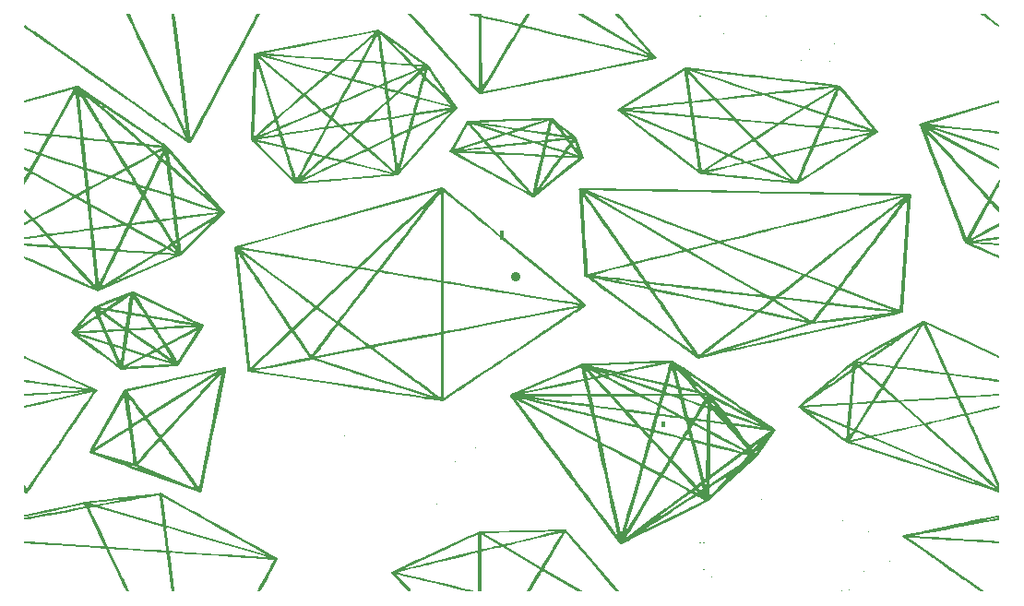
<source format=gbs>
G04 Layer: BottomSolderMaskLayer*
G04 EasyEDA v6.5.50, 2025-06-19 10:13:18*
G04 a84239dc67104c4f9253a13bb71c2901,cfac02f6325b4f3d8a51e7031594ce25,10*
G04 Gerber Generator version 0.2*
G04 Scale: 100 percent, Rotated: No, Reflected: No *
G04 Dimensions in millimeters *
G04 leading zeros omitted , absolute positions ,4 integer and 5 decimal *
%FSLAX45Y45*%
%MOMM*%

%AMMACRO1*4,1,8,-0.1311,-0.2508,-0.1608,-0.221,-0.1608,0.2211,-0.1311,0.2508,0.131,0.2508,0.1608,0.2211,0.1608,-0.221,0.131,-0.2508,-0.1311,-0.2508,0*%
%AMMACRO2*4,1,8,-0.171,-0.4258,-0.2008,-0.3961,-0.2008,0.3961,-0.171,0.4258,0.171,0.4258,0.2008,0.3961,0.2008,-0.3961,0.171,-0.4258,-0.171,-0.4258,0*%
%ADD10MACRO1*%
%ADD11C,0.9096*%
%ADD12MACRO2*%
%ADD13C,0.0131*%

%LPD*%
G36*
X9447530Y5126482D02*
G01*
X9447530Y5122570D01*
X9467189Y5109514D01*
X9511538Y5078628D01*
X9525609Y5068265D01*
X9580778Y5029149D01*
X9610344Y5007457D01*
X9617913Y5007457D01*
X9617913Y5031181D01*
X9558934Y5071872D01*
X9484664Y5126177D01*
G37*
G36*
X4190796Y5126482D02*
G01*
X4257751Y5050129D01*
X4288282Y5016500D01*
X4333748Y4964785D01*
X4462983Y4819853D01*
X4515307Y4760315D01*
X4543755Y4729276D01*
X4582922Y4685284D01*
X4660696Y4597298D01*
X4764379Y4480864D01*
X4821474Y4417060D01*
X4880508Y4417060D01*
X4899355Y4449826D01*
X4907076Y4460138D01*
X4920030Y4483455D01*
X4947513Y4527448D01*
X4963769Y4555896D01*
X4999939Y4615434D01*
X5033670Y4672330D01*
X5061254Y4716322D01*
X5068519Y4729276D01*
X5104587Y4788814D01*
X5117693Y4812080D01*
X5125567Y4822444D01*
X5138572Y4845710D01*
X5161584Y4884521D01*
X5168849Y4894884D01*
X5186680Y4923383D01*
X5222595Y4985461D01*
X5232349Y5001006D01*
X5240680Y5007457D01*
X5246573Y5007457D01*
X5254904Y5003038D01*
X5403443Y4968189D01*
X5460288Y4953558D01*
X5669991Y4903470D01*
X5724144Y4891379D01*
X5783630Y4875936D01*
X6006490Y4823307D01*
X6032703Y4816551D01*
X6063284Y4809896D01*
X6106972Y4798314D01*
X6264300Y4761179D01*
X6307988Y4749495D01*
X6406235Y4726686D01*
X6406286Y4723638D01*
X6312357Y4704892D01*
X6181242Y4678070D01*
X5954014Y4631944D01*
X5827318Y4606594D01*
X5648147Y4569866D01*
X5521452Y4544568D01*
X5316067Y4502658D01*
X5163159Y4472127D01*
X4883759Y4415129D01*
X4880508Y4417060D01*
X4821474Y4417060D01*
X4840122Y4395927D01*
X4854854Y4390390D01*
X5119420Y4443679D01*
X5136896Y4448302D01*
X5254904Y4471517D01*
X5451551Y4510887D01*
X5469026Y4515612D01*
X5639409Y4549241D01*
X5792368Y4580636D01*
X5962751Y4614316D01*
X5980226Y4619142D01*
X6124448Y4647539D01*
X6255512Y4674412D01*
X6453428Y4714036D01*
X6474002Y4722368D01*
X6298488Y4928514D01*
X6128816Y5126482D01*
X6096050Y5126482D01*
X6096050Y5124602D01*
X6129426Y5086400D01*
X6138926Y5076037D01*
X6184392Y5021681D01*
X6363868Y4812080D01*
X6393434Y4779010D01*
X6388455Y4776063D01*
X6102604Y4945024D01*
X5792368Y5126431D01*
X5755233Y5126482D01*
X5755182Y5122621D01*
X6043422Y4954422D01*
X6382969Y4753864D01*
X6379616Y4751882D01*
X6307988Y4769408D01*
X6292799Y4774590D01*
X6283858Y4774590D01*
X6246774Y4784445D01*
X6117285Y4815992D01*
X6106515Y4815992D01*
X6098235Y4820361D01*
X6015228Y4839716D01*
X5984595Y4847539D01*
X5967120Y4851704D01*
X5925718Y4862525D01*
X5917133Y4862525D01*
X5871006Y4875022D01*
X5626303Y4932832D01*
X5569508Y4947513D01*
X5351018Y4999431D01*
X5272379Y5018430D01*
X5250535Y5024120D01*
X5247792Y5025034D01*
X5269636Y5063083D01*
X5297170Y5107076D01*
X5305145Y5122570D01*
X5305145Y5126482D01*
X5276392Y5126482D01*
X5220309Y5033314D01*
X5209692Y5033314D01*
X5088839Y5062321D01*
X5042712Y5074716D01*
X5031638Y5074716D01*
X5023307Y5079136D01*
X4863795Y5116677D01*
X4863795Y5126482D01*
X4754575Y5126482D01*
X4754575Y5124145D01*
X4782972Y5116626D01*
X4824933Y5107584D01*
X4837582Y5096865D01*
X4837582Y5095443D01*
X4879543Y5095443D01*
X4887874Y5091023D01*
X5101945Y5040680D01*
X5132527Y5032806D01*
X5150002Y5028692D01*
X5191455Y5017820D01*
X5204663Y5017820D01*
X5204663Y5006136D01*
X5182006Y4969916D01*
X5157114Y4928514D01*
X5129682Y4884521D01*
X5113578Y4856073D01*
X5085994Y4812080D01*
X5069890Y4783632D01*
X5042458Y4739640D01*
X5016093Y4695647D01*
X4999990Y4667199D01*
X4972507Y4623206D01*
X4921148Y4537811D01*
X4893665Y4493818D01*
X4876088Y4461459D01*
X4869637Y4461459D01*
X4863795Y4904790D01*
X4863795Y5095443D01*
X4837582Y5095443D01*
X4837582Y4443323D01*
X4831029Y4443374D01*
X4777892Y4504131D01*
X4681575Y4612843D01*
X4646625Y4651654D01*
X4593844Y4711141D01*
X4563618Y4744821D01*
X4506417Y4809490D01*
X4432452Y4892294D01*
X4373372Y4959604D01*
X4345076Y4990642D01*
X4285843Y5057902D01*
X4250385Y5096713D01*
X4224375Y5126482D01*
G37*
G36*
X1604111Y5126482D02*
G01*
X1604111Y5118963D01*
X1612036Y5107076D01*
X1630070Y5070856D01*
X1651406Y5024272D01*
X1700530Y4923383D01*
X1709978Y4902657D01*
X1716786Y4889703D01*
X1743862Y4832807D01*
X1792427Y4731867D01*
X1809038Y4695647D01*
X1892807Y4522266D01*
X1901139Y4504131D01*
X1917700Y4470501D01*
X1953768Y4395470D01*
X1963470Y4374743D01*
X1978812Y4343704D01*
X2032812Y4229862D01*
X2041143Y4214317D01*
X2102154Y4084929D01*
X2110435Y4069435D01*
X2137308Y4012488D01*
X2147366Y3993032D01*
X2142947Y3990441D01*
X2082698Y4033164D01*
X2078075Y4035755D01*
X2039010Y4064254D01*
X2034286Y4066844D01*
X1986432Y4100474D01*
X1982063Y4103065D01*
X1948891Y4127500D01*
X1938324Y4134104D01*
X1899157Y4162551D01*
X1894484Y4165142D01*
X1825904Y4214317D01*
X1807057Y4227271D01*
X1672234Y4323029D01*
X1667306Y4325569D01*
X1558442Y4403242D01*
X1505762Y4439716D01*
X1217472Y4643882D01*
X1212900Y4646472D01*
X1173835Y4674920D01*
X1169263Y4677511D01*
X990244Y4804308D01*
X985418Y4806899D01*
X763016Y4964785D01*
X758444Y4967325D01*
X719277Y4995773D01*
X697433Y5011064D01*
X669239Y5029454D01*
X668985Y5001869D01*
X745693Y4949240D01*
X784707Y4920792D01*
X789178Y4918202D01*
X854710Y4871618D01*
X863447Y4866030D01*
X898398Y4841036D01*
X1106424Y4694021D01*
X1126744Y4680102D01*
X1195324Y4630928D01*
X1200048Y4628337D01*
X1239113Y4599889D01*
X1244142Y4597298D01*
X1378712Y4501540D01*
X1383538Y4498949D01*
X1422654Y4470501D01*
X1427276Y4467910D01*
X1466342Y4439462D01*
X1470812Y4436872D01*
X1515059Y4405833D01*
X1606194Y4341114D01*
X1610766Y4338523D01*
X1789785Y4211726D01*
X1794306Y4209135D01*
X1833372Y4180687D01*
X1837994Y4178096D01*
X1877060Y4149648D01*
X1881682Y4147058D01*
X1969312Y4084929D01*
X2174951Y3940048D01*
X2195728Y3940048D01*
X2232355Y4004716D01*
X2277821Y4090111D01*
X2295398Y4123740D01*
X2319782Y4167733D01*
X2338628Y4203954D01*
X2383028Y4286758D01*
X2407310Y4330750D01*
X2443988Y4400651D01*
X2478786Y4465320D01*
X2494635Y4493818D01*
X2539898Y4579213D01*
X2555849Y4607661D01*
X2592527Y4677511D01*
X2608732Y4706010D01*
X2653588Y4791405D01*
X2686405Y4850892D01*
X2706420Y4889703D01*
X2740355Y4951831D01*
X2767380Y5003596D01*
X2775153Y5012537D01*
X2775153Y5020462D01*
X2783128Y5029454D01*
X2802331Y5068265D01*
X2826308Y5112258D01*
X2832100Y5126482D01*
X2802585Y5126482D01*
X2774188Y5073446D01*
X2741523Y5013909D01*
X2677972Y4894884D01*
X2654096Y4850892D01*
X2625242Y4796536D01*
X2592628Y4737049D01*
X2564282Y4682693D01*
X2540203Y4638700D01*
X2476804Y4519676D01*
X2444038Y4460138D01*
X2426462Y4426508D01*
X2380945Y4341114D01*
X2338628Y4263491D01*
X2284933Y4162551D01*
X2259431Y4115968D01*
X2251608Y4100474D01*
X2206193Y4015079D01*
X2197303Y4000855D01*
X2189632Y4000855D01*
X2189683Y4033164D01*
X2180488Y4097883D01*
X2163572Y4227271D01*
X2145690Y4369562D01*
X2137359Y4431690D01*
X2119985Y4566259D01*
X2110740Y4641291D01*
X2102408Y4703419D01*
X2067001Y4977688D01*
X2058974Y5037226D01*
X2048052Y5126482D01*
X2019198Y5126482D01*
X2019503Y5112258D01*
X2036876Y4980279D01*
X2045055Y4915611D01*
X2054606Y4843119D01*
X2062480Y4778451D01*
X2080564Y4641291D01*
X2089251Y4571441D01*
X2098090Y4504131D01*
X2106218Y4439462D01*
X2124202Y4302302D01*
X2133142Y4229862D01*
X2150059Y4100474D01*
X2155698Y4051300D01*
X2147468Y4056481D01*
X2111146Y4132783D01*
X2049475Y4260900D01*
X2040026Y4281627D01*
X2033320Y4294530D01*
X2022551Y4317847D01*
X2015032Y4330750D01*
X2000961Y4361840D01*
X1970989Y4426508D01*
X1963420Y4439462D01*
X1953971Y4460138D01*
X1936597Y4496409D01*
X1918868Y4532630D01*
X1874977Y4625746D01*
X1865020Y4646472D01*
X1853336Y4668316D01*
X1834896Y4708601D01*
X1826971Y4725416D01*
X1818690Y4742230D01*
X1784096Y4814671D01*
X1761286Y4861255D01*
X1753057Y4879390D01*
X1735124Y4915611D01*
X1725422Y4936286D01*
X1718716Y4949240D01*
X1709064Y4969916D01*
X1692402Y5003596D01*
X1634286Y5126482D01*
G37*
G36*
X6846163Y5116118D02*
G01*
X6852005Y5112715D01*
X6857796Y5116118D01*
G37*
G36*
X6863638Y5110988D02*
G01*
X6869480Y5107533D01*
X6875272Y5110988D01*
G37*
G36*
X7471003Y5108397D02*
G01*
X7476845Y5104942D01*
X7482636Y5108397D01*
G37*
G36*
X7503058Y5066995D02*
G01*
X7503058Y5064404D01*
X7507427Y5064404D01*
X7507427Y5066995D01*
G37*
G36*
X8774582Y5035905D02*
G01*
X8774582Y5033314D01*
X8778951Y5033314D01*
X8778951Y5035905D01*
G37*
G36*
X7127290Y5020411D02*
G01*
X7127290Y5017820D01*
X7131659Y5017820D01*
X7131659Y5020411D01*
G37*
G36*
X7114184Y5012639D02*
G01*
X7114184Y5010048D01*
X7118553Y5010048D01*
X7118553Y5012639D01*
G37*
G36*
X8831427Y5007457D02*
G01*
X8831427Y5004866D01*
X8835796Y5004866D01*
X8835796Y5007457D01*
G37*
G36*
X3923029Y4986578D02*
G01*
X3917797Y4984851D01*
X3839159Y4970576D01*
X3712413Y4946091D01*
X3188106Y4846421D01*
X3113786Y4831943D01*
X2895295Y4790389D01*
X2834132Y4779264D01*
X2781706Y4768646D01*
X2776990Y4764430D01*
X2871266Y4764430D01*
X2871266Y4768646D01*
X2987090Y4790694D01*
X3087573Y4810099D01*
X3231794Y4837226D01*
X3332276Y4856632D01*
X3502710Y4888941D01*
X3559505Y4899456D01*
X3576980Y4903317D01*
X3780180Y4941773D01*
X3876294Y4960416D01*
X3876294Y4953050D01*
X3854363Y4935016D01*
X3945991Y4935016D01*
X3960672Y4920792D01*
X3981145Y4901488D01*
X3981145Y4898948D01*
X4017629Y4862525D01*
X4058259Y4862525D01*
X4075125Y4850892D01*
X4118813Y4817770D01*
X4145534Y4799126D01*
X4288739Y4693056D01*
X4293819Y4690465D01*
X4322013Y4669028D01*
X4322013Y4660138D01*
X4308144Y4663287D01*
X4247134Y4666640D01*
X4215790Y4695647D01*
X4183481Y4729276D01*
X4128617Y4783632D01*
X4113479Y4799126D01*
X4084828Y4827625D01*
X4051249Y4862525D01*
X4017629Y4862525D01*
X4073855Y4806899D01*
X4156608Y4724095D01*
X4180687Y4698238D01*
X4204004Y4676343D01*
X4204004Y4670348D01*
X4158132Y4673854D01*
X4018279Y4683861D01*
X3973271Y4687265D01*
X3967734Y4713732D01*
X3958945Y4783632D01*
X3950970Y4843119D01*
X3941927Y4915611D01*
X3936695Y4935016D01*
X3854363Y4935016D01*
X3839159Y4922520D01*
X3769258Y4861661D01*
X3675634Y4781042D01*
X3599281Y4714697D01*
X3593804Y4712716D01*
X3631742Y4712716D01*
X3718763Y4788814D01*
X3847896Y4900066D01*
X3860292Y4914290D01*
X3867556Y4914290D01*
X3867556Y4905603D01*
X3857599Y4887112D01*
X3850894Y4876800D01*
X3796385Y4775860D01*
X3761943Y4711141D01*
X3755085Y4703419D01*
X3785615Y4703419D01*
X3832606Y4788814D01*
X3851401Y4825034D01*
X3858209Y4835398D01*
X3868165Y4856073D01*
X3875176Y4866436D01*
X3902506Y4916424D01*
X3902506Y4924653D01*
X3910279Y4924653D01*
X3915105Y4913020D01*
X3920286Y4866436D01*
X3928618Y4809490D01*
X3942892Y4693920D01*
X3935272Y4689652D01*
X3865372Y4694478D01*
X3792169Y4699152D01*
X3785615Y4703419D01*
X3755085Y4703419D01*
X3721150Y4703826D01*
X3639159Y4710023D01*
X3631742Y4712716D01*
X3593804Y4712716D01*
X3592982Y4712411D01*
X3550767Y4717186D01*
X3450234Y4723130D01*
X3393440Y4727752D01*
X3319170Y4733137D01*
X3166211Y4743551D01*
X3083204Y4748936D01*
X3030778Y4753762D01*
X2899664Y4761839D01*
X2871266Y4764430D01*
X2776990Y4764430D01*
X2775305Y4762906D01*
X2775274Y4740910D01*
X2896971Y4740910D01*
X2902407Y4746091D01*
X2912770Y4745482D01*
X2925927Y4744008D01*
X3013303Y4738116D01*
X3078835Y4733137D01*
X3231794Y4722825D01*
X3371596Y4712614D01*
X3564280Y4699203D01*
X3575507Y4695088D01*
X3473094Y4605070D01*
X3453129Y4592675D01*
X3413201Y4603800D01*
X3409594Y4603800D01*
X3336645Y4623866D01*
X3236163Y4650740D01*
X3182061Y4665878D01*
X3178200Y4665878D01*
X3083204Y4692142D01*
X3056991Y4698949D01*
X2912770Y4737760D01*
X2896971Y4740910D01*
X2775274Y4740910D01*
X2775271Y4738319D01*
X2835706Y4738319D01*
X2851607Y4737912D01*
X2904032Y4722266D01*
X3034030Y4686604D01*
X3037078Y4686604D01*
X3087573Y4672939D01*
X3169208Y4650333D01*
X3171901Y4650333D01*
X3345383Y4603191D01*
X3419537Y4583531D01*
X3487420Y4583531D01*
X3487420Y4589678D01*
X3502406Y4602480D01*
X3509568Y4607661D01*
X3595624Y4682693D01*
X3614775Y4696917D01*
X3625748Y4696917D01*
X3630625Y4694072D01*
X3745179Y4685944D01*
X3745179Y4680102D01*
X3685540Y4571441D01*
X3670706Y4542942D01*
X3663035Y4535728D01*
X3605936Y4552035D01*
X3601872Y4552035D01*
X3524554Y4573117D01*
X3487420Y4583531D01*
X3419537Y4583531D01*
X3432759Y4580026D01*
X3441446Y4575098D01*
X3432251Y4571441D01*
X3249269Y4413097D01*
X3233369Y4400651D01*
X3177184Y4446168D01*
X3115868Y4498949D01*
X3030778Y4571746D01*
X2903524Y4680102D01*
X2835706Y4738319D01*
X2775271Y4738319D01*
X2775254Y4717643D01*
X2825394Y4717491D01*
X2839974Y4705604D01*
X2908096Y4646472D01*
X2915666Y4641291D01*
X2985363Y4581804D01*
X3056991Y4520234D01*
X3070098Y4509465D01*
X3185363Y4411014D01*
X3212134Y4389221D01*
X3212134Y4380839D01*
X3255822Y4380839D01*
X3255822Y4389678D01*
X3299561Y4426508D01*
X3430727Y4540402D01*
X3465931Y4570120D01*
X3472129Y4569815D01*
X3610813Y4531309D01*
X3617366Y4531309D01*
X3619681Y4530547D01*
X3692296Y4530547D01*
X3761282Y4656836D01*
X3773220Y4680102D01*
X3782364Y4683912D01*
X3843528Y4679442D01*
X3939641Y4673092D01*
X3944620Y4671314D01*
X3945521Y4665065D01*
X3972051Y4665065D01*
X3983329Y4669993D01*
X4070756Y4663592D01*
X4188714Y4655515D01*
X4223664Y4653838D01*
X4227560Y4650333D01*
X4269536Y4650333D01*
X4280458Y4649724D01*
X4317593Y4644440D01*
X4317593Y4640986D01*
X4291736Y4629658D01*
X4283659Y4629658D01*
X4269536Y4642408D01*
X4269536Y4650333D01*
X4227560Y4650333D01*
X4252061Y4628337D01*
X4260697Y4622190D01*
X4255414Y4613960D01*
X4236212Y4607661D01*
X4114444Y4556404D01*
X4083862Y4542586D01*
X4027017Y4520082D01*
X4001770Y4507738D01*
X3993489Y4512614D01*
X3985717Y4576622D01*
X3976928Y4651654D01*
X3972051Y4665065D01*
X3945521Y4665065D01*
X3963263Y4540402D01*
X3968800Y4495393D01*
X3948967Y4486757D01*
X3997655Y4486757D01*
X4066387Y4515967D01*
X4140657Y4546600D01*
X4268571Y4601159D01*
X4278579Y4601159D01*
X4283659Y4593285D01*
X4282577Y4592320D01*
X4318101Y4592320D01*
X4328566Y4604664D01*
X4339488Y4606798D01*
X4339132Y4597298D01*
X4327906Y4585309D01*
X4318101Y4592320D01*
X4282577Y4592320D01*
X4092600Y4422749D01*
X4082542Y4422648D01*
X4008018Y4443222D01*
X4002735Y4448251D01*
X3997655Y4486757D01*
X3948967Y4486757D01*
X3913682Y4471365D01*
X3891584Y4474006D01*
X3821684Y4493107D01*
X3740404Y4515815D01*
X3732377Y4515815D01*
X3699306Y4526635D01*
X3692296Y4530547D01*
X3619681Y4530547D01*
X3657803Y4517948D01*
X3657803Y4515713D01*
X3649827Y4506722D01*
X3613302Y4436872D01*
X3588765Y4392879D01*
X3560341Y4339844D01*
X3588715Y4339844D01*
X3604615Y4367022D01*
X3650284Y4452416D01*
X3681984Y4509262D01*
X3695141Y4510786D01*
X3703675Y4506214D01*
X3738626Y4498136D01*
X3821684Y4475175D01*
X3876294Y4460544D01*
X3876294Y4459681D01*
X3946194Y4459681D01*
X3946194Y4466031D01*
X3967073Y4474108D01*
X3972407Y4470958D01*
X3972407Y4453686D01*
X3968445Y4453686D01*
X3946194Y4459681D01*
X3876294Y4459681D01*
X3876294Y4454804D01*
X3851046Y4445965D01*
X3799840Y4423613D01*
X3708044Y4385360D01*
X3655618Y4363161D01*
X3595624Y4337304D01*
X3588715Y4339844D01*
X3560341Y4339844D01*
X3552698Y4325569D01*
X3542741Y4313936D01*
X3533292Y4313936D01*
X3502710Y4298340D01*
X3445865Y4275531D01*
X3402329Y4257090D01*
X3380333Y4273702D01*
X3255822Y4380839D01*
X3212134Y4380788D01*
X3157474Y4334256D01*
X3148736Y4325823D01*
X3139998Y4319676D01*
X3074466Y4261662D01*
X3005988Y4203954D01*
X2991713Y4189679D01*
X2982976Y4191406D01*
X2976422Y4211726D01*
X2967278Y4237634D01*
X2936341Y4338523D01*
X2928061Y4364431D01*
X2919730Y4392879D01*
X2900934Y4452416D01*
X2893974Y4473092D01*
X2874772Y4535220D01*
X2867812Y4558487D01*
X2858160Y4588256D01*
X2840685Y4645202D01*
X2832557Y4672330D01*
X2818841Y4710226D01*
X2818841Y4717643D01*
X2775254Y4717643D01*
X2775254Y4690465D01*
X2766618Y4496409D01*
X2757576Y4255719D01*
X2748911Y4010863D01*
X2775712Y4010863D01*
X2779674Y4077157D01*
X2788666Y4330750D01*
X2796540Y4574032D01*
X2802737Y4660696D01*
X2810103Y4660696D01*
X2810103Y4650435D01*
X2818638Y4628337D01*
X2836672Y4566259D01*
X2844495Y4545533D01*
X2862630Y4483455D01*
X2870606Y4460138D01*
X2888437Y4403242D01*
X2906522Y4343704D01*
X2914497Y4320438D01*
X2931871Y4263491D01*
X2950413Y4201363D01*
X2958693Y4182618D01*
X2959964Y4163517D01*
X2992323Y4163517D01*
X3013303Y4178757D01*
X3078835Y4236974D01*
X3109417Y4261815D01*
X3209950Y4350918D01*
X3230372Y4365701D01*
X3240532Y4365701D01*
X3306064Y4307992D01*
X3314801Y4302099D01*
X3323539Y4293971D01*
X3377641Y4247337D01*
X3360462Y4238498D01*
X3421837Y4238498D01*
X3421837Y4245559D01*
X3447745Y4254601D01*
X3458972Y4261205D01*
X3515817Y4283811D01*
X3518712Y4288078D01*
X3531108Y4288078D01*
X3531108Y4286656D01*
X3481781Y4194911D01*
X3475329Y4194911D01*
X3421837Y4238498D01*
X3360462Y4238498D01*
X3356254Y4236313D01*
X3348939Y4236313D01*
X3333089Y4225950D01*
X3322065Y4225950D01*
X3319170Y4221886D01*
X3275482Y4203954D01*
X3271113Y4201160D01*
X3141421Y4147058D01*
X3096310Y4127804D01*
X3019958Y4096562D01*
X3012287Y4096562D01*
X3002584Y4126331D01*
X2992323Y4163517D01*
X2959964Y4163517D01*
X2960116Y4161231D01*
X2941218Y4149293D01*
X2941218Y4145534D01*
X2907741Y4118559D01*
X2834132Y4054601D01*
X2825394Y4046524D01*
X2814472Y4038346D01*
X2794405Y4020312D01*
X2827324Y4020312D01*
X2852216Y4040936D01*
X2960014Y4134104D01*
X2966059Y4138218D01*
X2974949Y4131513D01*
X2980791Y4108246D01*
X2987954Y4083304D01*
X2969573Y4075379D01*
X3019856Y4075379D01*
X3091078Y4105656D01*
X3126892Y4121302D01*
X3317646Y4201363D01*
X3332276Y4206544D01*
X3336645Y4209542D01*
X3390798Y4231132D01*
X3397961Y4231132D01*
X3445865Y4189069D01*
X3461410Y4178452D01*
X3464117Y4172000D01*
X3499307Y4172000D01*
X3509111Y4191050D01*
X3535172Y4240225D01*
X3572510Y4307789D01*
X3632860Y4333341D01*
X3681831Y4354474D01*
X3721150Y4370984D01*
X3808577Y4407052D01*
X3906265Y4448505D01*
X3922166Y4448403D01*
X3975912Y4432960D01*
X3977611Y4421276D01*
X4005173Y4421276D01*
X4018279Y4422444D01*
X4056136Y4412030D01*
X4120997Y4412030D01*
X4120997Y4419955D01*
X4155897Y4447235D01*
X4155948Y4452874D01*
X4173423Y4462272D01*
X4173423Y4469231D01*
X4180738Y4469231D01*
X4190847Y4482338D01*
X4199890Y4488637D01*
X4296054Y4575302D01*
X4303979Y4575302D01*
X4311040Y4568850D01*
X4313352Y4566259D01*
X4355084Y4566259D01*
X4367377Y4614113D01*
X4373930Y4614113D01*
X4377994Y4610201D01*
X4423105Y4542942D01*
X4435602Y4527956D01*
X4435602Y4523486D01*
X4454093Y4498949D01*
X4465472Y4483455D01*
X4480255Y4460138D01*
X4496765Y4438243D01*
X4496765Y4434636D01*
X4514900Y4411014D01*
X4522978Y4402023D01*
X4522978Y4394149D01*
X4514240Y4394149D01*
X4514240Y4399584D01*
X4505198Y4405833D01*
X4425645Y4486046D01*
X4392980Y4519676D01*
X4355947Y4555490D01*
X4355084Y4566259D01*
X4313352Y4566259D01*
X4322013Y4556607D01*
X4321810Y4542942D01*
X4308246Y4498949D01*
X4300575Y4467910D01*
X4282338Y4403242D01*
X4277004Y4375607D01*
X4266844Y4373270D01*
X4166870Y4400600D01*
X4120997Y4412030D01*
X4056136Y4412030D01*
X4072940Y4407408D01*
X4072940Y4405122D01*
X4024579Y4361840D01*
X4013911Y4361840D01*
X4008475Y4403242D01*
X4005173Y4421276D01*
X3977611Y4421276D01*
X3991152Y4331665D01*
X3981205Y4323334D01*
X4015841Y4323334D01*
X4085285Y4387697D01*
X4103217Y4399330D01*
X4110075Y4398670D01*
X4154424Y4385106D01*
X4193082Y4375556D01*
X4214198Y4369663D01*
X4301236Y4369663D01*
X4308500Y4395470D01*
X4334713Y4491228D01*
X4343806Y4522266D01*
X4343857Y4526127D01*
X4356963Y4526127D01*
X4356963Y4522165D01*
X4426864Y4452823D01*
X4426864Y4451654D01*
X4488260Y4391558D01*
X4527346Y4391558D01*
X4527346Y4389018D01*
X4522978Y4389018D01*
X4522978Y4391558D01*
X4488260Y4391558D01*
X4496765Y4383227D01*
X4496765Y4381144D01*
X4540453Y4339437D01*
X4540453Y4337608D01*
X4587900Y4291939D01*
X4581855Y4288282D01*
X4538268Y4300778D01*
X4305554Y4362958D01*
X4301236Y4369663D01*
X4214198Y4369663D01*
X4267352Y4354830D01*
X4269587Y4353610D01*
X4238091Y4245356D01*
X4234270Y4222648D01*
X4260545Y4222648D01*
X4274464Y4268673D01*
X4278934Y4286758D01*
X4291838Y4335932D01*
X4296359Y4345025D01*
X4311040Y4344466D01*
X4350410Y4332376D01*
X4411573Y4316882D01*
X4542637Y4280763D01*
X4575454Y4272788D01*
X4575454Y4267758D01*
X4547006Y4262323D01*
X4490212Y4254042D01*
X4459630Y4249928D01*
X4389729Y4238498D01*
X4265269Y4219854D01*
X4260545Y4222648D01*
X4234270Y4222648D01*
X4233570Y4218432D01*
X4219295Y4211269D01*
X4158132Y4203039D01*
X4092600Y4192727D01*
X4044543Y4184853D01*
X4033570Y4193336D01*
X4033570Y4227626D01*
X4025544Y4255719D01*
X4020667Y4315815D01*
X4015841Y4323334D01*
X3981205Y4323334D01*
X3954932Y4301286D01*
X3954932Y4298594D01*
X3896410Y4247946D01*
X3859022Y4214317D01*
X3841089Y4198823D01*
X3790139Y4152849D01*
X3828237Y4152849D01*
X3828237Y4157319D01*
X3986885Y4298442D01*
X3993896Y4298442D01*
X3998214Y4281627D01*
X4003192Y4229862D01*
X4008526Y4180433D01*
X3974592Y4174134D01*
X3901196Y4162806D01*
X4038549Y4162806D01*
X4044543Y4168343D01*
X4218381Y4194911D01*
X4226966Y4194911D01*
X4220768Y4178096D01*
X4216450Y4159961D01*
X4203446Y4115968D01*
X4197114Y4090873D01*
X4225848Y4090873D01*
X4225848Y4095242D01*
X4253484Y4196232D01*
X4261358Y4202328D01*
X4302302Y4207814D01*
X4367885Y4218432D01*
X4481474Y4235958D01*
X4533900Y4244594D01*
X4554524Y4247388D01*
X4544517Y4236313D01*
X4537760Y4236313D01*
X4520793Y4227017D01*
X4407204Y4173626D01*
X4377436Y4159961D01*
X4237431Y4093514D01*
X4225848Y4090873D01*
X4197114Y4090873D01*
X4195114Y4082948D01*
X4190187Y4071264D01*
X4074007Y4016451D01*
X4061002Y4013504D01*
X4051401Y4061663D01*
X4041901Y4149648D01*
X4038549Y4162806D01*
X3901196Y4162806D01*
X3856634Y4155897D01*
X3828237Y4152849D01*
X3790139Y4152849D01*
X3780332Y4144010D01*
X3721150Y4135374D01*
X3571189Y4111650D01*
X3525316Y4152239D01*
X3499307Y4172000D01*
X3464117Y4172000D01*
X3466744Y4165904D01*
X3447186Y4128922D01*
X3439312Y4119930D01*
X3439312Y4112056D01*
X3426700Y4096562D01*
X3456076Y4096562D01*
X3460394Y4103065D01*
X3485235Y4148328D01*
X3494532Y4148328D01*
X3540709Y4109161D01*
X3535934Y4106367D01*
X3476447Y4096715D01*
X3426700Y4096562D01*
X3425128Y4094632D01*
X3592271Y4094632D01*
X3592271Y4098696D01*
X3703675Y4115104D01*
X3729888Y4119524D01*
X3747617Y4122775D01*
X3753358Y4119321D01*
X3664356Y4039819D01*
X3655618Y4041292D01*
X3592271Y4094632D01*
X3425128Y4094632D01*
X3419500Y4087723D01*
X3393440Y4084218D01*
X3275482Y4065981D01*
X3122523Y4041952D01*
X3039922Y4029354D01*
X3032048Y4033977D01*
X3020161Y4066844D01*
X3019856Y4075379D01*
X2969573Y4075379D01*
X2905252Y4047388D01*
X2880004Y4038549D01*
X2880004Y4034485D01*
X2870758Y4034485D01*
X2836976Y4018381D01*
X2827324Y4020312D01*
X2794405Y4020312D01*
X2786075Y4012844D01*
X2775712Y4010863D01*
X2748911Y4010863D01*
X2748530Y4000093D01*
X2849219Y4000093D01*
X2853994Y4007459D01*
X2888742Y4020159D01*
X2888742Y4024122D01*
X2900222Y4024122D01*
X2917190Y4033265D01*
X2988970Y4062933D01*
X2993491Y4062933D01*
X2998114Y4051300D01*
X3005683Y4026509D01*
X2982722Y4019651D01*
X2934665Y4013250D01*
X2925892Y4011879D01*
X3039516Y4011879D01*
X3065729Y4016603D01*
X3196844Y4036669D01*
X3397808Y4068013D01*
X3413099Y4068114D01*
X3413099Y4065930D01*
X3361791Y3973677D01*
X3316274Y3888282D01*
X3308248Y3874058D01*
X3298444Y3858514D01*
X3286302Y3858514D01*
X3271113Y3863238D01*
X3240532Y3871010D01*
X3126892Y3897731D01*
X3100679Y3904589D01*
X3072434Y3911498D01*
X3067202Y3919321D01*
X3050082Y3976268D01*
X3041345Y4006646D01*
X3039516Y4011879D01*
X2925892Y4011879D01*
X2869082Y4002938D01*
X2852978Y3997909D01*
X2849219Y4000093D01*
X2748530Y4000093D01*
X2747721Y3977233D01*
X2751886Y3972356D01*
X2814472Y3972356D01*
X2814472Y3977335D01*
X2934665Y3996080D01*
X3000197Y4005935D01*
X3010763Y4006037D01*
X3019044Y3986580D01*
X3038348Y3922928D01*
X3034538Y3920693D01*
X2934665Y3944365D01*
X2908452Y3951122D01*
X2822956Y3972356D01*
X2751886Y3972356D01*
X2759557Y3963314D01*
X2766725Y3956812D01*
X2799892Y3956812D01*
X2804261Y3959453D01*
X2808986Y3956659D01*
X2851607Y3947160D01*
X2995828Y3912412D01*
X3045104Y3899458D01*
X3048662Y3889552D01*
X3081020Y3889552D01*
X3091942Y3889095D01*
X3218688Y3858564D01*
X3238927Y3853230D01*
X3324148Y3853230D01*
X3333445Y3864965D01*
X3344214Y3888282D01*
X3359556Y3914140D01*
X3387293Y3965905D01*
X3434079Y4051300D01*
X3444138Y4073499D01*
X3467709Y4078884D01*
X3550564Y4091432D01*
X3560927Y4091432D01*
X3638143Y4026662D01*
X3640604Y4020007D01*
X3679647Y4020007D01*
X3679647Y4024223D01*
X3722115Y4061663D01*
X3789883Y4122775D01*
X3806596Y4132021D01*
X3856634Y4138523D01*
X3878478Y4142892D01*
X3952748Y4153712D01*
X3978960Y4158386D01*
X4011015Y4161790D01*
X4015841Y4134104D01*
X4025087Y4056481D01*
X4034485Y3999992D01*
X4010005Y3986580D01*
X4060901Y3986580D01*
X4078782Y3998214D01*
X4144213Y4028033D01*
X4176674Y4044848D01*
X4182160Y4044848D01*
X4182160Y4037990D01*
X4174286Y4009898D01*
X4164431Y3971086D01*
X4155897Y3942638D01*
X4129633Y3844290D01*
X4124858Y3828745D01*
X4107434Y3764076D01*
X4102354Y3741928D01*
X4096359Y3739743D01*
X4086199Y3800297D01*
X4077563Y3864965D01*
X4067860Y3947769D01*
X4060901Y3986580D01*
X4010005Y3986580D01*
X4005173Y3983939D01*
X3978351Y3971086D01*
X3948734Y3958132D01*
X3917797Y3942283D01*
X3827983Y3899560D01*
X3820464Y3901186D01*
X3788918Y3925824D01*
X3788918Y3930548D01*
X3781958Y3932275D01*
X3679647Y4020007D01*
X3640604Y4020007D01*
X3640886Y4019245D01*
X3450234Y3849115D01*
X3439261Y3839108D01*
X3429203Y3827475D01*
X3418941Y3827475D01*
X3332530Y3848303D01*
X3324148Y3853230D01*
X3238927Y3853230D01*
X3284220Y3842461D01*
X3289909Y3839108D01*
X3256940Y3779570D01*
X3210864Y3694176D01*
X3181579Y3640836D01*
X3212134Y3640836D01*
X3212134Y3645611D01*
X3299155Y3802887D01*
X3313226Y3832656D01*
X3332987Y3832656D01*
X3339490Y3828796D01*
X3384110Y3818331D01*
X3456787Y3818331D01*
X3456787Y3824935D01*
X3620668Y3971442D01*
X3655618Y4003192D01*
X3665728Y4003446D01*
X3729329Y3947769D01*
X3734460Y3945178D01*
X3790645Y3896055D01*
X3797655Y3894328D01*
X3797300Y3885692D01*
X3789818Y3882237D01*
X3840835Y3882237D01*
X3843528Y3886454D01*
X4029811Y3974947D01*
X4033062Y3974947D01*
X4037126Y3971036D01*
X4050995Y3854653D01*
X4059580Y3797706D01*
X4068419Y3730396D01*
X4069922Y3716172D01*
X4120032Y3716172D01*
X4126179Y3730396D01*
X4133748Y3758895D01*
X4151629Y3823563D01*
X4159758Y3854653D01*
X4173677Y3903776D01*
X4182516Y3937457D01*
X4203852Y4013149D01*
X4218178Y4063136D01*
X4271721Y4088790D01*
X4411573Y4154525D01*
X4564481Y4227017D01*
X4567428Y4231132D01*
X4575454Y4231132D01*
X4575454Y4225798D01*
X4491177Y4128922D01*
X4316679Y3929684D01*
X4270451Y3877919D01*
X4218736Y3818382D01*
X4208830Y3808069D01*
X4187951Y3782161D01*
X4141774Y3730396D01*
X4127855Y3716172D01*
X4069922Y3716172D01*
X4072432Y3692906D01*
X4062018Y3693058D01*
X4002328Y3745941D01*
X3970223Y3772712D01*
X3869740Y3859326D01*
X3840835Y3882237D01*
X3789818Y3882237D01*
X3756101Y3866743D01*
X3591051Y3788664D01*
X3579317Y3788664D01*
X3493973Y3808780D01*
X3456787Y3818331D01*
X3384110Y3818331D01*
X3397554Y3815181D01*
X3405682Y3807510D01*
X3376472Y3782161D01*
X3369411Y3780434D01*
X3369411Y3775964D01*
X3221380Y3644239D01*
X3212134Y3640836D01*
X3181579Y3640836D01*
X3173040Y3625240D01*
X3233115Y3625240D01*
X3266541Y3655364D01*
X3275482Y3661562D01*
X3432759Y3804107D01*
X3441496Y3803904D01*
X3553256Y3777335D01*
X3552743Y3775710D01*
X3622852Y3775710D01*
X3622852Y3786073D01*
X3632250Y3786073D01*
X3730650Y3833926D01*
X3760012Y3846880D01*
X3810355Y3871468D01*
X3821684Y3871366D01*
X3862832Y3833926D01*
X3876801Y3823563D01*
X3946651Y3764076D01*
X3991356Y3725265D01*
X3996436Y3722674D01*
X4042359Y3682949D01*
X4042359Y3677361D01*
X4033824Y3677361D01*
X3976573Y3692906D01*
X3967937Y3692906D01*
X3952748Y3698138D01*
X3834790Y3726738D01*
X3681831Y3763213D01*
X3651250Y3770985D01*
X3636060Y3775710D01*
X3552743Y3775710D01*
X3550767Y3769664D01*
X3480866Y3736898D01*
X3427577Y3712311D01*
X3345383Y3672992D01*
X3237941Y3622395D01*
X3233115Y3625240D01*
X3173040Y3625240D01*
X3169869Y3619449D01*
X3161588Y3617823D01*
X3150412Y3655364D01*
X3106623Y3795115D01*
X3099054Y3818382D01*
X3089097Y3854653D01*
X3081020Y3873347D01*
X3081020Y3889552D01*
X3048662Y3889552D01*
X3050946Y3883101D01*
X3058718Y3857193D01*
X3077210Y3800297D01*
X3084220Y3774389D01*
X3097784Y3735578D01*
X3116427Y3670909D01*
X3124250Y3650183D01*
X3129483Y3630879D01*
X3118154Y3633470D01*
X3085338Y3668318D01*
X3058972Y3694176D01*
X3053334Y3701948D01*
X3028594Y3723589D01*
X3028594Y3726027D01*
X2992831Y3760876D01*
X2977286Y3776979D01*
X2843936Y3911549D01*
X2816656Y3940048D01*
X2812288Y3942638D01*
X2799892Y3956812D01*
X2766725Y3956812D01*
X2773832Y3950360D01*
X2800197Y3921912D01*
X2837129Y3886301D01*
X2870047Y3852062D01*
X2942437Y3779570D01*
X3027172Y3694176D01*
X3099612Y3621735D01*
X3109468Y3611372D01*
X3132388Y3588715D01*
X3220872Y3588715D01*
X3220872Y3594201D01*
X3249269Y3605936D01*
X3314801Y3637279D01*
X3319170Y3639870D01*
X3351174Y3653993D01*
X3362858Y3660648D01*
X3445357Y3698951D01*
X3458972Y3705606D01*
X3585718Y3765346D01*
X3607562Y3765143D01*
X3629660Y3758031D01*
X3782364Y3721658D01*
X3922166Y3687673D01*
X3939641Y3683050D01*
X3978960Y3674364D01*
X4029710Y3661816D01*
X4025036Y3657346D01*
X3983329Y3654653D01*
X3826052Y3641293D01*
X3712413Y3630929D01*
X3646881Y3625596D01*
X3406546Y3604971D01*
X3220872Y3588715D01*
X3132388Y3588715D01*
X3153105Y3568192D01*
X3209950Y3571087D01*
X3244900Y3574034D01*
X3292957Y3578758D01*
X3454603Y3592474D01*
X3507079Y3596741D01*
X3533292Y3599535D01*
X3607562Y3605276D01*
X3651250Y3609797D01*
X3686200Y3612387D01*
X3843528Y3625494D01*
X3965854Y3636314D01*
X4013911Y3640988D01*
X4092600Y3647135D01*
X4106926Y3654399D01*
X4157014Y3712311D01*
X4198416Y3758895D01*
X4279544Y3852062D01*
X4327550Y3906367D01*
X4492701Y4095292D01*
X4588814Y4203954D01*
X4642561Y4267047D01*
X4617821Y4304893D01*
X4602632Y4325569D01*
X4587798Y4348886D01*
X4574540Y4367022D01*
X4567834Y4377334D01*
X4557928Y4391558D01*
X4550105Y4403242D01*
X4536846Y4421327D01*
X4513326Y4457547D01*
X4500981Y4474057D01*
X4465421Y4527448D01*
X4440682Y4561078D01*
X4377994Y4654245D01*
X4224121Y4768088D01*
X4212640Y4774996D01*
X4188764Y4793996D01*
X4183938Y4796536D01*
X4075125Y4876749D01*
X4065015Y4884521D01*
X4018026Y4918202D01*
X3944823Y4972507D01*
G37*
G36*
X7603540Y4981600D02*
G01*
X7603540Y4979009D01*
X7607909Y4979009D01*
X7607909Y4981600D01*
G37*
G36*
X7039864Y4976418D02*
G01*
X7039864Y4971237D01*
X7049109Y4971237D01*
X7043724Y4976418D01*
G37*
G36*
X8870746Y4971237D02*
G01*
X8870746Y4968646D01*
X8875115Y4968646D01*
X8875115Y4971237D01*
G37*
G36*
X7048601Y4968646D02*
G01*
X7048601Y4966055D01*
X7052970Y4966055D01*
X7052970Y4968646D01*
G37*
G36*
X7660335Y4953101D02*
G01*
X7660335Y4950510D01*
X7664754Y4950510D01*
X7664754Y4953101D01*
G37*
G36*
X7083552Y4947920D02*
G01*
X7083552Y4945380D01*
X7087920Y4945380D01*
X7087920Y4947920D01*
G37*
G36*
X7695336Y4929835D02*
G01*
X7695336Y4927244D01*
X7699705Y4927244D01*
X7699705Y4929835D01*
G37*
G36*
X8101685Y4854803D02*
G01*
X8101685Y4852212D01*
X8106054Y4852212D01*
X8106054Y4854803D01*
G37*
G36*
X7533640Y4852212D02*
G01*
X7533640Y4849622D01*
X7538008Y4849622D01*
X7538008Y4852212D01*
G37*
G36*
X7590434Y4831486D02*
G01*
X7590434Y4828895D01*
X7594803Y4828895D01*
X7594803Y4831486D01*
G37*
G36*
X7637068Y4810810D02*
G01*
X7642859Y4807356D01*
X7648702Y4810810D01*
G37*
G36*
X7870088Y4805629D02*
G01*
X7870088Y4803038D01*
X7874457Y4803038D01*
X7874457Y4805629D01*
G37*
G36*
X7345730Y4790084D02*
G01*
X7345730Y4787493D01*
X7350099Y4787493D01*
X7350099Y4790084D01*
G37*
G36*
X7826400Y4738319D02*
G01*
X7826400Y4735728D01*
X7830769Y4735728D01*
X7830769Y4738319D01*
G37*
G36*
X7953146Y4733137D02*
G01*
X7953146Y4730546D01*
X7957515Y4730546D01*
X7957515Y4733137D01*
G37*
G36*
X7789976Y4704689D02*
G01*
X7795818Y4701235D01*
X7801660Y4704689D01*
G37*
G36*
X8062366Y4700371D02*
G01*
X8056524Y4696917D01*
X8062366Y4693462D01*
G37*
G36*
X8123529Y4645202D02*
G01*
X8123529Y4642612D01*
X8127898Y4642612D01*
X8127898Y4645202D01*
G37*
G36*
X6731304Y4637430D02*
G01*
X6714337Y4627829D01*
X6679390Y4606340D01*
X6842150Y4606340D01*
X6858558Y4605883D01*
X6963409Y4593691D01*
X7007098Y4588256D01*
X7238695Y4561941D01*
X7273645Y4557471D01*
X7369759Y4546650D01*
X7404760Y4541977D01*
X7505242Y4530953D01*
X7548930Y4525873D01*
X7583881Y4521200D01*
X7728102Y4505299D01*
X7763052Y4500524D01*
X7863535Y4489704D01*
X7907223Y4484268D01*
X7937804Y4480204D01*
X8049259Y4467961D01*
X8049259Y4464405D01*
X8003387Y4459274D01*
X7898485Y4448251D01*
X7859166Y4443730D01*
X7802372Y4437786D01*
X7763052Y4433316D01*
X7701889Y4427321D01*
X7666888Y4423003D01*
X7513980Y4406849D01*
X7477353Y4401921D01*
X7447991Y4401921D01*
X7439710Y4406392D01*
X7391653Y4421886D01*
X7269276Y4462170D01*
X7212482Y4481474D01*
X7151319Y4501083D01*
X7128103Y4510633D01*
X7124192Y4510633D01*
X6990130Y4555083D01*
X6932828Y4573727D01*
X6860031Y4598619D01*
X6853072Y4598619D01*
X6842150Y4606340D01*
X6679390Y4606340D01*
X6529984Y4514494D01*
X6506108Y4498949D01*
X6316726Y4382516D01*
X6251143Y4341418D01*
X6131509Y4268673D01*
X6125783Y4264863D01*
X6168694Y4264863D01*
X6203086Y4286453D01*
X6530797Y4488637D01*
X6640068Y4556506D01*
X6717792Y4603800D01*
X6723786Y4603800D01*
X6724129Y4601616D01*
X6781393Y4601616D01*
X6784238Y4602937D01*
X6876034Y4572355D01*
X6932828Y4553966D01*
X6989622Y4534611D01*
X7072630Y4507280D01*
X7154164Y4479544D01*
X7157161Y4479544D01*
X7232802Y4453686D01*
X7237323Y4453686D01*
X7260539Y4444034D01*
X7326071Y4423410D01*
X7369759Y4408068D01*
X7398207Y4400651D01*
X7398207Y4394250D01*
X7378496Y4392066D01*
X7347396Y4389018D01*
X7513980Y4389120D01*
X7618831Y4399889D01*
X7662570Y4404055D01*
X7732471Y4412335D01*
X7780528Y4417212D01*
X7876641Y4427728D01*
X7977174Y4438294D01*
X8064550Y4448200D01*
X8098231Y4451451D01*
X8095132Y4446219D01*
X7885379Y4315358D01*
X7821980Y4276445D01*
X7815478Y4281627D01*
X7789265Y4290110D01*
X7527086Y4377080D01*
X7507478Y4382516D01*
X7507427Y4389018D01*
X7347396Y4389018D01*
X7317333Y4386072D01*
X7278014Y4381296D01*
X7151319Y4368088D01*
X7103211Y4362856D01*
X7037628Y4354830D01*
X7017410Y4356658D01*
X6988657Y4387697D01*
X6942632Y4434281D01*
X6925005Y4452416D01*
X6898487Y4480864D01*
X6849160Y4530039D01*
X6815937Y4566259D01*
X6809435Y4571441D01*
X6781393Y4601616D01*
X6724129Y4601616D01*
X6728003Y4576927D01*
X6758940Y4576927D01*
X6762800Y4583785D01*
X6777685Y4570323D01*
X6777685Y4567936D01*
X6822744Y4522266D01*
X6987438Y4352188D01*
X6987438Y4350867D01*
X6893509Y4340199D01*
X6836714Y4334306D01*
X6798513Y4329226D01*
X6795566Y4330954D01*
X6786930Y4377334D01*
X6777278Y4452416D01*
X6769303Y4501540D01*
X6758940Y4576927D01*
X6728003Y4576927D01*
X6734200Y4537811D01*
X6743039Y4475683D01*
X6751218Y4421327D01*
X6760464Y4354068D01*
X6764121Y4329887D01*
X6753656Y4325213D01*
X6692493Y4318812D01*
X6653174Y4314342D01*
X6543903Y4303268D01*
X6508953Y4298746D01*
X6456527Y4293311D01*
X6211824Y4266996D01*
X6173622Y4261967D01*
X6168694Y4264863D01*
X6125783Y4264863D01*
X6104788Y4250893D01*
X6104802Y4247388D01*
X6231483Y4247388D01*
X6231483Y4250994D01*
X6548272Y4285234D01*
X6653174Y4296054D01*
X6692493Y4300575D01*
X6749288Y4306366D01*
X6764629Y4309110D01*
X6765503Y4307484D01*
X6796633Y4307484D01*
X6803491Y4312869D01*
X6871665Y4319574D01*
X6919722Y4324705D01*
X6954672Y4329226D01*
X6989622Y4332325D01*
X7003897Y4334814D01*
X7009259Y4329480D01*
X7039254Y4329480D01*
X7042200Y4338523D01*
X7076998Y4341672D01*
X7181900Y4353102D01*
X7229957Y4357928D01*
X7422235Y4379010D01*
X7457186Y4381144D01*
X7496505Y4366666D01*
X7662265Y4311599D01*
X7736840Y4287164D01*
X7771790Y4275023D01*
X7799815Y4266539D01*
X7859166Y4266539D01*
X7859166Y4272076D01*
X7897875Y4297121D01*
X8107070Y4427829D01*
X8115706Y4427829D01*
X8109356Y4418736D01*
X8102650Y4400651D01*
X8067548Y4320438D01*
X8028635Y4229862D01*
X8022844Y4215638D01*
X8012988Y4215638D01*
X7946542Y4238193D01*
X7859166Y4266539D01*
X7799815Y4266539D01*
X7800492Y4266336D01*
X7798003Y4260189D01*
X7666888Y4178249D01*
X7591958Y4132072D01*
X7518349Y4138371D01*
X7470292Y4142892D01*
X7204456Y4165142D01*
X7189520Y4180687D01*
X7108291Y4263491D01*
X7076287Y4297121D01*
X7048601Y4324553D01*
X7048601Y4329480D01*
X7009259Y4329480D01*
X7023608Y4315256D01*
X7158431Y4176318D01*
X7163714Y4168241D01*
X7129475Y4171594D01*
X6972147Y4184853D01*
X6919722Y4189476D01*
X6845452Y4195368D01*
X6814820Y4198975D01*
X6804304Y4258310D01*
X6796633Y4307484D01*
X6765503Y4307484D01*
X6768236Y4302302D01*
X6774434Y4255719D01*
X6780479Y4206544D01*
X6773824Y4201972D01*
X6696862Y4208170D01*
X6640068Y4213250D01*
X6522059Y4223410D01*
X6399733Y4233265D01*
X6334201Y4239310D01*
X6277356Y4244187D01*
X6231483Y4247388D01*
X6104802Y4247388D01*
X6104839Y4245356D01*
X6123874Y4231132D01*
X6190437Y4231132D01*
X6233668Y4230522D01*
X6273038Y4226255D01*
X6587642Y4199788D01*
X6696862Y4189984D01*
X6771131Y4184091D01*
X6785152Y4181856D01*
X6785494Y4179366D01*
X6816140Y4179366D01*
X6841083Y4178960D01*
X6849821Y4176979D01*
X6915353Y4172051D01*
X7168134Y4150461D01*
X7187285Y4146143D01*
X7192594Y4140758D01*
X7227163Y4140758D01*
X7229957Y4144467D01*
X7282383Y4140860D01*
X7339177Y4135729D01*
X7406672Y4130090D01*
X7632903Y4130090D01*
X7666075Y4152239D01*
X7806181Y4239056D01*
X7827670Y4254449D01*
X7833106Y4254449D01*
X7867903Y4243476D01*
X7976933Y4207459D01*
X8049768Y4207459D01*
X8076031Y4268673D01*
X8102396Y4328160D01*
X8109712Y4346295D01*
X8128558Y4387697D01*
X8136483Y4408424D01*
X8148015Y4433925D01*
X8158480Y4436008D01*
X8158480Y4430776D01*
X8292896Y4267352D01*
X8445652Y4082237D01*
X8452104Y4070248D01*
X8435898Y4075379D01*
X8358784Y4101744D01*
X8355584Y4101744D01*
X8304885Y4119168D01*
X8265566Y4132072D01*
X8230565Y4143959D01*
X8053984Y4201363D01*
X8049768Y4207459D01*
X7976933Y4207459D01*
X8009890Y4196232D01*
X8009940Y4187393D01*
X7996072Y4157370D01*
X7972806Y4101185D01*
X7920329Y4104487D01*
X7867903Y4108653D01*
X7636306Y4128312D01*
X7632903Y4130090D01*
X7406672Y4130090D01*
X7527086Y4119879D01*
X7544562Y4117695D01*
X7564932Y4117289D01*
X7562037Y4112412D01*
X7483398Y4064000D01*
X7374788Y3995674D01*
X7368438Y3995674D01*
X7329627Y4035755D01*
X7305243Y4061663D01*
X7298842Y4066844D01*
X7277049Y4090111D01*
X7259574Y4108246D01*
X7227163Y4140758D01*
X7192594Y4140758D01*
X7229703Y4103065D01*
X7257135Y4074566D01*
X7284567Y4047185D01*
X7284567Y4044340D01*
X7300722Y4030573D01*
X7327036Y4002125D01*
X7346442Y3982872D01*
X7343546Y3975455D01*
X7342810Y3974998D01*
X7388758Y3974998D01*
X7391653Y3979773D01*
X7434986Y4007307D01*
X7571333Y4092701D01*
X7600594Y4112107D01*
X7637068Y4112107D01*
X7641742Y4109364D01*
X7706258Y4104843D01*
X7785166Y4098086D01*
X8003387Y4098086D01*
X8004962Y4105656D01*
X8032496Y4167733D01*
X8038693Y4183227D01*
X8051444Y4184497D01*
X8073288Y4174998D01*
X8181441Y4139641D01*
X8234984Y4121708D01*
X8274303Y4108805D01*
X8331098Y4089501D01*
X8392261Y4070045D01*
X8405368Y4062577D01*
X8383524Y4065473D01*
X8108238Y4088384D01*
X8003387Y4098086D01*
X7785166Y4098086D01*
X7867903Y4091127D01*
X7915960Y4086402D01*
X7957312Y4083354D01*
X7962036Y4078782D01*
X7896412Y3928364D01*
X7927797Y3928364D01*
X7934909Y3945178D01*
X7974279Y4035755D01*
X7987639Y4064254D01*
X7995107Y4079443D01*
X8003387Y4080408D01*
X8047075Y4075785D01*
X8379155Y4047236D01*
X8420658Y4044086D01*
X8420658Y4040276D01*
X8370417Y4028694D01*
X8344204Y4021988D01*
X8261197Y4003090D01*
X8243722Y3998722D01*
X7994650Y3940911D01*
X7950962Y3930396D01*
X7935264Y3925620D01*
X7927797Y3928364D01*
X7896412Y3928364D01*
X7891373Y3916832D01*
X7889748Y3916578D01*
X7867903Y3910736D01*
X7640675Y3857955D01*
X7603642Y3848150D01*
X7596987Y3848150D01*
X7532725Y3832656D01*
X7526731Y3832656D01*
X7495082Y3864965D01*
X7477861Y3883101D01*
X7388758Y3974998D01*
X7342810Y3974998D01*
X7132523Y3844442D01*
X7059523Y3873652D01*
X6932828Y3926078D01*
X6848652Y3959809D01*
X6838899Y4005072D01*
X6838899Y4027017D01*
X6830517Y4074566D01*
X6821627Y4136694D01*
X6816140Y4179366D01*
X6785494Y4179366D01*
X6790639Y4141876D01*
X6813905Y3980027D01*
X6809028Y3977132D01*
X6506311Y4100474D01*
X6491478Y4107230D01*
X6395364Y4146702D01*
X6198717Y4226814D01*
X6190437Y4231132D01*
X6123874Y4231132D01*
X6150660Y4211066D01*
X6161410Y4202684D01*
X6209030Y4202684D01*
X6220561Y4195876D01*
X6303619Y4163009D01*
X6307988Y4159961D01*
X6322060Y4154779D01*
X6417208Y4116425D01*
X6421577Y4113072D01*
X6543903Y4063847D01*
X6635699Y4025696D01*
X6743852Y3981450D01*
X6763410Y3973677D01*
X6816648Y3951630D01*
X6821002Y3934206D01*
X6849821Y3934206D01*
X6858558Y3935831D01*
X6902246Y3916426D01*
X7084568Y3841699D01*
X7101789Y3835806D01*
X7109951Y3830980D01*
X7162241Y3830980D01*
X7162241Y3836060D01*
X7208113Y3865016D01*
X7343546Y3949547D01*
X7350506Y3956761D01*
X7366863Y3961993D01*
X7390485Y3937457D01*
X7416901Y3908958D01*
X7423454Y3903776D01*
X7443165Y3883101D01*
X7469428Y3854653D01*
X7484414Y3841699D01*
X7498689Y3825138D01*
X7470292Y3817620D01*
X7448078Y3812438D01*
X7546746Y3812438D01*
X7546746Y3815892D01*
X7583017Y3825189D01*
X7684414Y3848709D01*
X7721447Y3858514D01*
X7728559Y3858514D01*
X7859166Y3889451D01*
X7874355Y3894734D01*
X7878825Y3894734D01*
X7878825Y3887571D01*
X7844586Y3808069D01*
X7822641Y3758895D01*
X7781899Y3665728D01*
X7760416Y3617366D01*
X7790840Y3617366D01*
X7809128Y3655364D01*
X7832090Y3707129D01*
X7838795Y3725265D01*
X7901838Y3867556D01*
X7908950Y3885692D01*
X7916062Y3903065D01*
X8060181Y3936644D01*
X8116976Y3949496D01*
X8143189Y3956456D01*
X8283041Y3988308D01*
X8300516Y3992524D01*
X8331098Y4000398D01*
X8392261Y4014266D01*
X8409736Y4018635D01*
X8431580Y4021886D01*
X8422843Y4017670D01*
X8348827Y3968496D01*
X8290966Y3932275D01*
X8252459Y3906418D01*
X8230565Y3893413D01*
X8196529Y3870147D01*
X8134451Y3831183D01*
X8091322Y3802887D01*
X8033969Y3766464D01*
X7950962Y3712768D01*
X7893558Y3676091D01*
X7850428Y3647948D01*
X7796275Y3614115D01*
X7790840Y3617366D01*
X7760416Y3617366D01*
X7753807Y3601059D01*
X7729778Y3623360D01*
X7694371Y3660546D01*
X7687818Y3665728D01*
X7661351Y3694176D01*
X7626705Y3730396D01*
X7546746Y3812438D01*
X7448078Y3812438D01*
X7297420Y3777284D01*
X7269276Y3786936D01*
X7264908Y3790187D01*
X7162241Y3830980D01*
X7109951Y3830980D01*
X7111492Y3830065D01*
X7028942Y3779570D01*
X6902246Y3700221D01*
X6899033Y3696868D01*
X6938822Y3696868D01*
X6975754Y3720084D01*
X7126376Y3813657D01*
X7136384Y3819702D01*
X7142581Y3819296D01*
X7251801Y3772712D01*
X7254189Y3766667D01*
X7229144Y3761486D01*
X7332624Y3761486D01*
X7332624Y3767582D01*
X7352284Y3770782D01*
X7391653Y3780485D01*
X7505242Y3806799D01*
X7518349Y3806596D01*
X7658150Y3661410D01*
X7693609Y3624326D01*
X7709408Y3610101D01*
X7696047Y3610101D01*
X7693152Y3614369D01*
X7611516Y3646728D01*
X7596987Y3653942D01*
X7516672Y3686454D01*
X7391653Y3737660D01*
X7332624Y3761486D01*
X7229144Y3761486D01*
X7195261Y3754475D01*
X7160056Y3745229D01*
X6947103Y3695242D01*
X6938822Y3696868D01*
X6899033Y3696868D01*
X6895236Y3692906D01*
X6883908Y3692906D01*
X6878167Y3740759D01*
X6869226Y3802887D01*
X6861352Y3859784D01*
X6851294Y3929583D01*
X6849821Y3934206D01*
X6821002Y3934206D01*
X6825945Y3896055D01*
X6834327Y3836517D01*
X6843014Y3771798D01*
X6847281Y3743350D01*
X6852361Y3703320D01*
X6841083Y3706114D01*
X6785914Y3751122D01*
X6751066Y3776979D01*
X6677914Y3833926D01*
X6593992Y3898646D01*
X6514134Y3960723D01*
X6487109Y3981450D01*
X6482283Y3984040D01*
X6409029Y4040936D01*
X6324803Y4105656D01*
X6255004Y4159961D01*
X6211824Y4192828D01*
X6199835Y4202684D01*
X6161410Y4202684D01*
X6224930Y4153103D01*
X6284315Y4108246D01*
X6294983Y4100474D01*
X6316573Y4082338D01*
X6395364Y4022344D01*
X6417208Y4005072D01*
X6435394Y3991762D01*
X6482537Y3955542D01*
X6552082Y3901186D01*
X6596125Y3867556D01*
X6686042Y3797706D01*
X6696862Y3789883D01*
X6760159Y3740759D01*
X6817868Y3696766D01*
X6850980Y3670757D01*
X6939280Y3670757D01*
X6941921Y3675430D01*
X7015835Y3692194D01*
X7037679Y3697579D01*
X7079132Y3708450D01*
X7088073Y3708450D01*
X7103211Y3713226D01*
X7282383Y3755034D01*
X7295489Y3754932D01*
X7614462Y3624579D01*
X7617409Y3620414D01*
X7626350Y3620414D01*
X7682687Y3595928D01*
X7673594Y3594150D01*
X7592618Y3602634D01*
X7544562Y3607257D01*
X7492136Y3612946D01*
X7395972Y3622751D01*
X7269276Y3636060D01*
X7146950Y3649167D01*
X7050786Y3659073D01*
X7033310Y3661460D01*
X6939280Y3670757D01*
X6850980Y3670757D01*
X6862216Y3661918D01*
X6877812Y3658971D01*
X7076998Y3638346D01*
X7120686Y3633622D01*
X7225588Y3622801D01*
X7273645Y3617620D01*
X7321702Y3612946D01*
X7422235Y3602024D01*
X7465923Y3597656D01*
X7568590Y3586784D01*
X7671308Y3576218D01*
X7714996Y3571189D01*
X7767421Y3568090D01*
X7832953Y3610914D01*
X7859166Y3627120D01*
X7897977Y3652774D01*
X7987436Y3709720D01*
X8005318Y3721963D01*
X8100314Y3782161D01*
X8147558Y3812997D01*
X8496300Y4037076D01*
X8508034Y4046982D01*
X8218982Y4398060D01*
X8156295Y4472940D01*
X8108238Y4479137D01*
X7994650Y4492548D01*
X7920329Y4500321D01*
X7881010Y4505604D01*
X7701889Y4525975D01*
X7658150Y4531360D01*
X7522718Y4546803D01*
X7479030Y4552188D01*
X7343546Y4567478D01*
X7299858Y4572863D01*
X7125106Y4593082D01*
X6937197Y4614316D01*
X6897878Y4619447D01*
X6749288Y4637024D01*
G37*
G36*
X1144930Y4471822D02*
G01*
X723646Y4349800D01*
X669036Y4333341D01*
X668985Y4313936D01*
X674014Y4313936D01*
X1016406Y4412742D01*
X1118006Y4443120D01*
X1122121Y4440682D01*
X1054658Y4320438D01*
X982624Y4188460D01*
X940968Y4113377D01*
X901446Y4040936D01*
X892606Y4027525D01*
X845972Y4031538D01*
X688695Y4047642D01*
X668985Y4050588D01*
X668985Y4030116D01*
X710590Y4025900D01*
X926337Y4025900D01*
X939190Y4046118D01*
X1080922Y4304893D01*
X1132179Y4397146D01*
X1132179Y4404512D01*
X1139596Y4404512D01*
X1142117Y4380433D01*
X1174699Y4380433D01*
X1179220Y4387697D01*
X1179992Y4386427D01*
X1219200Y4386427D01*
X1303210Y4313936D01*
X1350670Y4313936D01*
X1350670Y4311345D01*
X1346301Y4311345D01*
X1346301Y4313936D01*
X1303210Y4313936D01*
X1309235Y4308754D01*
X1357223Y4308602D01*
X1365961Y4302252D01*
X1413967Y4268673D01*
X1418386Y4266082D01*
X1475181Y4227271D01*
X1479600Y4224680D01*
X1658721Y4103065D01*
X1663090Y4100474D01*
X1719884Y4061663D01*
X1724253Y4059072D01*
X1781048Y4020261D01*
X1785416Y4017670D01*
X1833270Y3984040D01*
X1837893Y3981450D01*
X1894687Y3942638D01*
X1922983Y3924503D01*
X1923084Y3920032D01*
X1899056Y3923639D01*
X1855368Y3928059D01*
X1782368Y3935831D01*
X1780692Y3937457D01*
X1757019Y3956507D01*
X1653692Y4046118D01*
X1466443Y4207510D01*
X1375257Y4286758D01*
X1369923Y4289348D01*
X1350670Y4305706D01*
X1350670Y4308754D01*
X1309235Y4308754D01*
X1388973Y4240225D01*
X1484630Y4157370D01*
X1592681Y4064254D01*
X1665376Y4002125D01*
X1726844Y3948937D01*
X1732280Y3940505D01*
X1549501Y3959707D01*
X1497025Y3964533D01*
X1470812Y3968851D01*
X1437792Y4020261D01*
X1416964Y4056532D01*
X1402283Y4079748D01*
X1394815Y4090111D01*
X1381810Y4113377D01*
X1354277Y4157370D01*
X1347317Y4170324D01*
X1333754Y4191050D01*
X1223264Y4372152D01*
X1215796Y4386427D01*
X1179992Y4386427D01*
X1185468Y4377334D01*
X1198676Y4356658D01*
X1214526Y4328160D01*
X1241958Y4284167D01*
X1266850Y4242765D01*
X1312011Y4170324D01*
X1319276Y4157370D01*
X1346860Y4113377D01*
X1359865Y4090111D01*
X1367282Y4079748D01*
X1377746Y4061663D01*
X1385163Y4051300D01*
X1398422Y4028033D01*
X1424178Y3984904D01*
X1429308Y3981856D01*
X1429308Y3971798D01*
X1396542Y3975506D01*
X1344117Y3980535D01*
X1216101Y3993692D01*
X1210818Y4009237D01*
X1210868Y4046118D01*
X1202385Y4113377D01*
X1192936Y4206544D01*
X1174699Y4380433D01*
X1142117Y4380433D01*
X1171549Y4095292D01*
X1180541Y4000144D01*
X1175766Y3997299D01*
X1077569Y4008170D01*
X1012037Y4014165D01*
X977087Y4018686D01*
X937717Y4021683D01*
X926337Y4025900D01*
X710590Y4025900D01*
X771702Y4019245D01*
X832866Y4013047D01*
X880922Y4006951D01*
X879957Y4002125D01*
X799439Y3855923D01*
X795832Y3855923D01*
X741121Y3873144D01*
X674827Y3894734D01*
X668528Y3894734D01*
X671169Y3873601D01*
X753904Y3847388D01*
X829310Y3847388D01*
X843889Y3872737D01*
X894994Y3965905D01*
X914908Y4003446D01*
X942086Y4003040D01*
X950823Y4000957D01*
X1108151Y3985006D01*
X1183081Y3977030D01*
X1183797Y3970172D01*
X1217320Y3970172D01*
X1221028Y3972356D01*
X1243634Y3971848D01*
X1274216Y3967987D01*
X1335379Y3961688D01*
X1374698Y3957218D01*
X1442872Y3950614D01*
X1448168Y3946499D01*
X1497787Y3946499D01*
X1501952Y3944010D01*
X1558239Y3938981D01*
X1658721Y3928567D01*
X1750466Y3920083D01*
X1767941Y3915156D01*
X1770505Y3912870D01*
X1813864Y3912870D01*
X1881581Y3905300D01*
X1916531Y3902405D01*
X1932889Y3899357D01*
X1868474Y3864101D01*
X1854352Y3872737D01*
X1813864Y3907637D01*
X1813864Y3912870D01*
X1770505Y3912870D01*
X1841042Y3849878D01*
X1830747Y3844188D01*
X1888134Y3844188D01*
X1888134Y3849014D01*
X1929638Y3871264D01*
X1937207Y3871468D01*
X1931162Y3859784D01*
X1927521Y3852062D01*
X1993900Y3852062D01*
X1996490Y3853687D01*
X2003704Y3846880D01*
X2115362Y3718763D01*
X2278227Y3531158D01*
X2321712Y3481984D01*
X2339746Y3462629D01*
X2333802Y3459124D01*
X2330805Y3461308D01*
X2224532Y3554476D01*
X2128012Y3637279D01*
X2040889Y3713632D01*
X2007412Y3739845D01*
X2001316Y3792524D01*
X1993900Y3852062D01*
X1927521Y3852062D01*
X1916074Y3827627D01*
X1910740Y3824478D01*
X1888134Y3844188D01*
X1830747Y3844188D01*
X1737156Y3792524D01*
X1640433Y3739540D01*
X1618030Y3729126D01*
X1613865Y3729126D01*
X1609344Y3740759D01*
X1547825Y3841699D01*
X1520291Y3885692D01*
X1513128Y3898646D01*
X1486103Y3942130D01*
X1486103Y3946499D01*
X1448168Y3946499D01*
X1449832Y3945178D01*
X1503070Y3857193D01*
X1530350Y3813200D01*
X1556816Y3769258D01*
X1563979Y3756304D01*
X1590395Y3713835D01*
X1578531Y3707129D01*
X1630222Y3707129D01*
X1680870Y3735578D01*
X1742439Y3769258D01*
X1842820Y3823563D01*
X1861261Y3833114D01*
X1888896Y3810660D01*
X1896654Y3801821D01*
X1937105Y3801821D01*
X1953615Y3833926D01*
X1953666Y3842969D01*
X1961083Y3842969D01*
X1970328Y3776979D01*
X1968093Y3775608D01*
X1937105Y3801821D01*
X1896654Y3801821D01*
X1901901Y3795877D01*
X1893722Y3782161D01*
X1884934Y3764076D01*
X1822450Y3632098D01*
X1805381Y3597097D01*
X1787601Y3562096D01*
X1787601Y3554171D01*
X1776222Y3544925D01*
X1718614Y3563670D01*
X1701088Y3590696D01*
X1686306Y3613962D01*
X1673555Y3637279D01*
X1666138Y3647592D01*
X1655673Y3665728D01*
X1648409Y3676091D01*
X1630222Y3707129D01*
X1578531Y3707129D01*
X1532026Y3680815D01*
X1483969Y3655364D01*
X1469796Y3646322D01*
X1452930Y3646322D01*
X1444599Y3650945D01*
X1352854Y3679494D01*
X1261770Y3708450D01*
X1254760Y3708450D01*
X1242009Y3720084D01*
X1232611Y3820972D01*
X1223365Y3908958D01*
X1217320Y3970172D01*
X1183797Y3970172D01*
X1193444Y3877919D01*
X1209395Y3730396D01*
X1204061Y3726687D01*
X1181658Y3733546D01*
X1068832Y3769918D01*
X990193Y3794455D01*
X946454Y3808526D01*
X845972Y3840124D01*
X829310Y3847388D01*
X753904Y3847388D01*
X783945Y3837889D01*
X788111Y3835450D01*
X715924Y3703269D01*
X710488Y3703269D01*
X673354Y3723944D01*
X668985Y3723944D01*
X668985Y3699865D01*
X697783Y3683152D01*
X742492Y3683152D01*
X747776Y3699764D01*
X816254Y3823309D01*
X824230Y3824884D01*
X859078Y3814013D01*
X920242Y3794506D01*
X1007668Y3767175D01*
X1051356Y3753053D01*
X1121257Y3731107D01*
X1164945Y3716832D01*
X1209751Y3702608D01*
X1211839Y3690315D01*
X1252575Y3690315D01*
X1269847Y3683304D01*
X1414072Y3638194D01*
X1499209Y3638194D01*
X1520748Y3648201D01*
X1596542Y3690315D01*
X1604314Y3690315D01*
X1620977Y3665728D01*
X1643938Y3626916D01*
X1666493Y3588105D01*
X1673961Y3582466D01*
X1668373Y3579164D01*
X1612341Y3597401D01*
X1518920Y3626662D01*
X1499311Y3632098D01*
X1499209Y3638194D01*
X1414072Y3638194D01*
X1433626Y3632098D01*
X1433677Y3627983D01*
X1365961Y3590696D01*
X1268679Y3537661D01*
X1264361Y3537661D01*
X1258671Y3554476D01*
X1250340Y3655364D01*
X1244650Y3690315D01*
X1211839Y3690315D01*
X1215085Y3670909D01*
X1224432Y3577742D01*
X1230833Y3518204D01*
X1213646Y3508298D01*
X1262888Y3508298D01*
X1405280Y3585921D01*
X1453337Y3611372D01*
X1467510Y3620414D01*
X1470812Y3620363D01*
X1518920Y3604564D01*
X1619402Y3573018D01*
X1667459Y3557625D01*
X1689963Y3550665D01*
X1701304Y3532581D01*
X1736394Y3532581D01*
X1742135Y3534714D01*
X1811680Y3534664D01*
X1814525Y3544112D01*
X1923694Y3773119D01*
X1931111Y3773119D01*
X1949145Y3755796D01*
X1974799Y3736695D01*
X1979952Y3695496D01*
X2013407Y3695496D01*
X2017877Y3698138D01*
X2162759Y3572560D01*
X2170328Y3567379D01*
X2297270Y3457397D01*
X2342540Y3457397D01*
X2342540Y3454806D01*
X2338171Y3454806D01*
X2338171Y3457397D01*
X2297270Y3457397D01*
X2430322Y3342741D01*
X2435402Y3337814D01*
X2415540Y3341573D01*
X2375357Y3355543D01*
X2270455Y3388258D01*
X2213660Y3406343D01*
X2178710Y3417925D01*
X2093518Y3444544D01*
X2051964Y3458108D01*
X2042566Y3462477D01*
X2031898Y3551885D01*
X2023973Y3603599D01*
X2013407Y3695496D01*
X1979952Y3695496D01*
X1989074Y3621735D01*
X2007107Y3484575D01*
X2003907Y3472942D01*
X1982063Y3479749D01*
X1916531Y3500780D01*
X1850999Y3521303D01*
X1811680Y3534664D01*
X1742270Y3534664D01*
X1770837Y3523945D01*
X1765096Y3513074D01*
X1760372Y3501390D01*
X1754835Y3501390D01*
X1736394Y3532581D01*
X1701304Y3532581D01*
X1716836Y3507892D01*
X1744195Y3463086D01*
X1778863Y3463086D01*
X1778863Y3470808D01*
X1797812Y3510483D01*
X1803298Y3514344D01*
X1864106Y3495700D01*
X2008276Y3449116D01*
X2011527Y3447287D01*
X2013382Y3432810D01*
X2046630Y3432810D01*
X2051964Y3436315D01*
X2086965Y3424580D01*
X2226767Y3380384D01*
X2362555Y3337102D01*
X2438704Y3313937D01*
X2438704Y3310585D01*
X2379726Y3302711D01*
X2287930Y3291230D01*
X2091334Y3265322D01*
X2068474Y3262833D01*
X2062632Y3298291D01*
X2053742Y3370732D01*
X2046630Y3432810D01*
X2013382Y3432810D01*
X2019300Y3386277D01*
X2027885Y3313785D01*
X2033574Y3258565D01*
X1999538Y3253638D01*
X1947113Y3247237D01*
X1917903Y3242056D01*
X1911604Y3246526D01*
X1883156Y3293110D01*
X1867052Y3318967D01*
X1778863Y3463086D01*
X1744195Y3463086D01*
X1744319Y3462883D01*
X1735937Y3453536D01*
X1699006Y3373323D01*
X1682343Y3339693D01*
X1672742Y3318967D01*
X1661058Y3297123D01*
X1621931Y3211576D01*
X1655114Y3211576D01*
X1665224Y3230981D01*
X1718970Y3344824D01*
X1730654Y3366719D01*
X1749094Y3406952D01*
X1756359Y3424428D01*
X1765503Y3429812D01*
X1782673Y3399180D01*
X1810054Y3355187D01*
X1823008Y3331921D01*
X1830527Y3321558D01*
X1845462Y3298291D01*
X1852371Y3285337D01*
X1879396Y3241852D01*
X1879396Y3239770D01*
X2067052Y3239770D01*
X2084222Y3245256D01*
X2169972Y3255619D01*
X2248611Y3266033D01*
X2434336Y3289858D01*
X2434336Y3285744D01*
X2222398Y3153664D01*
X2142540Y3104184D01*
X2094077Y3073146D01*
X2089556Y3080918D01*
X2080006Y3161131D01*
X2071573Y3235452D01*
X2067052Y3239770D01*
X1879396Y3239770D01*
X1879396Y3238296D01*
X1758482Y3222650D01*
X1926691Y3222650D01*
X1938375Y3227019D01*
X1952548Y3227120D01*
X2021382Y3237382D01*
X2036978Y3237433D01*
X2040331Y3230981D01*
X2045462Y3174085D01*
X2053894Y3104184D01*
X2059787Y3051708D01*
X2046984Y3043580D01*
X2093010Y3043580D01*
X2116328Y3060192D01*
X2209292Y3117189D01*
X2386279Y3227527D01*
X2386126Y3223209D01*
X2366619Y3204006D01*
X2295652Y3135223D01*
X2250795Y3092145D01*
X2250795Y3089605D01*
X2224582Y3067050D01*
X2224582Y3063697D01*
X2199589Y3042107D01*
X2136190Y2979978D01*
X2118766Y2961843D01*
X2109927Y2955391D01*
X2103780Y2955391D01*
X2102256Y2992932D01*
X2093010Y3043580D01*
X2046984Y3043580D01*
X2041702Y3040227D01*
X2033371Y3043326D01*
X2028850Y3055010D01*
X1976120Y3140405D01*
X1940102Y3199942D01*
X1926691Y3222650D01*
X1758482Y3222650D01*
X1659280Y3209086D01*
X1655114Y3211576D01*
X1621931Y3211576D01*
X1618996Y3205124D01*
X1605178Y3205124D01*
X1540764Y3240735D01*
X1344625Y3350006D01*
X1276451Y3388817D01*
X1267510Y3481984D01*
X1262888Y3508298D01*
X1213646Y3508298D01*
X1140409Y3467760D01*
X1132890Y3467760D01*
X1098499Y3487165D01*
X912012Y3590696D01*
X888441Y3603599D01*
X759815Y3675989D01*
X742492Y3683152D01*
X697783Y3683152D01*
X703122Y3680053D01*
X668985Y3620211D01*
X668985Y3565042D01*
X676859Y3569970D01*
X705104Y3621735D01*
X722630Y3652774D01*
X730402Y3665067D01*
X780440Y3637584D01*
X863955Y3590696D01*
X916076Y3562197D01*
X1111859Y3452926D01*
X1110938Y3452418D01*
X1160576Y3452418D01*
X1226108Y3488436D01*
X1234897Y3488486D01*
X1237081Y3445764D01*
X1242314Y3410813D01*
X1234897Y3411067D01*
X1160576Y3452418D01*
X1110938Y3452418D01*
X1042720Y3414725D01*
X928979Y3352596D01*
X837234Y3303473D01*
X789178Y3276904D01*
X754227Y3258210D01*
X749300Y3258159D01*
X734771Y3274974D01*
X684326Y3329940D01*
X669442Y3342284D01*
X668985Y3300018D01*
X676198Y3298291D01*
X725830Y3243072D01*
X717331Y3238246D01*
X768248Y3238246D01*
X828802Y3272383D01*
X920242Y3321456D01*
X977087Y3353003D01*
X1025093Y3378504D01*
X1038250Y3386328D01*
X1129995Y3435400D01*
X1132890Y3439312D01*
X1138732Y3439210D01*
X1151839Y3430066D01*
X1245819Y3378809D01*
X1245819Y3356508D01*
X1288745Y3356508D01*
X1291742Y3352596D01*
X1497025Y3238804D01*
X1564792Y3200349D01*
X1564792Y3196945D01*
X1488287Y3187750D01*
X1461062Y3184093D01*
X1643329Y3184093D01*
X1651507Y3188970D01*
X1807260Y3208985D01*
X1889506Y3219348D01*
X1891995Y3219348D01*
X1896008Y3215487D01*
X1914956Y3184398D01*
X1931111Y3155950D01*
X1958797Y3111957D01*
X1983739Y3070555D01*
X2010968Y3026562D01*
X2012645Y3023158D01*
X2004496Y3018028D01*
X2049881Y3018028D01*
X2054707Y3022701D01*
X2067255Y3022701D01*
X2067255Y2999384D01*
X2063038Y2999384D01*
X2049881Y3018028D01*
X2004496Y3018028D01*
X1974189Y2999028D01*
X1926183Y3026562D01*
X1911553Y3034334D01*
X1781048Y3106724D01*
X1643329Y3184093D01*
X1461062Y3184093D01*
X1414018Y3178200D01*
X1331010Y3167329D01*
X1299616Y3164433D01*
X1293418Y3223209D01*
X1285697Y3303422D01*
X1279448Y3356508D01*
X1245819Y3356508D01*
X1245819Y3350920D01*
X1253998Y3290519D01*
X1263650Y3192170D01*
X1267460Y3160014D01*
X1234897Y3154934D01*
X1195527Y3149650D01*
X1148571Y3143656D01*
X1302156Y3143656D01*
X1326642Y3146399D01*
X1405280Y3157118D01*
X1488287Y3167837D01*
X1532026Y3173272D01*
X1566976Y3178098D01*
X1604111Y3181197D01*
X1604111Y3175609D01*
X1591564Y3148177D01*
X1542897Y3047238D01*
X1533194Y3026562D01*
X1526489Y3013608D01*
X1515465Y2990342D01*
X1504391Y2969615D01*
X1470812Y2969920D01*
X1374698Y2976422D01*
X1322273Y2979470D01*
X1315821Y2985160D01*
X1315618Y3021380D01*
X1307592Y3080918D01*
X1302156Y3143656D01*
X1148571Y3143656D01*
X990193Y3123438D01*
X955192Y3118612D01*
X892302Y3110687D01*
X883513Y3110687D01*
X868222Y3130092D01*
X845362Y3153359D01*
X768248Y3238246D01*
X717331Y3238246D01*
X677113Y3215487D01*
X668985Y3213760D01*
X668985Y3188309D01*
X675589Y3188512D01*
X736752Y3221939D01*
X746048Y3221939D01*
X805535Y3155950D01*
X836421Y3122320D01*
X848156Y3112109D01*
X848156Y3102914D01*
X823264Y3102914D01*
X797915Y3098393D01*
X754227Y3092907D01*
X668985Y3081375D01*
X668985Y3060903D01*
X688695Y3064205D01*
X811022Y3080105D01*
X868222Y3087827D01*
X868500Y3087522D01*
X904951Y3087522D01*
X904951Y3091891D01*
X942086Y3097225D01*
X990193Y3103168D01*
X1090676Y3116478D01*
X1243634Y3135833D01*
X1265732Y3139389D01*
X1272032Y3135680D01*
X1272032Y3100578D01*
X1280363Y3036925D01*
X1284224Y2983839D01*
X1249680Y2983839D01*
X1191158Y2988665D01*
X1095044Y2994304D01*
X1012037Y2999638D01*
X982878Y3003296D01*
X920953Y3070555D01*
X904951Y3087522D01*
X868500Y3087522D01*
X924052Y3026562D01*
X939901Y3009595D01*
X939901Y3004362D01*
X907135Y3006852D01*
X859078Y3009900D01*
X789178Y3014675D01*
X701802Y3020263D01*
X668985Y3022752D01*
X668985Y3002381D01*
X728014Y2999181D01*
X964437Y2983026D01*
X968348Y2978708D01*
X1004874Y2978708D01*
X1060094Y2978099D01*
X1103782Y2974136D01*
X1215412Y2967126D01*
X1540764Y2967126D01*
X1543608Y2977388D01*
X1596390Y3088690D01*
X1603095Y3101594D01*
X1613865Y3124911D01*
X1631696Y3159810D01*
X1638909Y3159810D01*
X1933041Y2995523D01*
X1949297Y2988716D01*
X1949297Y2985922D01*
X2000707Y2985922D01*
X2017014Y2999232D01*
X2028240Y2999384D01*
X2033168Y2990342D01*
X2050643Y2963367D01*
X2047544Y2957830D01*
X2000707Y2985922D01*
X1949297Y2985922D01*
X1949297Y2982468D01*
X1881581Y2942945D01*
X1824786Y2947212D01*
X1728622Y2953054D01*
X1663090Y2957677D01*
X1571345Y2963367D01*
X1540764Y2967126D01*
X1215412Y2967126D01*
X1287322Y2961741D01*
X1287667Y2958846D01*
X1322273Y2958846D01*
X1331010Y2959811D01*
X1387805Y2956001D01*
X1488287Y2949803D01*
X1494790Y2946095D01*
X1437030Y2824734D01*
X1429613Y2811780D01*
X1407160Y2762605D01*
X1371752Y2690164D01*
X1358392Y2659126D01*
X1350670Y2654198D01*
X1350670Y2677210D01*
X1342136Y2744520D01*
X1332788Y2842818D01*
X1324660Y2915310D01*
X1322273Y2958846D01*
X1287667Y2958846D01*
X1288897Y2948940D01*
X1298498Y2848000D01*
X1306830Y2772968D01*
X1315770Y2682392D01*
X1320596Y2639212D01*
X1311910Y2642362D01*
X1299921Y2656535D01*
X1262176Y2697937D01*
X1238199Y2723794D01*
X1087424Y2889402D01*
X1067816Y2910128D01*
X1004874Y2978708D01*
X968348Y2978708D01*
X1014120Y2928213D01*
X1104290Y2829915D01*
X1146606Y2783332D01*
X1166977Y2761284D01*
X1212189Y2710840D01*
X1218336Y2705709D01*
X1255674Y2664256D01*
X1285748Y2631440D01*
X1285489Y2631287D01*
X1376578Y2631287D01*
X1384706Y2643581D01*
X1395374Y2666847D01*
X1402080Y2679801D01*
X1446733Y2775559D01*
X1455013Y2791104D01*
X1499158Y2884220D01*
X1511706Y2910128D01*
X1528521Y2946349D01*
X1540764Y2946958D01*
X1588820Y2942742D01*
X1621499Y2940507D01*
X1931822Y2940507D01*
X1932025Y2943758D01*
X1973732Y2970936D01*
X1977694Y2970733D01*
X2043074Y2935020D01*
X2037283Y2931617D01*
X1992579Y2937306D01*
X1959152Y2937306D01*
X1931822Y2940507D01*
X1621499Y2940507D01*
X1663090Y2937611D01*
X1853184Y2925724D01*
X1853133Y2923032D01*
X1720189Y2840228D01*
X1623771Y2780436D01*
X1558137Y2739339D01*
X1454477Y2674823D01*
X1499666Y2674823D01*
X1552905Y2708249D01*
X1632559Y2757424D01*
X1859737Y2899410D01*
X1896618Y2921762D01*
X1934006Y2921152D01*
X1982063Y2916936D01*
X2041042Y2913583D01*
X2040686Y2907538D01*
X1978609Y2881630D01*
X1846630Y2823667D01*
X1837893Y2819450D01*
X1536395Y2687675D01*
X1532026Y2684729D01*
X1503121Y2672791D01*
X1499666Y2674823D01*
X1454477Y2674823D01*
X1404264Y2643581D01*
X1382014Y2628036D01*
X1376578Y2631287D01*
X1285489Y2631287D01*
X1281785Y2629103D01*
X1269847Y2635961D01*
X1239266Y2648508D01*
X1234897Y2651607D01*
X1204264Y2664053D01*
X1199896Y2666847D01*
X977087Y2767380D01*
X920242Y2793542D01*
X758596Y2866085D01*
X754227Y2868879D01*
X668985Y2906522D01*
X669137Y2881630D01*
X697433Y2870250D01*
X776071Y2833827D01*
X1102360Y2686507D01*
X1261110Y2615133D01*
X1265478Y2612288D01*
X1338884Y2580182D01*
X1346403Y2580182D01*
X2036673Y2882493D01*
X2107133Y2913583D01*
X2164384Y2969615D01*
X2179828Y2985160D01*
X2251862Y3055010D01*
X2269286Y3073146D01*
X2284730Y3086100D01*
X2302154Y3104184D01*
X2400757Y3199942D01*
X2450642Y3249117D01*
X2496159Y3292856D01*
X2509215Y3307740D01*
X2450592Y3375914D01*
X2380437Y3456127D01*
X2310942Y3536340D01*
X2249779Y3606190D01*
X2157882Y3712311D01*
X2092299Y3787343D01*
X1987499Y3908958D01*
X1942947Y3940048D01*
X1938375Y3942638D01*
X1881581Y3981399D01*
X1854454Y3999534D01*
X1782318Y4048709D01*
X1763572Y4061764D01*
X1706778Y4100474D01*
X1695602Y4107434D01*
X1584604Y4183278D01*
X1580032Y4185869D01*
X1523288Y4224680D01*
X1518869Y4227271D01*
X1462074Y4266031D01*
X1434947Y4284167D01*
X1362964Y4333341D01*
X1335379Y4351680D01*
X1226413Y4426508D01*
X1221740Y4429099D01*
X1164945Y4467910D01*
X1156208Y4471720D01*
G37*
G36*
X9611664Y4332071D02*
G01*
X8995257Y4153103D01*
X8887764Y4121658D01*
X8880500Y4113377D01*
X8892235Y4084929D01*
X8901734Y4059072D01*
X8911054Y4034840D01*
X8944203Y4034840D01*
X8948216Y4037228D01*
X8962491Y4024325D01*
X8962491Y4022191D01*
X9000286Y3981450D01*
X9068562Y3906367D01*
X9083852Y3890873D01*
X9129572Y3839514D01*
X9144558Y3823563D01*
X9217406Y3743350D01*
X9232747Y3727094D01*
X9278467Y3676091D01*
X9284766Y3670909D01*
X9326219Y3624326D01*
X9390075Y3555085D01*
X9442500Y3497529D01*
X9473742Y3463899D01*
X9510166Y3421938D01*
X9450781Y3313785D01*
X9387738Y3199942D01*
X9318904Y3074416D01*
X9313062Y3074416D01*
X9308896Y3088690D01*
X9280448Y3161131D01*
X9250984Y3237433D01*
X9221317Y3316376D01*
X9201962Y3365550D01*
X9186468Y3406952D01*
X9166809Y3456127D01*
X9142679Y3520795D01*
X9115044Y3593287D01*
X9093555Y3647592D01*
X9014307Y3854653D01*
X8998000Y3896055D01*
X8975801Y3953459D01*
X8962390Y3991101D01*
X8944203Y4034840D01*
X8911054Y4034840D01*
X8935821Y3970426D01*
X8963101Y3898646D01*
X8980474Y3854653D01*
X9001810Y3798976D01*
X9015476Y3764076D01*
X9023959Y3740759D01*
X9045143Y3686454D01*
X9063380Y3637279D01*
X9084868Y3582924D01*
X9102344Y3537661D01*
X9120428Y3489756D01*
X9136684Y3448354D01*
X9163913Y3375914D01*
X9181439Y3331921D01*
X9189313Y3311194D01*
X9202521Y3277565D01*
X9229445Y3205124D01*
X9250934Y3150768D01*
X9268358Y3105505D01*
X9286494Y3057601D01*
X9298635Y3027273D01*
X9311284Y3021380D01*
X9397288Y2982671D01*
X9401657Y2979877D01*
X9611360Y2885541D01*
X9617913Y2885541D01*
X9617862Y2907538D01*
X9545828Y2939237D01*
X9440976Y2986887D01*
X9377629Y3015386D01*
X9377629Y3020415D01*
X9384182Y3017977D01*
X9515246Y3009646D01*
X9617913Y3002280D01*
X9617913Y3022346D01*
X9502140Y3030220D01*
X9440316Y3033471D01*
X9428327Y3037840D01*
X9497771Y3046222D01*
X9572040Y3056077D01*
X9617913Y3062478D01*
X9617913Y3082544D01*
X9602622Y3079699D01*
X9519615Y3069285D01*
X9377629Y3050489D01*
X9377629Y3056026D01*
X9395663Y3063494D01*
X9445548Y3091230D01*
X9601454Y3176574D01*
X9617913Y3183432D01*
X9617913Y3209442D01*
X9610191Y3207715D01*
X9515348Y3155950D01*
X9454235Y3122320D01*
X9440926Y3114548D01*
X9350908Y3065932D01*
X9356750Y3080918D01*
X9389821Y3140405D01*
X9487763Y3318967D01*
X9531451Y3396589D01*
X9533788Y3398113D01*
X9557867Y3370732D01*
X9615779Y3308604D01*
X9618319Y3349244D01*
X9610140Y3355187D01*
X9593224Y3373323D01*
X9555632Y3414725D01*
X9548012Y3419652D01*
X9548012Y3429254D01*
X9592818Y3510483D01*
X9615525Y3546703D01*
X9618421Y3611372D01*
X9610750Y3606190D01*
X9568789Y3528568D01*
X9530537Y3460242D01*
X9530537Y3452215D01*
X9522866Y3452215D01*
X9514332Y3458718D01*
X9459366Y3520795D01*
X9453118Y3525977D01*
X9385198Y3601059D01*
X9361373Y3626916D01*
X9310776Y3683863D01*
X9304578Y3688994D01*
X9271609Y3725265D01*
X9247581Y3751122D01*
X9210548Y3792524D01*
X9190786Y3813200D01*
X9112656Y3899255D01*
X9057538Y3959453D01*
X8966454Y4058412D01*
X8970111Y4060545D01*
X9000185Y4043527D01*
X9126372Y3973728D01*
X9218218Y3921912D01*
X9414560Y3813200D01*
X9493402Y3768801D01*
X9611360Y3703421D01*
X9617913Y3703269D01*
X9617913Y3727246D01*
X9598660Y3737101D01*
X9126372Y3999534D01*
X9056420Y4038854D01*
X9008364Y4065473D01*
X9021927Y4065524D01*
X9030208Y4060850D01*
X9060891Y4050792D01*
X9232341Y3996639D01*
X9617913Y3874160D01*
X9617913Y3896817D01*
X9563303Y3913581D01*
X9419132Y3959402D01*
X9368891Y3975608D01*
X9261805Y4009237D01*
X9010548Y4089247D01*
X9010548Y4092092D01*
X9043314Y4089146D01*
X9095790Y4083405D01*
X9143847Y4078732D01*
X9502140Y4041952D01*
X9550196Y4036872D01*
X9602622Y4031691D01*
X9617913Y4028948D01*
X9617913Y4049369D01*
X9589516Y4052874D01*
X9489033Y4063237D01*
X9440976Y4067860D01*
X9388551Y4073550D01*
X9340443Y4078224D01*
X9288018Y4083913D01*
X9235592Y4089044D01*
X9137294Y4099153D01*
X9087053Y4104081D01*
X8958122Y4117848D01*
X8958580Y4121150D01*
X9034576Y4142790D01*
X9288018Y4216247D01*
X9589516Y4304182D01*
X9617913Y4311446D01*
X9617913Y4332071D01*
G37*
G36*
X5503976Y4173982D02*
G01*
X5469026Y4171594D01*
X5165344Y4161282D01*
X4735830Y4146092D01*
X4723638Y4138879D01*
X4717677Y4128312D01*
X4855057Y4128312D01*
X4855057Y4131818D01*
X5005832Y4137964D01*
X5163159Y4143248D01*
X5298592Y4148226D01*
X5390337Y4151020D01*
X5427472Y4154119D01*
X5427472Y4149344D01*
X5329174Y4118051D01*
X5208879Y4078274D01*
X5167528Y4083304D01*
X5062626Y4098899D01*
X5023307Y4104284D01*
X4988356Y4109872D01*
X4883505Y4125112D01*
X4855057Y4128312D01*
X4717677Y4128312D01*
X4708535Y4112107D01*
X4780788Y4112107D01*
X4791710Y4111751D01*
X4805699Y4106926D01*
X4881321Y4106926D01*
X4892243Y4106316D01*
X5097576Y4075734D01*
X5124725Y4071315D01*
X5257088Y4071315D01*
X5257139Y4074566D01*
X5276748Y4080052D01*
X5425287Y4128515D01*
X5480050Y4145737D01*
X5484317Y4145737D01*
X5484317Y4139285D01*
X5466435Y4064254D01*
X5459984Y4040936D01*
X5447182Y4042054D01*
X5412181Y4046982D01*
X5281117Y4066133D01*
X5257088Y4071315D01*
X5124725Y4071315D01*
X5160924Y4065117D01*
X5160365Y4061663D01*
X5086553Y4039463D01*
X4966512Y4076903D01*
X4881321Y4102557D01*
X4881321Y4106926D01*
X4805699Y4106926D01*
X4817922Y4102709D01*
X4940300Y4064812D01*
X5023307Y4038752D01*
X5047335Y4031487D01*
X5125466Y4031487D01*
X5206847Y4057700D01*
X5219954Y4057396D01*
X5355386Y4036923D01*
X5364124Y4035755D01*
X5491988Y4035755D01*
X5497474Y4069435D01*
X5511444Y4127652D01*
X5517692Y4127652D01*
X5538368Y4100474D01*
X5563899Y4068013D01*
X5597144Y4068013D01*
X5600395Y4073804D01*
X5617565Y4059834D01*
X5676544Y4013758D01*
X5676544Y4008577D01*
X5669127Y4008577D01*
X5641136Y4014368D01*
X5597144Y4068013D01*
X5563899Y4068013D01*
X5589320Y4035755D01*
X5597906Y4026763D01*
X5597906Y4018381D01*
X5582615Y4022039D01*
X5530189Y4029608D01*
X5491988Y4035755D01*
X5364124Y4035755D01*
X5390337Y4032300D01*
X5451551Y4023106D01*
X5457901Y4017670D01*
X5453126Y4008628D01*
X5450128Y3996944D01*
X5445348Y3976319D01*
X5476138Y3976319D01*
X5485638Y4016349D01*
X5499608Y4016044D01*
X5617210Y3998214D01*
X5625134Y3993540D01*
X5619953Y3988562D01*
X5578246Y3985768D01*
X5499367Y3976878D01*
X5671718Y3976878D01*
X5689650Y3979672D01*
X5694426Y3975049D01*
X5684977Y3964635D01*
X5676544Y3964635D01*
X5676544Y3969359D01*
X5671718Y3976878D01*
X5499367Y3976878D01*
X5479084Y3974592D01*
X5476138Y3976319D01*
X5445348Y3976319D01*
X5444439Y3972407D01*
X5429656Y3967886D01*
X5394706Y3964940D01*
X5343448Y3959606D01*
X5233060Y3994048D01*
X5128514Y4026154D01*
X5125466Y4031487D01*
X5047335Y4031487D01*
X5047335Y4024731D01*
X5032044Y4021836D01*
X4975250Y4002938D01*
X4902708Y3979672D01*
X4892090Y3982110D01*
X4856886Y4022851D01*
X4780788Y4108856D01*
X4780788Y4112107D01*
X4708535Y4112107D01*
X4601260Y3921912D01*
X4593996Y3911549D01*
X4581729Y3889552D01*
X4613808Y3889552D01*
X4618786Y3897274D01*
X4738776Y4109516D01*
X4748022Y4109465D01*
X4762754Y4090111D01*
X4833823Y4009898D01*
X4869180Y3969512D01*
X4865979Y3967734D01*
X4842545Y3960114D01*
X4911293Y3960114D01*
X4918456Y3964330D01*
X4957775Y3976827D01*
X4997094Y3989781D01*
X5086959Y4018940D01*
X5088839Y4018889D01*
X5176266Y3991152D01*
X5283962Y3957574D01*
X5283657Y3952951D01*
X5187701Y3942079D01*
X5396890Y3942079D01*
X5396890Y3946194D01*
X5403443Y3948480D01*
X5441492Y3952240D01*
X5439356Y3946347D01*
X5466384Y3946347D01*
X5474766Y3955643D01*
X5538927Y3962247D01*
X5619242Y3972356D01*
X5639714Y3972356D01*
X5667451Y3939082D01*
X5666340Y3937457D01*
X5702604Y3937457D01*
X5702808Y3943654D01*
X5712917Y3956862D01*
X5719114Y3956862D01*
X5724448Y3937457D01*
X5733440Y3914140D01*
X5738876Y3897325D01*
X5731205Y3897376D01*
X5702604Y3937457D01*
X5666340Y3937457D01*
X5645099Y3906367D01*
X5624118Y3879037D01*
X5624118Y3874058D01*
X5617565Y3874211D01*
X5469026Y3920185D01*
X5466384Y3946347D01*
X5439356Y3946347D01*
X5435193Y3934866D01*
X5431942Y3932732D01*
X5396890Y3942079D01*
X5187701Y3942079D01*
X4966512Y3917899D01*
X4950510Y3916730D01*
X4911293Y3960114D01*
X4842545Y3960114D01*
X4638802Y3894277D01*
X4633096Y3891026D01*
X4691227Y3891026D01*
X4717440Y3899103D01*
X4769866Y3916070D01*
X4804816Y3927805D01*
X4865979Y3946855D01*
X4874310Y3951681D01*
X4885944Y3951681D01*
X4891684Y3942638D01*
X4916728Y3917340D01*
X4912918Y3911447D01*
X4835702Y3904437D01*
X4813554Y3900525D01*
X4769720Y3896106D01*
X4968697Y3896106D01*
X4968697Y3899103D01*
X5014569Y3905046D01*
X5110683Y3915410D01*
X5150002Y3920185D01*
X5206847Y3926179D01*
X5246166Y3930650D01*
X5307330Y3936746D01*
X5332679Y3941318D01*
X5337911Y3941114D01*
X5420918Y3915105D01*
X5431231Y3908958D01*
X5424017Y3883101D01*
X5413065Y3838295D01*
X5444286Y3838295D01*
X5449773Y3864965D01*
X5459272Y3902506D01*
X5464657Y3902201D01*
X5543296Y3876801D01*
X5579659Y3865676D01*
X5648909Y3865676D01*
X5669178Y3896055D01*
X5676544Y3900932D01*
X5676544Y3910279D01*
X5689498Y3910279D01*
X5747613Y3837635D01*
X5743092Y3834942D01*
X5665317Y3859784D01*
X5648909Y3865676D01*
X5579659Y3865676D01*
X5606643Y3857447D01*
X5606643Y3851706D01*
X5590459Y3831844D01*
X5623712Y3831844D01*
X5634278Y3845560D01*
X5648147Y3845204D01*
X5696204Y3830015D01*
X5696204Y3826205D01*
X5630672Y3827881D01*
X5623712Y3831844D01*
X5590459Y3831844D01*
X5588762Y3829761D01*
X5552033Y3832453D01*
X5460288Y3835501D01*
X5444286Y3838295D01*
X5413065Y3838295D01*
X5412790Y3837178D01*
X5359755Y3840581D01*
X5141264Y3850487D01*
X5006136Y3856329D01*
X4999990Y3858564D01*
X4968697Y3896106D01*
X4769720Y3896106D01*
X4752390Y3894378D01*
X4708296Y3888994D01*
X4691227Y3891026D01*
X4633096Y3891026D01*
X4630470Y3889552D01*
X4581729Y3889552D01*
X4570933Y3870147D01*
X4570953Y3868877D01*
X4717897Y3868877D01*
X4726178Y3873550D01*
X4809185Y3882339D01*
X4900980Y3892448D01*
X4931918Y3895293D01*
X4940706Y3888282D01*
X4965192Y3860749D01*
X4960416Y3857904D01*
X4839766Y3863949D01*
X4754270Y3868877D01*
X4570953Y3868877D01*
X4571034Y3863644D01*
X4584168Y3855923D01*
X4636617Y3855923D01*
X4643170Y3855161D01*
X4969713Y3840530D01*
X4984332Y3837787D01*
X5059019Y3837787D01*
X5062626Y3835704D01*
X5198110Y3829964D01*
X5316067Y3824478D01*
X5403443Y3820972D01*
X5403240Y3789934D01*
X5391962Y3743350D01*
X5384139Y3709720D01*
X5375656Y3676091D01*
X5357012Y3593287D01*
X5348782Y3559657D01*
X5342993Y3534410D01*
X5370322Y3534410D01*
X5378856Y3557066D01*
X5388152Y3597148D01*
X5396534Y3634689D01*
X5423662Y3751122D01*
X5431891Y3783482D01*
X5441594Y3817112D01*
X5508345Y3816400D01*
X5572302Y3812438D01*
X5576671Y3809847D01*
X5557774Y3784752D01*
X5545480Y3769715D01*
X5545480Y3765499D01*
X5519267Y3731564D01*
X5519267Y3729482D01*
X5466638Y3655364D01*
X5440629Y3620515D01*
X5440629Y3617823D01*
X5422087Y3593287D01*
X5410758Y3577742D01*
X5395620Y3554476D01*
X5388152Y3549548D01*
X5387898Y3541522D01*
X5376314Y3532479D01*
X5414365Y3532479D01*
X5414365Y3537508D01*
X5435447Y3564788D01*
X5463133Y3606190D01*
X5487873Y3639870D01*
X5528259Y3696766D01*
X5554218Y3731666D01*
X5554218Y3733647D01*
X5569102Y3753713D01*
X5608828Y3810558D01*
X5621934Y3811117D01*
X5747969Y3805478D01*
X5750915Y3800195D01*
X5671718Y3736898D01*
X5621985Y3696766D01*
X5508345Y3605631D01*
X5442102Y3551885D01*
X5420918Y3532530D01*
X5376314Y3532479D01*
X5375148Y3531565D01*
X5370322Y3534410D01*
X5342993Y3534410D01*
X5339892Y3520795D01*
X5334508Y3488283D01*
X5324906Y3490163D01*
X5300014Y3518204D01*
X5120538Y3722674D01*
X5078933Y3769258D01*
X5021122Y3835196D01*
X5021122Y3837787D01*
X4984597Y3837736D01*
X5004765Y3815791D01*
X5138521Y3662476D01*
X5172811Y3624326D01*
X5279288Y3503371D01*
X5274360Y3500424D01*
X5202326Y3541522D01*
X5154422Y3567023D01*
X5088686Y3603599D01*
X4988356Y3657904D01*
X4931562Y3689350D01*
X4875225Y3720084D01*
X4847793Y3735578D01*
X4790998Y3766667D01*
X4704689Y3813200D01*
X4644491Y3846880D01*
X4636617Y3848608D01*
X4636617Y3855923D01*
X4584168Y3855923D01*
X4595215Y3849471D01*
X4665167Y3810660D01*
X4726381Y3776979D01*
X4808626Y3732987D01*
X4839868Y3714902D01*
X4949037Y3655364D01*
X4953406Y3652774D01*
X5053888Y3598418D01*
X5067147Y3590696D01*
X5232958Y3500120D01*
X5333542Y3444544D01*
X5344210Y3444494D01*
X5383682Y3474212D01*
X5522061Y3585514D01*
X5643118Y3683863D01*
X5791454Y3802887D01*
X5799886Y3809288D01*
X5778195Y3875328D01*
X5755132Y3942638D01*
X5747207Y3963314D01*
X5736386Y3994353D01*
X5683554Y4038346D01*
X5678322Y4040936D01*
X5657342Y4059072D01*
X5652262Y4061663D01*
X5594197Y4108246D01*
X5515152Y4171137D01*
G37*
G36*
X4497019Y3535070D02*
G01*
X4062018Y3410254D01*
X3764889Y3325469D01*
X3419652Y3226511D01*
X3310432Y3195523D01*
X3013303Y3110026D01*
X2921508Y3084271D01*
X2606903Y2994050D01*
X2591358Y2987040D01*
X2591823Y2983839D01*
X2657195Y2983839D01*
X2657195Y2988513D01*
X3030778Y3095752D01*
X3113786Y3119069D01*
X3410915Y3204413D01*
X3520186Y3235401D01*
X3769258Y3306724D01*
X3935272Y3354527D01*
X4053281Y3388258D01*
X4175607Y3422954D01*
X4302302Y3459429D01*
X4449114Y3501390D01*
X4453737Y3501390D01*
X4450892Y3494938D01*
X4449527Y3493668D01*
X4522673Y3493668D01*
X4559655Y3461308D01*
X4568850Y3455517D01*
X4616958Y3415233D01*
X4655667Y3383686D01*
X4716881Y3334512D01*
X4741926Y3313785D01*
X4846675Y3228390D01*
X4882642Y3197352D01*
X4928108Y3161131D01*
X5004104Y3099003D01*
X5040122Y3067964D01*
X5045405Y3065373D01*
X5110683Y3011017D01*
X5163159Y2968498D01*
X5219954Y2921304D01*
X5233060Y2911754D01*
X5274259Y2876448D01*
X5401818Y2772968D01*
X5420563Y2758338D01*
X5447182Y2735732D01*
X5763971Y2476550D01*
X5763971Y2471470D01*
X5760008Y2471470D01*
X5683097Y2484120D01*
X5621934Y2494432D01*
X5538927Y2507691D01*
X4994910Y2598318D01*
X4966512Y2602788D01*
X4726178Y2642260D01*
X4699965Y2647289D01*
X4557928Y2670759D01*
X4526280Y2675534D01*
X4517136Y2680919D01*
X4513072Y3493668D01*
X4449527Y3493668D01*
X4407204Y3454298D01*
X4311040Y3363671D01*
X4260799Y3317544D01*
X4260799Y3314852D01*
X4217111Y3276498D01*
X4217111Y3273399D01*
X4183481Y3243935D01*
X4148632Y3210306D01*
X4061206Y3127502D01*
X4005986Y3075736D01*
X3962450Y3034334D01*
X3938676Y3011017D01*
X3866387Y2943758D01*
X3850640Y2927400D01*
X3811879Y2891993D01*
X3725519Y2810205D01*
X3694937Y2813304D01*
X3673094Y2817723D01*
X3598824Y2829306D01*
X3542029Y2839161D01*
X3319170Y2875788D01*
X3297326Y2880207D01*
X3209950Y2893974D01*
X3030778Y2923997D01*
X2965246Y2934462D01*
X2899664Y2945536D01*
X2746756Y2970580D01*
X2672486Y2983738D01*
X2591823Y2983839D01*
X2594424Y2965907D01*
X2655976Y2965907D01*
X2659380Y2967431D01*
X2681224Y2963113D01*
X2899664Y2926943D01*
X3083204Y2896209D01*
X3166211Y2882747D01*
X3227425Y2872232D01*
X3258007Y2867812D01*
X3405479Y2843072D01*
X3644750Y2803550D01*
X3758285Y2803550D01*
X3758285Y2808020D01*
X3781399Y2829915D01*
X3809492Y2855772D01*
X3909060Y2950057D01*
X3992067Y3027832D01*
X4000804Y3037230D01*
X4045254Y3078327D01*
X4091787Y3122320D01*
X4120997Y3149396D01*
X4120997Y3152444D01*
X4131919Y3159455D01*
X4175607Y3201924D01*
X4234586Y3255721D01*
X4234586Y3258464D01*
X4269536Y3288944D01*
X4269536Y3291992D01*
X4322013Y3338169D01*
X4322013Y3341319D01*
X4348226Y3363874D01*
X4348226Y3368344D01*
X4374388Y3386277D01*
X4366463Y3373323D01*
X4334306Y3331921D01*
X4296765Y3282746D01*
X4242308Y3212896D01*
X4204766Y3163722D01*
X4168292Y3117138D01*
X4150766Y3093821D01*
X4086047Y3012033D01*
X4086047Y3009341D01*
X4042359Y2954782D01*
X4042359Y2952699D01*
X4006900Y2908300D01*
X3986733Y2881630D01*
X3907332Y2779420D01*
X3899154Y2779420D01*
X3856634Y2787091D01*
X3791102Y2797657D01*
X3758285Y2803550D01*
X3644750Y2803550D01*
X3703675Y2793238D01*
X3701592Y2787345D01*
X3563010Y2656535D01*
X3499205Y2596997D01*
X3402177Y2504846D01*
X3384702Y2487676D01*
X3349751Y2456027D01*
X3340303Y2455976D01*
X3301695Y2486152D01*
X3162350Y2588564D01*
X2927705Y2762605D01*
X2915716Y2771190D01*
X2671927Y2951530D01*
X2655976Y2965907D01*
X2594424Y2965907D01*
X2599944Y2928213D01*
X2600598Y2921762D01*
X2676906Y2921762D01*
X2688691Y2910586D01*
X3160064Y2561894D01*
X3172307Y2553004D01*
X3266490Y2483154D01*
X3277260Y2475382D01*
X3325672Y2439162D01*
X3325723Y2435199D01*
X3369411Y2435199D01*
X3369411Y2440533D01*
X3398621Y2467610D01*
X3445052Y2511602D01*
X3491788Y2554274D01*
X3491788Y2556916D01*
X3538778Y2599588D01*
X3620668Y2677058D01*
X3629406Y2686304D01*
X3736594Y2787192D01*
X3751783Y2786634D01*
X3773627Y2782011D01*
X3806491Y2776626D01*
X3937152Y2776626D01*
X3946194Y2785922D01*
X3989882Y2841955D01*
X3989882Y2844038D01*
X4023969Y2886811D01*
X4059834Y2932633D01*
X4059834Y2934208D01*
X4097934Y2982569D01*
X4117543Y3008426D01*
X4141927Y3039516D01*
X4159554Y3062782D01*
X4196029Y3109366D01*
X4231436Y3155950D01*
X4269536Y3204311D01*
X4269536Y3205886D01*
X4303471Y3249117D01*
X4349140Y3308604D01*
X4373372Y3339693D01*
X4393133Y3365550D01*
X4421581Y3401771D01*
X4467148Y3461308D01*
X4480306Y3478123D01*
X4487875Y3478123D01*
X4488129Y2683713D01*
X4479747Y2683713D01*
X4400651Y2696616D01*
X4341672Y2706522D01*
X4289196Y2715006D01*
X4166870Y2735427D01*
X4022648Y2759100D01*
X3952240Y2771648D01*
X3942334Y2771648D01*
X3937152Y2776626D01*
X3806491Y2776626D01*
X3869740Y2766263D01*
X3893769Y2760675D01*
X3893769Y2759506D01*
X3858818Y2717139D01*
X3858818Y2715361D01*
X3816502Y2661666D01*
X3797655Y2637129D01*
X3779113Y2612542D01*
X3750360Y2576322D01*
X3731209Y2550414D01*
X3706825Y2519375D01*
X3617620Y2402941D01*
X3597198Y2377033D01*
X3563213Y2333040D01*
X3546906Y2311044D01*
X3537153Y2311044D01*
X3369411Y2435199D01*
X3325723Y2435199D01*
X3325723Y2433269D01*
X3272891Y2382215D01*
X3220872Y2333802D01*
X3220872Y2332024D01*
X3166211Y2282545D01*
X3131413Y2248966D01*
X3126841Y2248966D01*
X3107232Y2277414D01*
X3090926Y2302002D01*
X3081934Y2314956D01*
X3068675Y2333040D01*
X2944825Y2516784D01*
X2920085Y2550414D01*
X2861614Y2638399D01*
X2850184Y2653944D01*
X2805074Y2721203D01*
X2792628Y2736240D01*
X2792628Y2740660D01*
X2774289Y2765196D01*
X2767584Y2775559D01*
X2740152Y2814370D01*
X2740202Y2818130D01*
X2713990Y2852013D01*
X2713990Y2858617D01*
X2706573Y2863545D01*
X2677668Y2907538D01*
X2670302Y2912465D01*
X2670302Y2921762D01*
X2600598Y2921762D01*
X2600861Y2919171D01*
X2638247Y2919171D01*
X2644089Y2915716D01*
X2644089Y2906166D01*
X2660599Y2884220D01*
X2706370Y2816961D01*
X2717596Y2801416D01*
X2771444Y2721203D01*
X2783890Y2706166D01*
X2783890Y2701544D01*
X2801366Y2680106D01*
X2801366Y2675890D01*
X2819704Y2651353D01*
X2826359Y2640990D01*
X2839720Y2622651D01*
X2863342Y2586634D01*
X2874924Y2571140D01*
X2937560Y2477973D01*
X2948940Y2462428D01*
X3010255Y2371852D01*
X3107232Y2229713D01*
X3107232Y2226259D01*
X3142589Y2226259D01*
X3177133Y2256434D01*
X3177133Y2259584D01*
X3212134Y2290064D01*
X3212134Y2293010D01*
X3308248Y2380843D01*
X3308248Y2383586D01*
X3344672Y2415844D01*
X3350869Y2420162D01*
X3405124Y2380335D01*
X3526739Y2290165D01*
X3565347Y2290165D01*
X3571392Y2301443D01*
X3604361Y2343404D01*
X3712921Y2483764D01*
X3746042Y2527147D01*
X3798315Y2593594D01*
X3814064Y2615133D01*
X3837940Y2646172D01*
X3868420Y2684627D01*
X3902151Y2730042D01*
X3924503Y2756154D01*
X3939641Y2755798D01*
X3957116Y2751531D01*
X3996436Y2745079D01*
X4022648Y2740558D01*
X4306722Y2693924D01*
X4367885Y2683560D01*
X4394098Y2678785D01*
X4463999Y2668016D01*
X4488027Y2662377D01*
X4488027Y2657805D01*
X4518609Y2657805D01*
X4529531Y2657348D01*
X4586325Y2647391D01*
X4647539Y2637078D01*
X4820107Y2608732D01*
X5018938Y2575306D01*
X5088839Y2564434D01*
X5145633Y2554427D01*
X5246166Y2538171D01*
X5268010Y2534208D01*
X5458104Y2502814D01*
X5486501Y2497937D01*
X5652516Y2470962D01*
X5674360Y2466949D01*
X5744311Y2454960D01*
X5748426Y2453081D01*
X5735574Y2448306D01*
X5661253Y2434691D01*
X5534558Y2410053D01*
X5337911Y2372309D01*
X5185003Y2342692D01*
X4962144Y2300224D01*
X4887874Y2285746D01*
X4638802Y2237892D01*
X4525365Y2215743D01*
X4518609Y2218182D01*
X4518609Y2657805D01*
X4488027Y2657805D01*
X4488027Y2210358D01*
X4459630Y2202840D01*
X4289196Y2170785D01*
X4162501Y2146096D01*
X3939641Y2103424D01*
X3849928Y2085949D01*
X3841750Y2085949D01*
X3773271Y2136394D01*
X3756101Y2149856D01*
X3565347Y2290165D01*
X3526739Y2290165D01*
X3526739Y2285695D01*
X3470757Y2214016D01*
X3407562Y2131212D01*
X3369411Y2082850D01*
X3369411Y2081275D01*
X3304184Y1997964D01*
X3299561Y1997964D01*
X3281172Y2022500D01*
X3265678Y2045817D01*
X3234740Y2089810D01*
X3142589Y2226259D01*
X3107232Y2226259D01*
X3107232Y2225802D01*
X2949956Y2077770D01*
X2949956Y2072995D01*
X2941218Y2072995D01*
X2941218Y2067763D01*
X2862529Y1995424D01*
X2862529Y1992731D01*
X2807055Y1942287D01*
X2759862Y1898650D01*
X2751124Y1888388D01*
X2740202Y1886254D01*
X2740202Y1923389D01*
X2731820Y1983689D01*
X2713786Y2154478D01*
X2687929Y2389987D01*
X2678938Y2477973D01*
X2661615Y2633218D01*
X2652979Y2708249D01*
X2643936Y2804007D01*
X2635453Y2868726D01*
X2630779Y2919171D01*
X2600861Y2919171D01*
X2609392Y2835046D01*
X2644089Y2518054D01*
X2670048Y2278735D01*
X2679242Y2190750D01*
X2687574Y2120849D01*
X2696870Y2030272D01*
X2704896Y1968195D01*
X2713544Y1870100D01*
X2775153Y1870100D01*
X2775153Y1878330D01*
X2888742Y1985568D01*
X2888742Y1987194D01*
X2932480Y2026310D01*
X2932480Y2028850D01*
X2991459Y2082393D01*
X3028950Y2118258D01*
X3076092Y2162251D01*
X3116681Y2202383D01*
X3129076Y2202383D01*
X3129076Y2196693D01*
X3143097Y2177796D01*
X3150057Y2167432D01*
X3163062Y2149348D01*
X3169513Y2136394D01*
X3175762Y2131212D01*
X3204362Y2087219D01*
X3215741Y2071674D01*
X3260953Y2004415D01*
X3274185Y1987245D01*
X3334461Y1987245D01*
X3334461Y1995424D01*
X3342894Y2004415D01*
X3386886Y2060346D01*
X3386886Y2062124D01*
X3456787Y2151126D01*
X3456787Y2152751D01*
X3494938Y2201062D01*
X3546398Y2269490D01*
X3557015Y2269642D01*
X3566007Y2259685D01*
X3577386Y2252827D01*
X3790696Y2094992D01*
X3806393Y2084933D01*
X3806393Y2078075D01*
X3786733Y2073503D01*
X3732095Y2063089D01*
X3871925Y2063089D01*
X3871925Y2066543D01*
X3926535Y2077567D01*
X4483963Y2186025D01*
X4487976Y2182215D01*
X4488041Y1609801D01*
X4518558Y1609801D01*
X4520793Y2192680D01*
X4634433Y2215692D01*
X4660646Y2219858D01*
X4935931Y2274112D01*
X5600090Y2403551D01*
X5726836Y2428036D01*
X5750712Y2432304D01*
X5754624Y2428595D01*
X5713730Y2402636D01*
X5620969Y2340813D01*
X5447182Y2224379D01*
X5442661Y2221788D01*
X5375046Y2176475D01*
X5372862Y2175205D01*
X5316067Y2136394D01*
X5279593Y2113076D01*
X5260848Y2100173D01*
X5176266Y2043226D01*
X5171846Y2040636D01*
X5115153Y2001824D01*
X5101894Y1994052D01*
X5072430Y1973376D01*
X5031994Y1947468D01*
X4975250Y1908657D01*
X4970729Y1906066D01*
X4862423Y1833625D01*
X4799787Y1792224D01*
X4765497Y1768906D01*
X4760976Y1766366D01*
X4735931Y1748231D01*
X4672736Y1706829D01*
X4555744Y1629003D01*
X4527600Y1609801D01*
X4488041Y1609801D01*
X4488027Y1608785D01*
X4472635Y1618843D01*
X4417212Y1660245D01*
X4387392Y1681683D01*
X4297832Y1748231D01*
X4267352Y1771243D01*
X4248454Y1784451D01*
X3913378Y2032863D01*
X3871925Y2063089D01*
X3732095Y2063089D01*
X3354120Y1990699D01*
X3334461Y1987245D01*
X3274185Y1987245D01*
X3277666Y1982724D01*
X3277666Y1975612D01*
X3199961Y1960372D01*
X3360674Y1960372D01*
X3360674Y1969465D01*
X3373831Y1969465D01*
X3581349Y2010359D01*
X3812946Y2055368D01*
X3836212Y2059533D01*
X3853738Y2048408D01*
X4241139Y1761083D01*
X4280458Y1732788D01*
X4436313Y1617116D01*
X4431741Y1614424D01*
X4332935Y1646783D01*
X4280458Y1663446D01*
X4197451Y1690776D01*
X4123182Y1713992D01*
X4066387Y1733296D01*
X3922166Y1779981D01*
X3843528Y1804517D01*
X3834790Y1808327D01*
X3756101Y1833118D01*
X3699306Y1852422D01*
X3629406Y1874367D01*
X3524554Y1908149D01*
X3515817Y1911908D01*
X3441496Y1935276D01*
X3389020Y1952955D01*
X3360674Y1960372D01*
X3199961Y1960372D01*
X3192424Y1958898D01*
X3174949Y1954275D01*
X2982722Y1915414D01*
X2855976Y1888896D01*
X2816656Y1881327D01*
X2801467Y1876298D01*
X2785618Y1876298D01*
X2775153Y1870100D01*
X2713544Y1870100D01*
X2714643Y1857552D01*
X2796641Y1857552D01*
X2921914Y1881479D01*
X3305048Y1956562D01*
X3314801Y1956409D01*
X3371596Y1938070D01*
X3406546Y1926183D01*
X3467709Y1906727D01*
X3502710Y1895144D01*
X3603193Y1862683D01*
X3642512Y1849678D01*
X3699306Y1831746D01*
X3734257Y1820011D01*
X3830421Y1789023D01*
X3900322Y1766976D01*
X3909060Y1763115D01*
X3996436Y1735937D01*
X4005173Y1732178D01*
X4062018Y1713941D01*
X4123182Y1694738D01*
X4131919Y1690624D01*
X4267352Y1647901D01*
X4276090Y1644040D01*
X4370070Y1614576D01*
X4370070Y1611680D01*
X4341672Y1614830D01*
X4276090Y1625854D01*
X4245508Y1629968D01*
X4105706Y1651558D01*
X4040174Y1661972D01*
X4009542Y1666290D01*
X3756101Y1705152D01*
X3703675Y1713738D01*
X3638143Y1723186D01*
X3585718Y1731822D01*
X3218688Y1787956D01*
X3135630Y1801368D01*
X3100679Y1806041D01*
X3030778Y1817217D01*
X3000197Y1821535D01*
X2895295Y1837842D01*
X2799638Y1852168D01*
X2796641Y1857552D01*
X2714643Y1857552D01*
X2714701Y1856892D01*
X2722016Y1845970D01*
X2777337Y1837994D01*
X3015488Y1800860D01*
X3183686Y1774901D01*
X3214319Y1770583D01*
X3249269Y1764690D01*
X3279851Y1760321D01*
X3415284Y1739544D01*
X3620668Y1707642D01*
X3651250Y1703374D01*
X3721150Y1692198D01*
X3751783Y1687830D01*
X3987698Y1651254D01*
X4293565Y1604162D01*
X4359148Y1593850D01*
X4389729Y1589735D01*
X4459630Y1578051D01*
X4510786Y1572463D01*
X4551375Y1598320D01*
X4647539Y1662836D01*
X4651908Y1665427D01*
X4708702Y1704238D01*
X4713173Y1706829D01*
X4778603Y1750822D01*
X4782972Y1753412D01*
X4817110Y1776679D01*
X4875682Y1815490D01*
X5049520Y1931974D01*
X5054346Y1934565D01*
X5157673Y2004415D01*
X5193741Y2027783D01*
X5259171Y2071674D01*
X5263642Y2074265D01*
X5320436Y2113076D01*
X5324906Y2115667D01*
X5390337Y2159660D01*
X5394858Y2162251D01*
X5462473Y2207564D01*
X5464657Y2208834D01*
X5521452Y2247646D01*
X5525820Y2250236D01*
X5593537Y2295550D01*
X5595721Y2296820D01*
X5661253Y2340813D01*
X5665673Y2343404D01*
X5722366Y2382215D01*
X5735777Y2389987D01*
X5792368Y2428697D01*
X5825032Y2449474D01*
X5825134Y2457602D01*
X5809843Y2467914D01*
X5801106Y2476347D01*
X5606694Y2635808D01*
X5499608Y2722981D01*
X5460288Y2755798D01*
X5353151Y2842818D01*
X5316728Y2873908D01*
X5311140Y2876448D01*
X5281625Y2902356D01*
X5220512Y2951530D01*
X5185003Y2980486D01*
X5136896Y3020872D01*
X5098186Y3052419D01*
X5036972Y3101594D01*
X4898694Y3215487D01*
X4787950Y3306013D01*
X4678476Y3396589D01*
X4638243Y3427679D01*
X4601718Y3458718D01*
X4568850Y3485387D01*
X4519422Y3526434D01*
X4504893Y3535070D01*
G37*
G36*
X5770524Y3529787D02*
G01*
X5757418Y3524859D01*
X5758359Y3509162D01*
X5842609Y3509162D01*
X6120079Y3504539D01*
X6740550Y3493566D01*
X8553958Y3462274D01*
X8706866Y3458464D01*
X8682837Y3452368D01*
X8644991Y3442157D01*
X8598357Y3431286D01*
X8562695Y3421634D01*
X8492744Y3405225D01*
X8457793Y3395827D01*
X8348573Y3368801D01*
X8312912Y3359353D01*
X8266277Y3348482D01*
X8229904Y3338626D01*
X8183219Y3327755D01*
X8147558Y3318256D01*
X8016494Y3286099D01*
X7922514Y3262426D01*
X7741208Y3217367D01*
X7699756Y3206394D01*
X7695234Y3206394D01*
X7616748Y3185718D01*
X7612532Y3185718D01*
X7566406Y3173222D01*
X7500569Y3157728D01*
X7413498Y3135884D01*
X7367320Y3123590D01*
X7363155Y3123590D01*
X7321702Y3112719D01*
X7304227Y3108604D01*
X7273645Y3100781D01*
X7164425Y3073806D01*
X7129475Y3064611D01*
X7076998Y3051708D01*
X7045807Y3043682D01*
X6973570Y3071825D01*
X6969912Y3071825D01*
X6845452Y3120237D01*
X6705600Y3174339D01*
X6658102Y3192170D01*
X6314744Y3324148D01*
X5971489Y3455771D01*
X5857900Y3500120D01*
X5842609Y3503828D01*
X5842609Y3509162D01*
X5758359Y3509162D01*
X5760433Y3475532D01*
X5825134Y3475532D01*
X5831687Y3474872D01*
X5874387Y3449574D01*
X5919063Y3449574D01*
X5932170Y3449167D01*
X6078829Y3391408D01*
X6452158Y3248507D01*
X6570878Y3202533D01*
X6585762Y3197352D01*
X6714337Y3147466D01*
X7005370Y3035554D01*
X7000036Y3030423D01*
X6987641Y3030423D01*
X6980303Y3028442D01*
X7083552Y3028442D01*
X7083552Y3033166D01*
X7098842Y3036163D01*
X7125106Y3042970D01*
X7172452Y3053994D01*
X7208824Y3063798D01*
X7255459Y3074720D01*
X7291120Y3084169D01*
X7400391Y3111246D01*
X7457186Y3125622D01*
X7566406Y3152698D01*
X7601356Y3161944D01*
X7671308Y3178403D01*
X7706918Y3188004D01*
X7753603Y3198926D01*
X7789976Y3208731D01*
X7837170Y3219754D01*
X7883448Y3232302D01*
X7887665Y3232302D01*
X7955330Y3249980D01*
X8002676Y3261004D01*
X8039049Y3270808D01*
X8086394Y3281832D01*
X8154009Y3299561D01*
X8158225Y3299561D01*
X8204504Y3312109D01*
X8251748Y3323132D01*
X8287410Y3332632D01*
X8418474Y3364687D01*
X8475268Y3379215D01*
X8584539Y3406292D01*
X8620201Y3415741D01*
X8667546Y3426764D01*
X8693759Y3433775D01*
X8727592Y3441903D01*
X8731910Y3441903D01*
X8716213Y3427679D01*
X8675674Y3396589D01*
X8619490Y3352698D01*
X8608771Y3344824D01*
X8519007Y3275482D01*
X8435949Y3211931D01*
X8230565Y3053181D01*
X8191246Y3023311D01*
X8099501Y2952242D01*
X8090458Y2946349D01*
X8069325Y2928213D01*
X8063992Y2925622D01*
X7981543Y2861056D01*
X7970824Y2853182D01*
X7900416Y2798826D01*
X7885379Y2787650D01*
X7832953Y2746044D01*
X7819542Y2745790D01*
X7642555Y2814370D01*
X7345730Y2928112D01*
X7142581Y3006191D01*
X7083552Y3028442D01*
X6980303Y3028442D01*
X6930440Y3014929D01*
X6926529Y3014929D01*
X6880250Y3002381D01*
X6832295Y2991205D01*
X6775399Y2976422D01*
X6749999Y2970733D01*
X6626961Y3042208D01*
X6309207Y3225800D01*
X6302400Y3228390D01*
X5989015Y3409645D01*
X5919063Y3449574D01*
X5874387Y3449574D01*
X5928918Y3417315D01*
X6373520Y3161131D01*
X6712712Y2965145D01*
X6708902Y2959252D01*
X6691451Y2955544D01*
X6777228Y2955544D01*
X6819188Y2966364D01*
X6865366Y2978708D01*
X6868820Y2978708D01*
X6993991Y3009849D01*
X7015835Y3015538D01*
X7031024Y3020110D01*
X7048144Y3020110D01*
X7216851Y2953816D01*
X7229957Y2950362D01*
X7356652Y2900934D01*
X7798047Y2731465D01*
X7856981Y2731465D01*
X7856981Y2734157D01*
X7915960Y2778709D01*
X7968437Y2820009D01*
X8049056Y2881630D01*
X8160156Y2967024D01*
X8226704Y3018790D01*
X8379155Y3135833D01*
X8400999Y3152902D01*
X8440318Y3182721D01*
X8514638Y3240582D01*
X8667546Y3358387D01*
X8689390Y3375558D01*
X8708796Y3388817D01*
X8709050Y3385972D01*
X8627059Y3277565D01*
X8590127Y3228390D01*
X8525560Y3144164D01*
X8525560Y3142183D01*
X8496046Y3104184D01*
X8460790Y3057601D01*
X8433765Y3021380D01*
X8414105Y2995523D01*
X8376970Y2947517D01*
X8376970Y2945587D01*
X8342020Y2901188D01*
X8342020Y2899003D01*
X8263381Y2797048D01*
X8263381Y2795422D01*
X8233714Y2757424D01*
X8203184Y2716022D01*
X8179460Y2684983D01*
X8151012Y2648559D01*
X8138871Y2628696D01*
X8128355Y2626309D01*
X8116976Y2631948D01*
X7959699Y2692958D01*
X7924698Y2705506D01*
X7914284Y2710840D01*
X7856981Y2731465D01*
X7798047Y2731465D01*
X7804556Y2728976D01*
X7804556Y2725013D01*
X7719415Y2659126D01*
X7640675Y2598928D01*
X7559776Y2536698D01*
X7597902Y2536698D01*
X7606131Y2540050D01*
X7662570Y2583942D01*
X7758684Y2657297D01*
X7832598Y2714752D01*
X7842859Y2714752D01*
X8102884Y2614218D01*
X8163255Y2614218D01*
X8179460Y2638399D01*
X8237118Y2712618D01*
X8237118Y2714904D01*
X8266734Y2752242D01*
X8297316Y2793644D01*
X8319211Y2822143D01*
X8356041Y2871317D01*
X8385708Y2908655D01*
X8385708Y2911297D01*
X8432749Y2972206D01*
X8463330Y3013608D01*
X8485225Y3042107D01*
X8512403Y3078327D01*
X8544001Y3119729D01*
X8594445Y3186988D01*
X8621674Y3222040D01*
X8621674Y3224022D01*
X8657183Y3269792D01*
X8670696Y3287928D01*
X8691118Y3313785D01*
X8763558Y3410813D01*
X8771229Y3410813D01*
X8765794Y3388817D01*
X8757056Y3246526D01*
X8739886Y2998114D01*
X8722055Y2744520D01*
X8713368Y2615133D01*
X8704783Y2496058D01*
X8698941Y2409393D01*
X8695893Y2409393D01*
X8584539Y2452776D01*
X8422843Y2514701D01*
X8248091Y2581910D01*
X8163255Y2614218D01*
X8102884Y2614218D01*
X8119160Y2607919D01*
X8119160Y2605582D01*
X8089595Y2565958D01*
X8056524Y2522626D01*
X8025841Y2481834D01*
X8018170Y2481834D01*
X7981543Y2486609D01*
X7841691Y2503017D01*
X7693152Y2520035D01*
X7627467Y2528366D01*
X7602524Y2529586D01*
X7597902Y2536698D01*
X7559776Y2536698D01*
X7558786Y2535936D01*
X7531455Y2539034D01*
X7487767Y2545232D01*
X7434681Y2576322D01*
X7169200Y2728976D01*
X6777228Y2955544D01*
X6691451Y2955544D01*
X6675018Y2952089D01*
X6631330Y2940354D01*
X6478371Y2903169D01*
X6432245Y2890723D01*
X6428028Y2890723D01*
X6369151Y2875330D01*
X6264910Y2849168D01*
X6258356Y2853182D01*
X6230721Y2894584D01*
X6214872Y2915310D01*
X6143244Y3018790D01*
X6127445Y3039516D01*
X6090869Y3093821D01*
X6074968Y3114548D01*
X6038443Y3168904D01*
X6022594Y3189579D01*
X5933541Y3318967D01*
X5917692Y3339693D01*
X5889904Y3381095D01*
X5874004Y3401771D01*
X5832602Y3463899D01*
X5825134Y3468776D01*
X5825134Y3475532D01*
X5760433Y3475532D01*
X5761623Y3455974D01*
X5795060Y3455974D01*
X5798058Y3457752D01*
X5805474Y3450945D01*
X5824067Y3422497D01*
X5869889Y3357778D01*
X5913424Y3295700D01*
X5985510Y3192170D01*
X6005118Y3163722D01*
X6020968Y3142996D01*
X6048756Y3101594D01*
X6064656Y3080918D01*
X6101181Y3026562D01*
X6117082Y3005836D01*
X6153658Y2951530D01*
X6169507Y2930804D01*
X6214973Y2863545D01*
X6228588Y2845409D01*
X6231788Y2841752D01*
X6194348Y2831795D01*
X6183508Y2829102D01*
X6275222Y2829102D01*
X6280099Y2833776D01*
X6287922Y2833776D01*
X6377889Y2856433D01*
X6487109Y2883560D01*
X6522770Y2893009D01*
X6569456Y2903931D01*
X6605828Y2913735D01*
X6652463Y2924606D01*
X6689852Y2934716D01*
X6694728Y2934716D01*
X6739991Y2947619D01*
X6744106Y2947619D01*
X6841083Y2891282D01*
X6915353Y2848762D01*
X7042048Y2775407D01*
X7356652Y2593898D01*
X7426502Y2554681D01*
X7422083Y2552090D01*
X7356652Y2559202D01*
X7225588Y2575001D01*
X7133844Y2585313D01*
X7046417Y2595880D01*
X6823557Y2621483D01*
X6666280Y2640330D01*
X6421577Y2668574D01*
X6385204Y2673858D01*
X6363208Y2703118D01*
X6344412Y2731566D01*
X6332880Y2747111D01*
X6302197Y2791104D01*
X6275222Y2829102D01*
X6183508Y2829102D01*
X6085128Y2804718D01*
X6050178Y2795422D01*
X5980226Y2778963D01*
X5945276Y2769717D01*
X5847384Y2745130D01*
X5835853Y2747772D01*
X5833770Y2824734D01*
X5825439Y2943758D01*
X5816295Y3099003D01*
X5811672Y3168904D01*
X5803138Y3308604D01*
X5795060Y3455974D01*
X5761623Y3455974D01*
X5794451Y2912719D01*
X5803341Y2754833D01*
X5806590Y2731312D01*
X5886297Y2731312D01*
X5886297Y2734818D01*
X5901588Y2737612D01*
X5997752Y2761488D01*
X6034786Y2771648D01*
X6039358Y2771648D01*
X6106972Y2789377D01*
X6154877Y2800553D01*
X6198717Y2812135D01*
X6229299Y2819095D01*
X6237630Y2823413D01*
X6243421Y2823413D01*
X6263081Y2796235D01*
X6293459Y2752242D01*
X6306667Y2734157D01*
X6313373Y2723794D01*
X6345224Y2680309D01*
X6340805Y2677718D01*
X6198717Y2694330D01*
X6163767Y2698800D01*
X6111341Y2704592D01*
X6076391Y2709265D01*
X5975858Y2720238D01*
X5940907Y2724759D01*
X5886297Y2731312D01*
X5806590Y2731312D01*
X5807557Y2724404D01*
X5814822Y2718612D01*
X5833959Y2704490D01*
X5876340Y2704490D01*
X5879744Y2706217D01*
X5962866Y2688844D01*
X6069330Y2688844D01*
X6093866Y2688437D01*
X6115710Y2684272D01*
X6163767Y2678531D01*
X6251143Y2668574D01*
X6325463Y2659634D01*
X6357874Y2657297D01*
X6365443Y2651353D01*
X6366342Y2650032D01*
X6401917Y2650032D01*
X6417208Y2649626D01*
X6539534Y2634640D01*
X6587642Y2629509D01*
X6675018Y2618994D01*
X6924090Y2590292D01*
X6963409Y2585212D01*
X7413498Y2533192D01*
X7474661Y2525572D01*
X7512303Y2504694D01*
X7510913Y2501087D01*
X7563866Y2501087D01*
X7566406Y2511602D01*
X7596987Y2512415D01*
X7763052Y2492298D01*
X7806740Y2486812D01*
X7894660Y2476652D01*
X8062366Y2476652D01*
X8062366Y2483662D01*
X8074609Y2498648D01*
X8093862Y2524556D01*
X8117789Y2555595D01*
X8142579Y2589225D01*
X8150809Y2595727D01*
X8156295Y2595473D01*
X8165033Y2590495D01*
X8497112Y2462885D01*
X8628227Y2411984D01*
X8621369Y2411984D01*
X8287410Y2450693D01*
X8248091Y2455773D01*
X8066989Y2476652D01*
X7894660Y2476652D01*
X8007248Y2463596D01*
X8011058Y2461361D01*
X7991348Y2436571D01*
X7958480Y2392578D01*
X7912709Y2333040D01*
X7896467Y2310841D01*
X7930997Y2310841D01*
X7939887Y2320086D01*
X7967268Y2356358D01*
X8000085Y2400350D01*
X8018068Y2423617D01*
X8044332Y2458567D01*
X8060181Y2458161D01*
X8169402Y2445410D01*
X8199983Y2440736D01*
X8300516Y2429764D01*
X8335467Y2425090D01*
X8387892Y2419553D01*
X8422843Y2414879D01*
X8523376Y2403957D01*
X8553958Y2399436D01*
X8621674Y2392832D01*
X8621674Y2389530D01*
X8545220Y2380996D01*
X8414105Y2365044D01*
X8331098Y2355392D01*
X8134451Y2331618D01*
X8095132Y2326487D01*
X7943697Y2308504D01*
X7936230Y2305812D01*
X7930997Y2310841D01*
X7896467Y2310841D01*
X7895945Y2310130D01*
X7832953Y2346655D01*
X7640675Y2457348D01*
X7563866Y2501087D01*
X7510913Y2501087D01*
X7509611Y2497531D01*
X7435342Y2439619D01*
X7394041Y2409799D01*
X7334808Y2422753D01*
X7286752Y2432354D01*
X7160056Y2459024D01*
X7120686Y2466746D01*
X7103211Y2471166D01*
X6989622Y2494483D01*
X6889140Y2515971D01*
X6841083Y2525522D01*
X6740550Y2546858D01*
X6692493Y2556560D01*
X6592011Y2578049D01*
X6543903Y2587701D01*
X6443421Y2608986D01*
X6428740Y2611729D01*
X6415836Y2628036D01*
X6401917Y2648102D01*
X6401917Y2650032D01*
X6366342Y2650032D01*
X6384544Y2623362D01*
X6381902Y2621838D01*
X6347307Y2628950D01*
X6246774Y2650388D01*
X6198717Y2659938D01*
X6106972Y2678734D01*
X6091783Y2683713D01*
X6074714Y2683713D01*
X6069330Y2688844D01*
X5962866Y2688844D01*
X6015228Y2678176D01*
X6032703Y2673756D01*
X6098235Y2660650D01*
X6209639Y2637129D01*
X6369151Y2604160D01*
X6401358Y2596134D01*
X6410686Y2585364D01*
X6446215Y2585364D01*
X6460896Y2584958D01*
X6618224Y2551379D01*
X6692493Y2536494D01*
X6792975Y2515057D01*
X6941566Y2484018D01*
X7063892Y2458212D01*
X7111949Y2448610D01*
X7286752Y2411628D01*
X7311813Y2406700D01*
X7432446Y2406700D01*
X7487767Y2449474D01*
X7496505Y2455265D01*
X7535824Y2486812D01*
X7544562Y2486710D01*
X7580630Y2465019D01*
X7826502Y2323185D01*
X7821828Y2320442D01*
X7789265Y2326944D01*
X7771790Y2331516D01*
X7732471Y2339187D01*
X7557668Y2376068D01*
X7435545Y2401214D01*
X7432446Y2406700D01*
X7311813Y2406700D01*
X7334808Y2402179D01*
X7371943Y2393289D01*
X7371943Y2390952D01*
X7343546Y2369261D01*
X7339177Y2366670D01*
X7282738Y2322728D01*
X7277608Y2320086D01*
X7256576Y2302002D01*
X7251750Y2299411D01*
X7182256Y2245055D01*
X7168794Y2234742D01*
X7164425Y2232152D01*
X7067803Y2157069D01*
X6933082Y2053589D01*
X6877915Y2010206D01*
X6917181Y2010206D01*
X6939025Y2025599D01*
X7028942Y2095703D01*
X7118603Y2164842D01*
X7179818Y2211425D01*
X7293356Y2299411D01*
X7351115Y2343404D01*
X7399832Y2382215D01*
X7409129Y2386025D01*
X7413498Y2385872D01*
X7483398Y2370226D01*
X7557668Y2355443D01*
X7631938Y2339136D01*
X7680045Y2329586D01*
X7806740Y2302814D01*
X7852664Y2294331D01*
X7849920Y2289048D01*
X7806740Y2275738D01*
X7527086Y2191359D01*
X7361021Y2140915D01*
X7073953Y2054250D01*
X7151319Y2054250D01*
X7156196Y2057349D01*
X7907223Y2284222D01*
X7959699Y2290521D01*
X7994650Y2295093D01*
X8151926Y2313686D01*
X8326729Y2334971D01*
X8366048Y2339136D01*
X8470900Y2352446D01*
X8487968Y2352446D01*
X8479637Y2348331D01*
X8444687Y2341727D01*
X8283041Y2305354D01*
X8234984Y2295042D01*
X8217509Y2290876D01*
X8165033Y2279497D01*
X8147558Y2275128D01*
X7863535Y2212390D01*
X7793634Y2196693D01*
X7776159Y2192528D01*
X7728102Y2182164D01*
X7636306Y2161286D01*
X7479030Y2126742D01*
X7330440Y2093163D01*
X7286752Y2083816D01*
X7173163Y2057806D01*
X7151319Y2054250D01*
X7073953Y2054250D01*
X6920839Y2008022D01*
X6917181Y2010206D01*
X6877915Y2010206D01*
X6870090Y2004060D01*
X6857441Y1997862D01*
X6837375Y2027682D01*
X6817868Y2053589D01*
X6728764Y2182977D01*
X6713016Y2203653D01*
X6632651Y2320086D01*
X6616801Y2340813D01*
X6572808Y2405481D01*
X6528155Y2467610D01*
X6484162Y2532329D01*
X6468313Y2553004D01*
X6446215Y2585364D01*
X6410686Y2585364D01*
X6414109Y2581452D01*
X6503263Y2452065D01*
X6519113Y2431389D01*
X6546799Y2389987D01*
X6571640Y2356358D01*
X6599326Y2314956D01*
X6615226Y2294229D01*
X6642963Y2252827D01*
X6656222Y2234742D01*
X6663181Y2224379D01*
X6676491Y2206244D01*
X6702602Y2167229D01*
X6742988Y2110486D01*
X6751116Y2100173D01*
X6773722Y2067458D01*
X6790690Y2041956D01*
X6787184Y2041956D01*
X6744919Y2072081D01*
X6645757Y2144166D01*
X6507632Y2245055D01*
X6436309Y2296820D01*
X6407353Y2317546D01*
X6251600Y2431389D01*
X5876340Y2704490D01*
X5833959Y2704490D01*
X5888482Y2664256D01*
X5893155Y2661666D01*
X5967120Y2607360D01*
X5971743Y2604770D01*
X6001867Y2581452D01*
X6006998Y2578862D01*
X6194348Y2442159D01*
X6293408Y2369261D01*
X6312458Y2356358D01*
X6386220Y2302002D01*
X6391198Y2299411D01*
X6499809Y2219198D01*
X6505092Y2216607D01*
X6613347Y2136394D01*
X6618224Y2133803D01*
X6692188Y2079447D01*
X6696913Y2076856D01*
X6720738Y2057907D01*
X6732117Y2050999D01*
X6805675Y1996643D01*
X6810705Y1994052D01*
X6839712Y1971954D01*
X6855968Y1966823D01*
X7033310Y2006193D01*
X7050786Y2010410D01*
X7226655Y2049424D01*
X7317333Y2069846D01*
X7404760Y2088845D01*
X7496505Y2109724D01*
X7540193Y2119071D01*
X7610094Y2134565D01*
X7671308Y2148636D01*
X8077657Y2239111D01*
X8125714Y2249474D01*
X8143189Y2253640D01*
X8588908Y2352954D01*
X8636965Y2363317D01*
X8726220Y2383993D01*
X8731046Y2393035D01*
X8739733Y2521966D01*
X8800541Y3396589D01*
X8806484Y3472332D01*
X8788704Y3477971D01*
X8453424Y3483406D01*
X7566406Y3498748D01*
X7269276Y3504082D01*
X6967778Y3509111D01*
X6382258Y3519525D01*
X5827318Y3528974D01*
G37*
G36*
X1652879Y2580182D02*
G01*
X1414018Y2485745D01*
X1405280Y2481580D01*
X1300276Y2440990D01*
X1296234Y2436368D01*
X1355039Y2436368D01*
X1355242Y2439162D01*
X1526489Y2506421D01*
X1552956Y2516479D01*
X1549501Y2510688D01*
X1419758Y2424531D01*
X1405280Y2428138D01*
X1355039Y2436368D01*
X1296234Y2436368D01*
X1284150Y2422550D01*
X1457807Y2422550D01*
X1466646Y2426208D01*
X1562608Y2490876D01*
X1598726Y2514193D01*
X1632508Y2538425D01*
X1640332Y2538780D01*
X1706778Y2538628D01*
X1754835Y2514142D01*
X1934006Y2429052D01*
X1938375Y2426004D01*
X2117547Y2341067D01*
X2121916Y2338070D01*
X2161235Y2320188D01*
X2172919Y2313584D01*
X2204923Y2299411D01*
X2221839Y2290368D01*
X2215642Y2290368D01*
X1812036Y2359355D01*
X1795475Y2384806D01*
X1788363Y2395169D01*
X1752142Y2454656D01*
X1744421Y2465019D01*
X1705356Y2529738D01*
X1699310Y2538780D01*
X1640332Y2538780D01*
X1634185Y2501239D01*
X1625803Y2441752D01*
X1620215Y2395982D01*
X1609496Y2393543D01*
X1514500Y2409494D01*
X1466443Y2417826D01*
X1457807Y2422550D01*
X1284150Y2422550D01*
X1277174Y2414574D01*
X1368145Y2414574D01*
X1374698Y2414219D01*
X1394358Y2409545D01*
X1394358Y2404770D01*
X1380134Y2401519D01*
X1368399Y2410663D01*
X1368145Y2414574D01*
X1277174Y2414574D01*
X1157110Y2276652D01*
X1193241Y2276652D01*
X1227632Y2314956D01*
X1301648Y2400147D01*
X1310081Y2401824D01*
X1315480Y2388666D01*
X1359408Y2388666D01*
X1359408Y2383586D01*
X1407464Y2383586D01*
X1407464Y2387092D01*
X1430934Y2401620D01*
X1444599Y2401265D01*
X1488287Y2393797D01*
X1523288Y2388108D01*
X1536973Y2385568D01*
X1654352Y2385568D01*
X1656181Y2423617D01*
X1666036Y2488336D01*
X1671828Y2520950D01*
X1682750Y2514447D01*
X1682750Y2507538D01*
X1709674Y2465019D01*
X1725574Y2439162D01*
X1753463Y2395169D01*
X1770227Y2369769D01*
X1766316Y2367432D01*
X1654352Y2385568D01*
X1536973Y2385568D01*
X1584452Y2377643D01*
X1614017Y2371852D01*
X1608734Y2325268D01*
X1599539Y2260600D01*
X1594713Y2252827D01*
X1583182Y2262124D01*
X1476298Y2335631D01*
X1407464Y2383586D01*
X1350670Y2383485D01*
X1350670Y2388666D01*
X1315480Y2388666D01*
X1324457Y2366670D01*
X1324457Y2358085D01*
X1317904Y2356358D01*
X1317368Y2356002D01*
X1363827Y2356002D01*
X1377086Y2367991D01*
X1389532Y2367991D01*
X1396542Y2360777D01*
X1501394Y2288794D01*
X1540764Y2260803D01*
X1562255Y2246477D01*
X1629308Y2246477D01*
X1648815Y2365400D01*
X1658721Y2365044D01*
X1785264Y2343251D01*
X1790956Y2334361D01*
X1827428Y2334361D01*
X1837893Y2334006D01*
X1885950Y2326487D01*
X1942744Y2316175D01*
X1977694Y2310434D01*
X1999538Y2306472D01*
X2038857Y2300122D01*
X2060702Y2296058D01*
X2121916Y2285746D01*
X2183333Y2274824D01*
X2198370Y2274824D01*
X2198370Y2270404D01*
X2091334Y2264359D01*
X1990801Y2259025D01*
X1910689Y2254148D01*
X1876043Y2254148D01*
X1871522Y2263190D01*
X1843684Y2307183D01*
X1827428Y2334361D01*
X1790956Y2334361D01*
X1801723Y2317546D01*
X1827530Y2276144D01*
X1840687Y2253640D01*
X1835810Y2250744D01*
X1642059Y2240991D01*
X1634642Y2238298D01*
X1629308Y2246477D01*
X1562255Y2246477D01*
X1570532Y2240940D01*
X1562049Y2235962D01*
X1444599Y2230831D01*
X1421333Y2227935D01*
X1416354Y2237282D01*
X1385722Y2307183D01*
X1363827Y2356002D01*
X1317368Y2356002D01*
X1278585Y2330246D01*
X1252931Y2312365D01*
X1196492Y2274722D01*
X1193241Y2276652D01*
X1157110Y2276652D01*
X1104950Y2216607D01*
X1102859Y2215286D01*
X1154023Y2215286D01*
X1154023Y2217674D01*
X1173683Y2229612D01*
X1230477Y2268372D01*
X1234897Y2270963D01*
X1300276Y2314956D01*
X1337056Y2338120D01*
X1341882Y2330450D01*
X1371955Y2260600D01*
X1385824Y2230120D01*
X1380540Y2226970D01*
X1296060Y2222855D01*
X1221740Y2218131D01*
X1154023Y2215286D01*
X1102859Y2215286D01*
X1097229Y2211679D01*
X1097229Y2208276D01*
X1429105Y2208276D01*
X1432204Y2210104D01*
X1532026Y2215134D01*
X1591005Y2218639D01*
X1590981Y2217216D01*
X1647799Y2217216D01*
X1647799Y2222347D01*
X1728622Y2225395D01*
X1837232Y2230780D01*
X1853184Y2233777D01*
X1857272Y2227580D01*
X1892503Y2227580D01*
X1892503Y2232863D01*
X1921459Y2236063D01*
X2025751Y2241042D01*
X2225802Y2251608D01*
X2246426Y2254707D01*
X2246426Y2249424D01*
X2218029Y2235403D01*
X2152497Y2200503D01*
X1973732Y2106625D01*
X1967992Y2106625D01*
X1935327Y2159660D01*
X1928164Y2170023D01*
X1892503Y2227580D01*
X1857272Y2227580D01*
X1862836Y2219198D01*
X1888896Y2177796D01*
X1896059Y2164842D01*
X1923999Y2120849D01*
X1942287Y2090267D01*
X1924173Y2080514D01*
X1984248Y2080514D01*
X1984248Y2087880D01*
X2014067Y2101392D01*
X2025751Y2107946D01*
X2100072Y2146757D01*
X2104440Y2149348D01*
X2143760Y2169617D01*
X2254046Y2228240D01*
X2260498Y2228240D01*
X2256129Y2221788D01*
X2234488Y2188159D01*
X2225395Y2175205D01*
X2198928Y2133803D01*
X2166823Y2082038D01*
X2076653Y1942439D01*
X2069388Y1941017D01*
X2058009Y1963013D01*
X2015591Y2030272D01*
X1984248Y2080514D01*
X1924173Y2080514D01*
X1881581Y2057552D01*
X1846630Y2079650D01*
X1776730Y2128621D01*
X1772310Y2131212D01*
X1724355Y2164842D01*
X1708251Y2175205D01*
X1647799Y2217216D01*
X1590981Y2217216D01*
X1590852Y2206244D01*
X1582267Y2146757D01*
X1573225Y2082038D01*
X1568907Y2073605D01*
X1488287Y2098700D01*
X1475181Y2103323D01*
X1443024Y2177796D01*
X1429105Y2208276D01*
X1097229Y2208276D01*
X1097229Y2198065D01*
X1099721Y2196236D01*
X1175867Y2196236D01*
X1296060Y2202586D01*
X1370939Y2207564D01*
X1393444Y2207564D01*
X1399641Y2198471D01*
X1425600Y2138984D01*
X1433982Y2118868D01*
X1429867Y2116429D01*
X1247952Y2172360D01*
X1176172Y2193290D01*
X1175867Y2196236D01*
X1099721Y2196236D01*
X1137182Y2168753D01*
X1180236Y2168753D01*
X1191158Y2168398D01*
X1247952Y2150059D01*
X1441856Y2090724D01*
X1450390Y2084628D01*
X1454189Y2075586D01*
X1490472Y2075586D01*
X1497025Y2075027D01*
X1529043Y2064512D01*
X1602994Y2064512D01*
X1613306Y2136394D01*
X1621586Y2177338D01*
X1621586Y2202383D01*
X1628139Y2202078D01*
X1772310Y2101138D01*
X1841703Y2053589D01*
X1855317Y2043988D01*
X1845587Y2039010D01*
X1905609Y2039010D01*
X1905609Y2044242D01*
X1947113Y2067712D01*
X1958035Y2067814D01*
X1958035Y2066239D01*
X2014829Y1973376D01*
X2024176Y1963775D01*
X2018436Y1960422D01*
X2000859Y1973376D01*
X1964588Y1999030D01*
X1905609Y2039010D01*
X1845587Y2039010D01*
X1820418Y2026157D01*
X1784096Y2008073D01*
X1619351Y2058771D01*
X1602994Y2064512D01*
X1529043Y2064512D01*
X1566011Y2052421D01*
X1569364Y2050440D01*
X1560474Y2001824D01*
X1550568Y1940814D01*
X1545336Y1943912D01*
X1521714Y1999234D01*
X1490472Y2071217D01*
X1490472Y2075586D01*
X1454189Y2075586D01*
X1467764Y2043226D01*
X1508404Y1950059D01*
X1521104Y1924557D01*
X1521104Y1922475D01*
X1513332Y1924202D01*
X1400606Y2007006D01*
X1280261Y2094992D01*
X1265478Y2105355D01*
X1235100Y2128621D01*
X1230376Y2131212D01*
X1191209Y2159660D01*
X1180236Y2166518D01*
X1180236Y2168753D01*
X1137182Y2168753D01*
X1344066Y2017369D01*
X1354175Y2009597D01*
X1401318Y1975967D01*
X1502123Y1901494D01*
X1576628Y1901494D01*
X1582166Y1914601D01*
X1591208Y1983689D01*
X1599285Y2040636D01*
X1599742Y2041956D01*
X1607007Y2041956D01*
X1613509Y2038045D01*
X1744105Y1998421D01*
X1817725Y1998421D01*
X1868474Y2026157D01*
X1881581Y2026208D01*
X1998268Y1945893D01*
X1993696Y1943150D01*
X1955850Y1955901D01*
X1824786Y1995881D01*
X1817725Y1998421D01*
X1744105Y1998421D01*
X1749958Y1996643D01*
X1753006Y1990852D01*
X1586636Y1903475D01*
X1576628Y1901494D01*
X1502123Y1901494D01*
X1518978Y1889048D01*
X1610664Y1889048D01*
X1646326Y1908657D01*
X1749856Y1963013D01*
X1786432Y1982419D01*
X1798523Y1982012D01*
X1885950Y1954936D01*
X2010460Y1916938D01*
X2010460Y1912569D01*
X1976221Y1912569D01*
X1663090Y1892096D01*
X1610664Y1889048D01*
X1518978Y1889048D01*
X1541475Y1872437D01*
X1556410Y1865172D01*
X1645615Y1871370D01*
X1925269Y1889150D01*
X2060702Y1897430D01*
X2086406Y1900986D01*
X2123897Y1960422D01*
X2190496Y2063953D01*
X2241194Y2144166D01*
X2299208Y2233980D01*
X2316988Y2264410D01*
X2311755Y2273554D01*
X2274824Y2290013D01*
X2257348Y2299411D01*
X2225344Y2313584D01*
X2213660Y2320290D01*
X1990801Y2425903D01*
X1986432Y2428900D01*
X1763725Y2534869D01*
X1741728Y2546045D01*
X1671828Y2579878D01*
G37*
G36*
X8913825Y2311044D02*
G01*
X8781389Y2234742D01*
X8588908Y2122728D01*
X8540851Y2095449D01*
X8270536Y1939086D01*
X8320176Y1939086D01*
X8320176Y1945182D01*
X8440318Y2013966D01*
X8633612Y2127351D01*
X8639149Y2127351D01*
X8639149Y2123998D01*
X8597900Y2094992D01*
X8487359Y2019960D01*
X8462365Y2001824D01*
X8448802Y1994052D01*
X8400999Y1960625D01*
X8383524Y1949551D01*
X8358835Y1932838D01*
X8344204Y1936191D01*
X8320176Y1939086D01*
X8270536Y1939086D01*
X8268868Y1938121D01*
X8258183Y1928875D01*
X8398814Y1928875D01*
X8398814Y1933956D01*
X8449056Y1968144D01*
X8467547Y1981098D01*
X8562543Y2045817D01*
X8567115Y2048408D01*
X8615070Y2082038D01*
X8619490Y2084628D01*
X8676284Y2123440D01*
X8680653Y2126030D01*
X8728506Y2159660D01*
X8733434Y2162251D01*
X8838946Y2234742D01*
X8874760Y2258009D01*
X8875115Y2252776D01*
X8831122Y2182977D01*
X8805722Y2144166D01*
X8722664Y2012188D01*
X8669020Y1929384D01*
X8655202Y1903475D01*
X8643924Y1896160D01*
X8593277Y1902866D01*
X8527745Y1911857D01*
X8475268Y1918309D01*
X8449056Y1922322D01*
X8398814Y1928875D01*
X8258183Y1928875D01*
X8247701Y1919782D01*
X8320786Y1919782D01*
X8326018Y1922881D01*
X8333282Y1922881D01*
X8333282Y1912569D01*
X8325459Y1912569D01*
X8320786Y1919782D01*
X8247701Y1919782D01*
X8234984Y1908708D01*
X8224621Y1900885D01*
X8195411Y1877618D01*
X8139226Y1831035D01*
X8133791Y1828444D01*
X8097520Y1797405D01*
X8058150Y1766366D01*
X8052053Y1758594D01*
X8046110Y1756003D01*
X7979841Y1701647D01*
X8017967Y1701647D01*
X8029600Y1714601D01*
X8034528Y1717192D01*
X8063992Y1743049D01*
X8087461Y1761185D01*
X8178139Y1834591D01*
X8234984Y1882038D01*
X8244281Y1887982D01*
X8259978Y1902206D01*
X8267750Y1902206D01*
X8267725Y1899970D01*
X8292795Y1899970D01*
X8302396Y1905660D01*
X8308104Y1896872D01*
X8344408Y1896872D01*
X8374329Y1915109D01*
X8383524Y1914804D01*
X8431580Y1907590D01*
X8475268Y1902002D01*
X8505901Y1897125D01*
X8541894Y1892452D01*
X8678214Y1892452D01*
X8683447Y1903475D01*
X8708491Y1942287D01*
X8810498Y2105355D01*
X8862822Y2185568D01*
X8869984Y2198471D01*
X8897518Y2242464D01*
X8910878Y2265781D01*
X8922867Y2273147D01*
X8926830Y2265781D01*
X8930944Y2252827D01*
X8995003Y2113076D01*
X9017304Y2063953D01*
X9063634Y1963013D01*
X9072321Y1944878D01*
X9080347Y1924202D01*
X9088628Y1906066D01*
X9112046Y1851710D01*
X9119819Y1842770D01*
X9119819Y1834337D01*
X9091422Y1836674D01*
X8986520Y1850643D01*
X8934094Y1858010D01*
X8811768Y1874215D01*
X8733078Y1884324D01*
X8693759Y1888896D01*
X8678214Y1892452D01*
X8541894Y1892452D01*
X8610752Y1883511D01*
X8634780Y1880920D01*
X8634780Y1873859D01*
X8614105Y1841398D01*
X8604910Y1828444D01*
X8568436Y1768906D01*
X8541512Y1726234D01*
X8536482Y1726387D01*
X8344408Y1896872D01*
X8308104Y1896872D01*
X8308238Y1896668D01*
X8298586Y1890979D01*
X8292795Y1899970D01*
X8267725Y1899970D01*
X8267649Y1893112D01*
X8262112Y1865731D01*
X8142224Y1784451D01*
X8086394Y1746097D01*
X8060181Y1727555D01*
X8017967Y1701647D01*
X7979841Y1701647D01*
X7957769Y1683512D01*
X7950962Y1678381D01*
X7924698Y1657654D01*
X7885379Y1623618D01*
X7865262Y1608480D01*
X7795666Y1551584D01*
X7782712Y1542440D01*
X7782712Y1539443D01*
X7775587Y1534058D01*
X7817662Y1534058D01*
X7817662Y1537411D01*
X7924342Y1611071D01*
X7929270Y1613662D01*
X7985912Y1652473D01*
X7990586Y1655064D01*
X8099399Y1730095D01*
X8243722Y1827885D01*
X8250681Y1834896D01*
X8264499Y1834896D01*
X8258200Y1802587D01*
X8250885Y1701647D01*
X8240459Y1564995D01*
X8267293Y1564995D01*
X8276945Y1678381D01*
X8285327Y1781860D01*
X8290610Y1859483D01*
X8317992Y1881327D01*
X8327999Y1881479D01*
X8524888Y1706473D01*
X8559342Y1706473D01*
X8569858Y1724914D01*
X8666429Y1876298D01*
X8676284Y1875891D01*
X8698128Y1871725D01*
X8746185Y1865833D01*
X9017101Y1830019D01*
X9065158Y1824177D01*
X9091422Y1819808D01*
X9127744Y1816404D01*
X9137192Y1802587D01*
X9158528Y1753412D01*
X9175394Y1717192D01*
X9219641Y1620215D01*
X9212783Y1617675D01*
X8960307Y1602130D01*
X8785555Y1591919D01*
X8695893Y1585671D01*
X8692794Y1587804D01*
X8559342Y1706473D01*
X8524888Y1706473D01*
X8526830Y1704746D01*
X8516213Y1686102D01*
X8508898Y1675790D01*
X8491474Y1647291D01*
X8458606Y1595577D01*
X8447209Y1576476D01*
X8477453Y1576476D01*
X8483041Y1590395D01*
X8489645Y1595577D01*
X8503107Y1618843D01*
X8529066Y1660245D01*
X8544915Y1684832D01*
X8549589Y1684782D01*
X8571331Y1665427D01*
X8576310Y1662836D01*
X8608822Y1631797D01*
X8639149Y1605889D01*
X8647938Y1599641D01*
X8658047Y1586484D01*
X8652408Y1583131D01*
X8575802Y1579067D01*
X8485936Y1573326D01*
X8477453Y1576476D01*
X8447209Y1576476D01*
X8444687Y1572260D01*
X8344204Y1565656D01*
X8275878Y1559966D01*
X8267293Y1564995D01*
X8240459Y1564995D01*
X8240420Y1564487D01*
X8230565Y1558239D01*
X8003387Y1545183D01*
X7929067Y1540002D01*
X7881010Y1537208D01*
X7817662Y1534058D01*
X7775587Y1534058D01*
X7765237Y1526286D01*
X7765288Y1517904D01*
X7774314Y1512163D01*
X7826400Y1512163D01*
X7826400Y1518462D01*
X7902854Y1522120D01*
X8064550Y1531924D01*
X8199983Y1539900D01*
X8232800Y1542034D01*
X8238032Y1536954D01*
X8227720Y1409242D01*
X8220456Y1350619D01*
X8215528Y1347673D01*
X8169402Y1368298D01*
X8125714Y1385925D01*
X8121345Y1388872D01*
X8077657Y1406347D01*
X8047075Y1420063D01*
X7885175Y1488135D01*
X7826400Y1512163D01*
X7774314Y1512163D01*
X7789621Y1502410D01*
X7830144Y1472641D01*
X7876844Y1472641D01*
X7907223Y1458214D01*
X7975752Y1429918D01*
X7999018Y1419199D01*
X8055813Y1395780D01*
X8130082Y1363726D01*
X8173923Y1346657D01*
X8186877Y1339342D01*
X8189968Y1338122D01*
X8245195Y1338122D01*
X8250326Y1352296D01*
X8259064Y1461008D01*
X8264702Y1539951D01*
X8274303Y1544218D01*
X8366048Y1550212D01*
X8429396Y1553514D01*
X8429396Y1548384D01*
X8404047Y1510182D01*
X8386572Y1481683D01*
X8332470Y1396288D01*
X8325408Y1385925D01*
X8307882Y1357477D01*
X8286140Y1323848D01*
X8274303Y1322425D01*
X8245195Y1338122D01*
X8189968Y1338122D01*
X8219592Y1326438D01*
X8219643Y1303426D01*
X8214667Y1265529D01*
X8240471Y1265529D01*
X8245754Y1277264D01*
X8245906Y1312214D01*
X8253679Y1312214D01*
X8254837Y1311656D01*
X8307120Y1311656D01*
X8321294Y1331620D01*
X8345474Y1370431D01*
X8386318Y1435100D01*
X8406638Y1466189D01*
X8438794Y1517904D01*
X8461552Y1553108D01*
X8466988Y1555089D01*
X8540851Y1560372D01*
X8623858Y1565605D01*
X8681974Y1568450D01*
X8684935Y1565656D01*
X8717788Y1565656D01*
X8717788Y1570431D01*
X8789924Y1575968D01*
X9095790Y1594104D01*
X9191904Y1599387D01*
X9224010Y1602384D01*
X9233408Y1592021D01*
X9233408Y1582166D01*
X9239758Y1578457D01*
X9254185Y1543812D01*
X9282379Y1481683D01*
X9289186Y1466189D01*
X9295282Y1457502D01*
X9279280Y1452473D01*
X9161322Y1425854D01*
X9122003Y1416202D01*
X9003995Y1389430D01*
X8988856Y1384655D01*
X8979865Y1384655D01*
X8940546Y1373733D01*
X8927388Y1380185D01*
X8717788Y1565656D01*
X8684935Y1565656D01*
X8698128Y1553210D01*
X8907170Y1368958D01*
X8899144Y1364589D01*
X8863376Y1356614D01*
X8953296Y1356614D01*
X8963558Y1363929D01*
X8975750Y1363929D01*
X8990888Y1368806D01*
X9130741Y1400505D01*
X9148216Y1404874D01*
X9244330Y1426616D01*
X9279280Y1435658D01*
X9302343Y1438960D01*
X9307068Y1427327D01*
X9315704Y1409242D01*
X9337649Y1360068D01*
X9360712Y1310894D01*
X9368028Y1292809D01*
X9381388Y1264310D01*
X9421977Y1176324D01*
X9439402Y1137513D01*
X9446768Y1122019D01*
X9468713Y1072845D01*
X9481870Y1044346D01*
X9516922Y966724D01*
X9526524Y948639D01*
X9534296Y927912D01*
X9560814Y871016D01*
X9586925Y814069D01*
X9595459Y797306D01*
X9588703Y794867D01*
X9283649Y1064260D01*
X9274911Y1072845D01*
X9186418Y1150467D01*
X9130741Y1200607D01*
X9087053Y1238148D01*
X9078315Y1247241D01*
X8953296Y1356614D01*
X8863376Y1356614D01*
X8711234Y1322171D01*
X8693759Y1317701D01*
X8532114Y1280769D01*
X8492744Y1271117D01*
X8432495Y1257401D01*
X8311692Y1307236D01*
X8307120Y1311656D01*
X8254837Y1311656D01*
X8274100Y1302410D01*
X8264347Y1290218D01*
X8253374Y1268476D01*
X8240471Y1265529D01*
X8214667Y1265529D01*
X8210092Y1230680D01*
X8206079Y1228242D01*
X8178088Y1246225D01*
X8138871Y1274673D01*
X8127796Y1281582D01*
X8103971Y1300530D01*
X8020812Y1360068D01*
X7947101Y1414424D01*
X7941767Y1417015D01*
X7870088Y1469745D01*
X7870088Y1472641D01*
X7830144Y1472641D01*
X7895285Y1424736D01*
X7911592Y1414424D01*
X7935518Y1395425D01*
X7947152Y1388516D01*
X7980222Y1362862D01*
X8020862Y1334211D01*
X8031886Y1327251D01*
X8055762Y1308303D01*
X8060588Y1305712D01*
X8134197Y1251407D01*
X8143189Y1245717D01*
X8178350Y1220317D01*
X8250834Y1220317D01*
X8290763Y1285036D01*
X8299399Y1291488D01*
X8304885Y1291437D01*
X8341207Y1274318D01*
X8394039Y1253998D01*
X8391753Y1249172D01*
X8379155Y1245108D01*
X8370030Y1243025D01*
X8464346Y1243025D01*
X8464346Y1247648D01*
X8479637Y1250645D01*
X8516721Y1260449D01*
X8523376Y1260449D01*
X8658809Y1291945D01*
X8676284Y1296314D01*
X8837980Y1333347D01*
X8922613Y1353058D01*
X8935008Y1344523D01*
X8971229Y1312468D01*
X8971229Y1308658D01*
X8987536Y1297990D01*
X9532721Y814730D01*
X9541459Y806450D01*
X9569856Y783539D01*
X9569856Y779119D01*
X9561576Y779119D01*
X9440976Y830732D01*
X9432239Y834999D01*
X9375444Y857808D01*
X9366707Y862228D01*
X9210141Y927912D01*
X9161322Y948944D01*
X9069578Y987044D01*
X8982151Y1024737D01*
X8864193Y1073759D01*
X8855456Y1078128D01*
X8798661Y1101598D01*
X8641334Y1168654D01*
X8619490Y1177594D01*
X8464346Y1243025D01*
X8370030Y1243025D01*
X8263432Y1218641D01*
X8250834Y1220317D01*
X8178350Y1220317D01*
X8207534Y1199235D01*
X8263178Y1199235D01*
X8269935Y1202740D01*
X8402167Y1233017D01*
X8420862Y1237132D01*
X8433104Y1237132D01*
X8457793Y1225042D01*
X8523376Y1198524D01*
X8702040Y1122019D01*
X8754922Y1100226D01*
X8803030Y1079500D01*
X8893606Y1041755D01*
X8907526Y1036624D01*
X8917381Y1031443D01*
X8969044Y1009548D01*
X9065158Y969518D01*
X9069578Y966724D01*
X9083903Y961542D01*
X9199118Y912418D01*
X9248698Y891946D01*
X9265666Y882650D01*
X9276384Y882650D01*
X9279280Y878128D01*
X9318599Y861771D01*
X9381388Y836117D01*
X9386874Y830884D01*
X9379813Y830986D01*
X9336074Y845566D01*
X9283649Y862736D01*
X9223908Y882650D01*
X9220708Y882650D01*
X9178798Y897229D01*
X8951569Y971245D01*
X8846718Y1006195D01*
X8794292Y1023112D01*
X8750452Y1036980D01*
X8728710Y1045006D01*
X8603081Y1085392D01*
X8540851Y1105712D01*
X8532114Y1109726D01*
X8466531Y1130300D01*
X8431580Y1142187D01*
X8335467Y1173226D01*
X8278672Y1191310D01*
X8263178Y1199235D01*
X8207534Y1199235D01*
X8213090Y1195222D01*
X8263839Y1177645D01*
X8272119Y1177645D01*
X8272119Y1172464D01*
X8281720Y1172464D01*
X8387892Y1137005D01*
X8457793Y1114806D01*
X8466531Y1110996D01*
X8532114Y1090422D01*
X8674760Y1043076D01*
X8677808Y1043076D01*
X8753449Y1017219D01*
X8756294Y1017219D01*
X8811768Y998575D01*
X8899144Y969822D01*
X8955938Y951839D01*
X8977680Y943813D01*
X9021470Y929944D01*
X9073946Y912926D01*
X9242145Y857554D01*
X9327337Y829970D01*
X9369247Y815340D01*
X9372854Y815340D01*
X9419132Y799033D01*
X9484664Y778510D01*
X9493402Y774649D01*
X9563303Y752551D01*
X9617913Y734669D01*
X9617913Y820216D01*
X9610242Y823061D01*
X9604451Y837336D01*
X9596780Y855471D01*
X9577984Y896874D01*
X9569297Y914958D01*
X9561728Y933094D01*
X9543084Y971905D01*
X9535566Y990041D01*
X9500616Y1065072D01*
X9473082Y1127150D01*
X9465614Y1142695D01*
X9446920Y1184097D01*
X9439503Y1199642D01*
X9417608Y1248816D01*
X9403283Y1279855D01*
X9381439Y1329029D01*
X9364218Y1363776D01*
X9333077Y1435100D01*
X9328759Y1446022D01*
X9615779Y1512925D01*
X9618472Y1529588D01*
X9611817Y1529588D01*
X9458452Y1494028D01*
X9436608Y1488643D01*
X9333890Y1464868D01*
X9318193Y1464868D01*
X9282176Y1546402D01*
X9262516Y1587804D01*
X9261805Y1603298D01*
X9314230Y1606804D01*
X9484664Y1617472D01*
X9580778Y1622856D01*
X9617913Y1625650D01*
X9617913Y1641093D01*
X9384182Y1627886D01*
X9305493Y1622501D01*
X9249308Y1621434D01*
X9237014Y1644700D01*
X9163507Y1806346D01*
X9163507Y1809699D01*
X9191904Y1806752D01*
X9305493Y1791512D01*
X9379813Y1782927D01*
X9410395Y1778304D01*
X9506508Y1765147D01*
X9589516Y1754174D01*
X9617913Y1751533D01*
X9617913Y1766976D01*
X9578594Y1772818D01*
X9161322Y1827784D01*
X9151366Y1832508D01*
X9141663Y1854301D01*
X9123476Y1893112D01*
X9088628Y1970786D01*
X9081109Y1986280D01*
X9054947Y2045817D01*
X9041536Y2071674D01*
X9010040Y2141575D01*
X9002522Y2159660D01*
X8983726Y2201062D01*
X8976156Y2216607D01*
X8961882Y2247646D01*
X8952280Y2274824D01*
X8958224Y2278329D01*
X8982151Y2265172D01*
X9044025Y2237282D01*
X9078315Y2220722D01*
X9175191Y2175205D01*
X9204198Y2162251D01*
X9215323Y2155799D01*
X9221520Y2155799D01*
X9231223Y2148789D01*
X9379813Y2079752D01*
X9551009Y1999234D01*
X9580168Y1986280D01*
X9606991Y1973376D01*
X9609937Y1969465D01*
X9617913Y1969465D01*
X9617913Y1989277D01*
X9316262Y2130450D01*
X9205010Y2182164D01*
X9184284Y2192528D01*
X9148216Y2208885D01*
X8929725Y2311044D01*
G37*
G36*
X668985Y1990191D02*
G01*
X668985Y1964283D01*
X678027Y1964283D01*
X859078Y1878990D01*
X955192Y1834438D01*
X1025144Y1801266D01*
X1116888Y1758492D01*
X1169314Y1734566D01*
X1188313Y1724914D01*
X1254556Y1694484D01*
X1254556Y1689404D01*
X1234897Y1692706D01*
X1173683Y1700377D01*
X1103782Y1710436D01*
X1016406Y1721256D01*
X977087Y1726539D01*
X946454Y1731060D01*
X824128Y1747113D01*
X749858Y1757070D01*
X684326Y1765249D01*
X668985Y1767992D01*
X668985Y1749958D01*
X706170Y1746504D01*
X736752Y1742084D01*
X780440Y1736242D01*
X811022Y1731721D01*
X850341Y1726336D01*
X970534Y1710689D01*
X1055725Y1700022D01*
X1164945Y1684985D01*
X1215186Y1678838D01*
X1215186Y1674875D01*
X1191158Y1672183D01*
X1121257Y1669084D01*
X1055725Y1664258D01*
X859078Y1653641D01*
X789178Y1648714D01*
X688695Y1642973D01*
X668985Y1640738D01*
X668985Y1625142D01*
X841603Y1635760D01*
X928979Y1640890D01*
X1068832Y1648714D01*
X1134364Y1653590D01*
X1204264Y1656740D01*
X1186789Y1649475D01*
X1134364Y1637741D01*
X1116888Y1633575D01*
X668985Y1530908D01*
X668985Y1514043D01*
X675589Y1514043D01*
X832866Y1550771D01*
X963980Y1580794D01*
X1290777Y1656486D01*
X1295349Y1653743D01*
X1253286Y1590395D01*
X1245819Y1585468D01*
X1245819Y1578914D01*
X1210310Y1528267D01*
X1185214Y1492046D01*
X1022197Y1251407D01*
X1008938Y1233271D01*
X1001979Y1222908D01*
X983640Y1198372D01*
X983640Y1193292D01*
X957427Y1159408D01*
X957427Y1152804D01*
X950010Y1147876D01*
X930198Y1116838D01*
X918819Y1101293D01*
X821232Y956360D01*
X809853Y940866D01*
X791362Y916330D01*
X791362Y911250D01*
X766673Y878738D01*
X693064Y768858D01*
X687628Y768756D01*
X672947Y799846D01*
X668985Y799846D01*
X668985Y733094D01*
X691794Y729742D01*
X702767Y738581D01*
X713892Y757123D01*
X729234Y777849D01*
X800963Y883919D01*
X910082Y1044346D01*
X922426Y1059383D01*
X922426Y1063599D01*
X958138Y1114247D01*
X964844Y1124610D01*
X983640Y1149299D01*
X983640Y1154379D01*
X999998Y1176324D01*
X1026566Y1215136D01*
X1057300Y1259128D01*
X1072032Y1282446D01*
X1102664Y1326438D01*
X1113790Y1341932D01*
X1146048Y1391107D01*
X1157681Y1406652D01*
X1175867Y1431899D01*
X1175867Y1436674D01*
X1193342Y1458061D01*
X1193342Y1462328D01*
X1209700Y1484274D01*
X1232001Y1515313D01*
X1320698Y1646986D01*
X1332128Y1660245D01*
X1338072Y1676552D01*
X1288338Y1699056D01*
X1251153Y1717192D01*
X1195527Y1742998D01*
X1191158Y1745640D01*
X1116888Y1779117D01*
X1105204Y1785823D01*
X1073200Y1799945D01*
X1068832Y1802587D01*
X1038250Y1816201D01*
X1019098Y1825853D01*
X890676Y1885391D01*
X758596Y1947773D01*
X697433Y1975713D01*
X671169Y1990140D01*
G37*
G36*
X6602222Y1948789D02*
G01*
X6500215Y1943912D01*
X5936538Y1923084D01*
X5786526Y1916836D01*
X5749934Y1901393D01*
X5877560Y1901393D01*
X5980226Y1904847D01*
X6115710Y1910080D01*
X6395364Y1920189D01*
X6482740Y1923643D01*
X6476288Y1919528D01*
X6356045Y1894941D01*
X6255512Y1873453D01*
X6216192Y1865680D01*
X6198717Y1861108D01*
X6141923Y1850085D01*
X6124448Y1845665D01*
X6111341Y1843379D01*
X6076391Y1850999D01*
X6039358Y1860804D01*
X6032144Y1860804D01*
X5997752Y1870405D01*
X5877661Y1898294D01*
X5877560Y1901393D01*
X5749934Y1901393D01*
X5635396Y1852980D01*
X5612993Y1842770D01*
X5521452Y1803654D01*
X5473293Y1783791D01*
X5200382Y1667103D01*
X5254955Y1667103D01*
X5268417Y1671574D01*
X5355386Y1709623D01*
X5503976Y1772869D01*
X5565140Y1798523D01*
X5674360Y1845411D01*
X5713730Y1861616D01*
X5776417Y1889252D01*
X5780024Y1889252D01*
X5787192Y1858213D01*
X5860084Y1858213D01*
X5866638Y1857756D01*
X5879998Y1849170D01*
X5887453Y1845208D01*
X5945784Y1845259D01*
X5960426Y1839975D01*
X6041440Y1839925D01*
X6056731Y1833067D01*
X6056731Y1829765D01*
X6161582Y1829765D01*
X6161582Y1834337D01*
X6181242Y1836978D01*
X6281775Y1858518D01*
X6329832Y1868220D01*
X6504584Y1905254D01*
X6526428Y1909470D01*
X6587591Y1922881D01*
X6590639Y1922881D01*
X6584696Y1895703D01*
X6578244Y1873707D01*
X6653174Y1873656D01*
X6677152Y1843989D01*
X6701507Y1816811D01*
X6771792Y1816811D01*
X6858558Y1758594D01*
X6862927Y1756003D01*
X6919722Y1717192D01*
X7041540Y1635658D01*
X7111949Y1587804D01*
X7148169Y1564487D01*
X7173163Y1546402D01*
X7190638Y1535531D01*
X7238390Y1502918D01*
X7247483Y1497228D01*
X7303414Y1459636D01*
X7299045Y1457045D01*
X7212431Y1505000D01*
X7120839Y1554124D01*
X7072630Y1580286D01*
X7024827Y1605889D01*
X6965086Y1639417D01*
X6778294Y1806143D01*
X6768642Y1816811D01*
X6701507Y1816811D01*
X6723583Y1792224D01*
X6767370Y1742439D01*
X6803593Y1742439D01*
X6806488Y1747621D01*
X6844842Y1712010D01*
X6901180Y1660245D01*
X6910730Y1656638D01*
X6905752Y1653692D01*
X6876999Y1660855D01*
X6831787Y1712010D01*
X6803593Y1742439D01*
X6767370Y1742439D01*
X6796379Y1709420D01*
X6826402Y1676552D01*
X6821678Y1673758D01*
X6792975Y1680260D01*
X6758025Y1689201D01*
X6693814Y1703984D01*
X6687007Y1714601D01*
X6651345Y1854301D01*
X6645452Y1873707D01*
X6578244Y1873707D01*
X6571742Y1851710D01*
X6546494Y1761185D01*
X6540601Y1741779D01*
X6534810Y1741779D01*
X6229299Y1814220D01*
X6170422Y1829765D01*
X6050178Y1829866D01*
X6028334Y1839975D01*
X5960426Y1839975D01*
X5993384Y1828241D01*
X6001562Y1825498D01*
X6005017Y1819402D01*
X5984595Y1819605D01*
X5936538Y1845208D01*
X5887453Y1845208D01*
X5940360Y1817065D01*
X6094120Y1817065D01*
X6106972Y1821891D01*
X6111341Y1821738D01*
X6474204Y1735277D01*
X6573316Y1735277D01*
X6579768Y1761185D01*
X6594246Y1812899D01*
X6602323Y1838807D01*
X6607809Y1863242D01*
X6615785Y1866188D01*
X6619849Y1854301D01*
X6624574Y1828444D01*
X6650786Y1724406D01*
X6656273Y1715871D01*
X6643420Y1715871D01*
X6578955Y1731619D01*
X6573316Y1735277D01*
X6474204Y1735277D01*
X6517690Y1724914D01*
X6534200Y1719173D01*
X6521297Y1673199D01*
X6513220Y1674063D01*
X6364782Y1724355D01*
X6301587Y1746961D01*
X6296863Y1746961D01*
X6264300Y1759051D01*
X6224930Y1772157D01*
X6146292Y1799386D01*
X6098235Y1814982D01*
X6094120Y1817065D01*
X5940360Y1817065D01*
X5947613Y1813204D01*
X5944819Y1808175D01*
X5912104Y1801469D01*
X5860084Y1853641D01*
X5860084Y1858213D01*
X5787192Y1858213D01*
X5790876Y1841550D01*
X5824118Y1841550D01*
X5827420Y1851609D01*
X5858916Y1815490D01*
X5874236Y1799437D01*
X6021781Y1799437D01*
X6021781Y1803044D01*
X6044031Y1809038D01*
X6054547Y1808937D01*
X6076391Y1798777D01*
X6081674Y1798675D01*
X6159398Y1772259D01*
X6168136Y1768398D01*
X6216192Y1752854D01*
X6482622Y1661972D01*
X6549847Y1661972D01*
X6555079Y1670050D01*
X6563410Y1704238D01*
X6563614Y1710689D01*
X6583273Y1710486D01*
X6613855Y1701546D01*
X6651904Y1694180D01*
X6663029Y1683512D01*
X6663774Y1679651D01*
X6697827Y1679651D01*
X6709968Y1679295D01*
X6731812Y1673758D01*
X6758025Y1667408D01*
X6836714Y1649018D01*
X6852005Y1646174D01*
X6852005Y1640839D01*
X6708698Y1640839D01*
X6703110Y1649475D01*
X6697827Y1679651D01*
X6663774Y1679651D01*
X6668008Y1657654D01*
X6673900Y1640839D01*
X6611010Y1640839D01*
X6549847Y1661972D01*
X6482622Y1661972D01*
X6513322Y1651711D01*
X6513322Y1642110D01*
X6323279Y1640738D01*
X6246774Y1680718D01*
X6242405Y1683613D01*
X6168136Y1722374D01*
X6163767Y1724914D01*
X6080760Y1768906D01*
X6076391Y1771650D01*
X6021781Y1799437D01*
X5874236Y1799437D01*
X5877560Y1795932D01*
X5877560Y1794002D01*
X5850026Y1788363D01*
X5835548Y1788363D01*
X5824118Y1841550D01*
X5790876Y1841550D01*
X5799175Y1799996D01*
X5803371Y1780082D01*
X5929985Y1780082D01*
X5929985Y1784553D01*
X5972708Y1793493D01*
X5984646Y1793493D01*
X6054547Y1756562D01*
X6124448Y1719224D01*
X6268618Y1643481D01*
X6264300Y1640636D01*
X6059830Y1639570D01*
X6052312Y1647291D01*
X5929985Y1780082D01*
X5803371Y1780082D01*
X5803696Y1778558D01*
X5746134Y1766366D01*
X5841746Y1766366D01*
X5889244Y1775409D01*
X5893968Y1775409D01*
X5902858Y1768906D01*
X5950813Y1717192D01*
X5991250Y1672031D01*
X6017412Y1645767D01*
X6017412Y1639468D01*
X5869533Y1638046D01*
X5864707Y1647291D01*
X5855208Y1696466D01*
X5846724Y1735277D01*
X5841746Y1766366D01*
X5746134Y1766366D01*
X5665622Y1749196D01*
X5617565Y1739493D01*
X5517083Y1718157D01*
X5469026Y1708454D01*
X5368493Y1686915D01*
X5281117Y1668983D01*
X5261457Y1663242D01*
X5254955Y1667103D01*
X5200382Y1667103D01*
X5133445Y1638249D01*
X5248351Y1638249D01*
X5248503Y1642110D01*
X5316067Y1654708D01*
X5355386Y1663801D01*
X5582615Y1711096D01*
X5626303Y1720697D01*
X5704941Y1736852D01*
X5720130Y1741779D01*
X5731205Y1741779D01*
X5796737Y1757121D01*
X5806643Y1757273D01*
X5815888Y1724914D01*
X5825642Y1675790D01*
X5834176Y1643227D01*
X5828995Y1638249D01*
X5133445Y1638249D01*
X5123789Y1634083D01*
X5124768Y1621434D01*
X6503263Y1621434D01*
X6507581Y1617319D01*
X6498488Y1592986D01*
X6487922Y1555445D01*
X6483654Y1555445D01*
X6443268Y1577441D01*
X6378651Y1611071D01*
X6366967Y1617929D01*
X6366967Y1621434D01*
X5124768Y1621434D01*
X5124958Y1618843D01*
X5125976Y1617522D01*
X5552033Y1617675D01*
X5833567Y1620774D01*
X5834014Y1620113D01*
X6312357Y1620012D01*
X6471388Y1536039D01*
X6519418Y1536039D01*
X6524244Y1567078D01*
X6542430Y1622856D01*
X6601510Y1621434D01*
X6621318Y1614627D01*
X6710984Y1614627D01*
X6716014Y1622348D01*
X6872224Y1622856D01*
X6872358Y1622704D01*
X6926275Y1622704D01*
X6926275Y1612392D01*
X6918452Y1612392D01*
X6913168Y1620570D01*
X6913168Y1622704D01*
X6872358Y1622704D01*
X6906697Y1583740D01*
X7004100Y1583740D01*
X7007606Y1589938D01*
X7076998Y1551584D01*
X7129475Y1523441D01*
X7234377Y1466189D01*
X7316876Y1422196D01*
X7369759Y1393088D01*
X7409129Y1371854D01*
X7399832Y1371701D01*
X7349083Y1389837D01*
X7346645Y1389837D01*
X7291120Y1409649D01*
X7243064Y1425397D01*
X7087819Y1478280D01*
X7047585Y1530858D01*
X7012889Y1577441D01*
X7004100Y1583740D01*
X6906697Y1583740D01*
X6907682Y1582623D01*
X6891985Y1561896D01*
X6891324Y1552702D01*
X6878675Y1549806D01*
X6753656Y1592376D01*
X6719722Y1603298D01*
X6710984Y1614627D01*
X6621318Y1614627D01*
X6676948Y1595577D01*
X6686397Y1589836D01*
X6689138Y1578711D01*
X6725259Y1578711D01*
X6731812Y1578254D01*
X6801713Y1552702D01*
X6819188Y1547774D01*
X6855789Y1534718D01*
X6917537Y1534718D01*
X6917842Y1546402D01*
X6928916Y1558188D01*
X6933827Y1555292D01*
X6969506Y1555292D01*
X6972503Y1582623D01*
X6983272Y1566875D01*
X7035495Y1500225D01*
X7030720Y1497380D01*
X7017258Y1502460D01*
X6969506Y1555292D01*
X6933827Y1555292D01*
X6935012Y1554581D01*
X6935012Y1531620D01*
X6921195Y1534718D01*
X6855789Y1534718D01*
X6873544Y1528165D01*
X6833768Y1461008D01*
X6826453Y1448054D01*
X6808825Y1419606D01*
X6780682Y1421333D01*
X6761530Y1425651D01*
X6742531Y1499819D01*
X6725259Y1563624D01*
X6725259Y1578711D01*
X6689138Y1578711D01*
X6703415Y1520494D01*
X6720941Y1453235D01*
X6726631Y1430528D01*
X6717080Y1432509D01*
X6519418Y1536039D01*
X6471388Y1536039D01*
X6481622Y1530553D01*
X6462776Y1466697D01*
X6458305Y1462379D01*
X6443421Y1466900D01*
X6233668Y1493570D01*
X6191808Y1499565D01*
X6184392Y1505000D01*
X6164630Y1525676D01*
X6134100Y1559306D01*
X6104788Y1589379D01*
X6104788Y1591462D01*
X6078575Y1617776D01*
X6078575Y1620113D01*
X6038545Y1620113D01*
X6055664Y1603298D01*
X6079845Y1577441D01*
X6141720Y1509166D01*
X6137351Y1506575D01*
X5914694Y1535176D01*
X5888228Y1541881D01*
X5876950Y1595577D01*
X5872073Y1620113D01*
X5834014Y1620113D01*
X5841898Y1608480D01*
X5852769Y1547672D01*
X5847588Y1544574D01*
X5761786Y1555648D01*
X5687466Y1565605D01*
X5407812Y1602435D01*
X5336387Y1612392D01*
X5314391Y1612392D01*
X5309006Y1617522D01*
X5125976Y1617522D01*
X5145877Y1591665D01*
X5335727Y1591665D01*
X5351018Y1591106D01*
X5407812Y1582166D01*
X5573877Y1560423D01*
X5648147Y1550416D01*
X5857900Y1522882D01*
X5858824Y1519224D01*
X5893765Y1519224D01*
X5901588Y1518666D01*
X5923432Y1514094D01*
X6058916Y1496568D01*
X6150254Y1485036D01*
X6169101Y1480820D01*
X6174407Y1474774D01*
X6209233Y1474774D01*
X6217158Y1477670D01*
X6222238Y1474673D01*
X6303619Y1464868D01*
X6351977Y1458518D01*
X6500215Y1458518D01*
X6501079Y1479092D01*
X6508038Y1511604D01*
X6513423Y1513586D01*
X6609994Y1462633D01*
X6646164Y1445463D01*
X6646621Y1439570D01*
X6530797Y1454962D01*
X6500215Y1458518D01*
X6351977Y1458518D01*
X6452158Y1445056D01*
X6451650Y1424736D01*
X6440525Y1385925D01*
X6433566Y1362659D01*
X6423507Y1323949D01*
X6415989Y1319530D01*
X6337757Y1339037D01*
X6297726Y1380794D01*
X6272174Y1409242D01*
X6249974Y1432509D01*
X6217615Y1468729D01*
X6209233Y1474774D01*
X6174407Y1474774D01*
X6188760Y1458417D01*
X6267551Y1373022D01*
X6284925Y1355902D01*
X6279540Y1352753D01*
X6259880Y1358646D01*
X6134760Y1389837D01*
X6131255Y1389837D01*
X6085128Y1402181D01*
X5980226Y1428140D01*
X5912561Y1444650D01*
X5907989Y1449019D01*
X5899404Y1486865D01*
X5893765Y1519224D01*
X5858824Y1519224D01*
X5867603Y1484274D01*
X5872784Y1457096D01*
X5861405Y1457096D01*
X5836056Y1464360D01*
X5726836Y1491335D01*
X5669991Y1505712D01*
X5560771Y1532737D01*
X5525820Y1541983D01*
X5372862Y1579219D01*
X5335727Y1589227D01*
X5335727Y1591665D01*
X5228996Y1591665D01*
X5246166Y1591360D01*
X5259273Y1586941D01*
X5377230Y1557375D01*
X5412181Y1548282D01*
X5552033Y1513535D01*
X5569508Y1509369D01*
X5709361Y1474622D01*
X5744972Y1465122D01*
X5792216Y1454099D01*
X5836056Y1442313D01*
X5869381Y1435252D01*
X5877864Y1429156D01*
X5879726Y1420876D01*
X5911951Y1420876D01*
X5927801Y1420469D01*
X6015228Y1398117D01*
X6124448Y1371092D01*
X6159398Y1361795D01*
X6224930Y1346098D01*
X6306464Y1325829D01*
X6317945Y1318666D01*
X6326222Y1309624D01*
X6366967Y1309624D01*
X6370218Y1309471D01*
X6454343Y1309471D01*
X6454343Y1319580D01*
X6463080Y1344523D01*
X6476746Y1393698D01*
X6485077Y1426768D01*
X6490258Y1439011D01*
X6500215Y1438351D01*
X6535216Y1434439D01*
X6618224Y1423568D01*
X6663572Y1417370D01*
X6843064Y1417370D01*
X6887565Y1492046D01*
X6900925Y1515313D01*
X6906615Y1518666D01*
X6935012Y1507591D01*
X6932828Y1404061D01*
X6915353Y1404620D01*
X6850786Y1412798D01*
X6843064Y1417370D01*
X6663944Y1417320D01*
X6709664Y1411020D01*
X6725457Y1400810D01*
X6965594Y1400810D01*
X6966458Y1453235D01*
X6972147Y1496822D01*
X6995566Y1484274D01*
X7010289Y1467459D01*
X7057491Y1467459D01*
X7074814Y1450644D01*
X7074814Y1446987D01*
X7075019Y1446733D01*
X7113574Y1446733D01*
X7116368Y1446428D01*
X7365492Y1361490D01*
X7430211Y1339646D01*
X7419340Y1337513D01*
X7382865Y1343050D01*
X7203744Y1366672D01*
X7170267Y1369872D01*
X7148220Y1398879D01*
X7119569Y1435506D01*
X7113574Y1446733D01*
X7075019Y1446733D01*
X7102246Y1412951D01*
X7097572Y1410208D01*
X7048601Y1465580D01*
X7048601Y1467459D01*
X7010289Y1467459D01*
X7062559Y1407922D01*
X7105446Y1407922D01*
X7105446Y1405331D01*
X7101078Y1405331D01*
X7101078Y1407922D01*
X7062559Y1407922D01*
X7082790Y1385062D01*
X7078776Y1382674D01*
X7046417Y1387246D01*
X6976516Y1395730D01*
X6965594Y1400810D01*
X6725457Y1400810D01*
X6726403Y1400200D01*
X6795160Y1400200D01*
X6795160Y1395018D01*
X6782053Y1395018D01*
X6782053Y1400200D01*
X6726403Y1400200D01*
X6737045Y1393342D01*
X6740896Y1377543D01*
X6821424Y1377543D01*
X6821678Y1385925D01*
X6833260Y1395018D01*
X6845452Y1394612D01*
X6867296Y1390396D01*
X6919722Y1384198D01*
X6932828Y1380185D01*
X6933641Y1322527D01*
X6924090Y1322578D01*
X6897827Y1336802D01*
X6821424Y1377543D01*
X6740896Y1377543D01*
X6748983Y1344523D01*
X6748856Y1323238D01*
X6786473Y1323238D01*
X6805574Y1356207D01*
X6811721Y1356207D01*
X6837832Y1341932D01*
X6912673Y1302816D01*
X6965340Y1302816D01*
X6967778Y1375156D01*
X6976516Y1376273D01*
X7090156Y1361744D01*
X7105142Y1358290D01*
X7114338Y1348435D01*
X7188453Y1348435D01*
X7199375Y1348028D01*
X7221220Y1343914D01*
X7269276Y1337818D01*
X7347915Y1327353D01*
X7382865Y1322933D01*
X7457186Y1312773D01*
X7511796Y1305966D01*
X7511796Y1299667D01*
X7504734Y1297990D01*
X7395972Y1216964D01*
X7330440Y1167384D01*
X7324140Y1167282D01*
X7300975Y1197051D01*
X7285634Y1217726D01*
X7263688Y1246225D01*
X7205675Y1323848D01*
X7188453Y1343761D01*
X7188453Y1348435D01*
X7114338Y1348435D01*
X7134961Y1326438D01*
X7200493Y1251407D01*
X7250684Y1194460D01*
X7293305Y1146810D01*
X7293305Y1144574D01*
X7341209Y1144574D01*
X7387386Y1178915D01*
X7417866Y1203350D01*
X7424420Y1203502D01*
X7424420Y1199388D01*
X7416190Y1194460D01*
X7378427Y1154328D01*
X7420051Y1154328D01*
X7420051Y1151737D01*
X7415682Y1151737D01*
X7415682Y1154328D01*
X7378427Y1154328D01*
X7364882Y1139952D01*
X7359142Y1131062D01*
X7349896Y1131062D01*
X7341209Y1144574D01*
X7293305Y1144574D01*
X7293305Y1139850D01*
X7283246Y1133906D01*
X7260539Y1144422D01*
X7221016Y1166012D01*
X7146950Y1204722D01*
X7142581Y1207414D01*
X7068261Y1246225D01*
X7063892Y1248816D01*
X6980885Y1292758D01*
X6965340Y1302816D01*
X6912673Y1302816D01*
X6930644Y1293418D01*
X6930644Y1193139D01*
X6923379Y1193139D01*
X6867296Y1206550D01*
X6836714Y1214323D01*
X6814820Y1221282D01*
X6804050Y1259128D01*
X6794652Y1295400D01*
X6786473Y1323238D01*
X6748856Y1323238D01*
X6748830Y1316075D01*
X6711391Y1256538D01*
X6706768Y1247495D01*
X6703314Y1247495D01*
X6618224Y1268831D01*
X6583273Y1277924D01*
X6478371Y1304086D01*
X6454343Y1309471D01*
X6370218Y1309471D01*
X6373520Y1309319D01*
X6415582Y1298143D01*
X6410756Y1287627D01*
X6410655Y1267764D01*
X6399733Y1269898D01*
X6382258Y1290421D01*
X6366967Y1304239D01*
X6366967Y1309624D01*
X6326222Y1309624D01*
X6348730Y1285036D01*
X6380581Y1251407D01*
X6393711Y1234389D01*
X6432702Y1234389D01*
X6441998Y1272082D01*
X6446570Y1288897D01*
X6456527Y1288643D01*
X6557060Y1263192D01*
X6607200Y1250086D01*
X6611416Y1250086D01*
X6649707Y1239875D01*
X6738366Y1239875D01*
X6738366Y1241552D01*
X6760209Y1277213D01*
X6760209Y1278534D01*
X6768947Y1278534D01*
X6768998Y1256538D01*
X6778345Y1236675D01*
X6773824Y1229715D01*
X6738366Y1239875D01*
X6649707Y1239875D01*
X6666280Y1235456D01*
X6694678Y1228750D01*
X6694678Y1227937D01*
X6658965Y1168552D01*
X6642811Y1140104D01*
X6606590Y1080617D01*
X6598158Y1063752D01*
X6587642Y1063955D01*
X6563715Y1093520D01*
X6532219Y1127150D01*
X6477254Y1186688D01*
X6432702Y1234389D01*
X6393711Y1234389D01*
X6396583Y1230680D01*
X6371793Y1140104D01*
X6353403Y1078026D01*
X6335471Y1010716D01*
X6329324Y1004062D01*
X6307988Y1015034D01*
X6268618Y1036624D01*
X6185662Y1080617D01*
X6142228Y1103884D01*
X6093866Y1130147D01*
X6054801Y1150467D01*
X6002274Y1178915D01*
X5959551Y1202639D01*
X5952490Y1241044D01*
X5943092Y1283716D01*
X5925362Y1367840D01*
X5916676Y1411833D01*
X5911951Y1420876D01*
X5879726Y1420876D01*
X5895086Y1352296D01*
X5903518Y1313484D01*
X5913018Y1266901D01*
X5921248Y1238859D01*
X5921248Y1224229D01*
X5915507Y1224229D01*
X5866333Y1251407D01*
X5822899Y1274673D01*
X5739942Y1318666D01*
X5735574Y1321257D01*
X5632856Y1375867D01*
X5425490Y1486865D01*
X5381599Y1510182D01*
X5377230Y1512824D01*
X5241798Y1584655D01*
X5228996Y1591665D01*
X5145877Y1591665D01*
X5149699Y1586484D01*
X5193741Y1586433D01*
X5206847Y1577441D01*
X5281269Y1537309D01*
X5388152Y1480413D01*
X5390337Y1479092D01*
X5473344Y1435100D01*
X5512714Y1413814D01*
X5783630Y1269085D01*
X5822950Y1248816D01*
X5836056Y1240942D01*
X5928512Y1191818D01*
X5934359Y1167282D01*
X5975908Y1167282D01*
X6011164Y1147876D01*
X6093866Y1103884D01*
X6106972Y1096111D01*
X6146292Y1075944D01*
X6194348Y1049528D01*
X6277356Y1005535D01*
X6310071Y987450D01*
X6362242Y987450D01*
X6370828Y1021080D01*
X6410604Y1163421D01*
X6419392Y1188364D01*
X6419392Y1200912D01*
X6426504Y1200912D01*
X6444030Y1181506D01*
X6482029Y1140104D01*
X6499402Y1122019D01*
X6522923Y1096111D01*
X6577584Y1037437D01*
X6576986Y1035456D01*
X6615430Y1035456D01*
X6669024Y1124610D01*
X6685178Y1153058D01*
X6717080Y1207414D01*
X6726732Y1219047D01*
X6736181Y1218641D01*
X6779869Y1207770D01*
X6783324Y1206195D01*
X6786252Y1195730D01*
X6827977Y1195527D01*
X6864675Y1186637D01*
X6960057Y1186637D01*
X6966000Y1271879D01*
X6969048Y1273708D01*
X6989978Y1261719D01*
X7033564Y1238453D01*
X7103211Y1202232D01*
X7151319Y1176324D01*
X7155688Y1173734D01*
X7221220Y1140155D01*
X7256258Y1120698D01*
X7319518Y1120698D01*
X7319518Y1115517D01*
X7310780Y1115517D01*
X7310780Y1120698D01*
X7256258Y1120698D01*
X7259726Y1118768D01*
X7254443Y1110589D01*
X7199375Y1123746D01*
X7173163Y1130655D01*
X6972147Y1180896D01*
X6960057Y1186637D01*
X6864675Y1186637D01*
X6880402Y1182827D01*
X6929526Y1169924D01*
X6925446Y898144D01*
X6961225Y898144D01*
X6961225Y1159205D01*
X6967778Y1161237D01*
X7065518Y1135989D01*
X7120686Y1122781D01*
X7166864Y1110335D01*
X7171080Y1110335D01*
X7189220Y1105611D01*
X7370775Y1105611D01*
X7407757Y1145286D01*
X7415682Y1150213D01*
X7415682Y1145387D01*
X7383576Y1097432D01*
X7376058Y1097432D01*
X7370775Y1105611D01*
X7189220Y1105611D01*
X7212482Y1099566D01*
X7225080Y1095756D01*
X7227620Y1090930D01*
X7203744Y1074420D01*
X6967778Y898398D01*
X6961225Y898144D01*
X6925446Y898144D01*
X6925005Y868375D01*
X6911848Y856487D01*
X6904939Y860653D01*
X6895744Y902055D01*
X6886549Y935685D01*
X6878320Y969314D01*
X6833870Y1142695D01*
X6825691Y1173734D01*
X6820204Y1195730D01*
X6786252Y1195730D01*
X6790893Y1178915D01*
X6816598Y1078026D01*
X6834784Y1008126D01*
X6843877Y971905D01*
X6861403Y904646D01*
X6868769Y873556D01*
X6878675Y833374D01*
X6870236Y827024D01*
X6916674Y827024D01*
X6917537Y833475D01*
X6926275Y833475D01*
X6926275Y815340D01*
X6957161Y815340D01*
X6957161Y839927D01*
X6961835Y863701D01*
X7260031Y1084478D01*
X7278014Y1083919D01*
X7302042Y1078280D01*
X7302042Y1072438D01*
X7273652Y1042263D01*
X7310678Y1042263D01*
X7333335Y1066292D01*
X7340396Y1068882D01*
X7349439Y1062431D01*
X7314285Y1040130D01*
X7310678Y1042263D01*
X7273652Y1042263D01*
X7214209Y979119D01*
X7203744Y968248D01*
X7168337Y946048D01*
X7154370Y936955D01*
X7215428Y936955D01*
X7225385Y952601D01*
X7244943Y966724D01*
X7245248Y961999D01*
X7218121Y936955D01*
X7154370Y936955D01*
X7072833Y883919D01*
X6972147Y820064D01*
X6969252Y815340D01*
X6926275Y815340D01*
X6926275Y801370D01*
X6918248Y806297D01*
X6916674Y827024D01*
X6870236Y827024D01*
X6837578Y802436D01*
X6832041Y802436D01*
X6818172Y816660D01*
X6699554Y945387D01*
X6646621Y1002284D01*
X6646621Y1003960D01*
X6615430Y1035456D01*
X6576986Y1035456D01*
X6573418Y1023670D01*
X6507480Y913231D01*
X6503162Y910691D01*
X6486753Y920140D01*
X6408572Y961542D01*
X6362242Y987450D01*
X6310071Y987450D01*
X6324092Y979678D01*
X6319520Y956360D01*
X6283553Y829614D01*
X6266891Y770077D01*
X6257594Y739038D01*
X6249517Y707948D01*
X6205118Y552704D01*
X6197092Y521665D01*
X6183325Y472490D01*
X6174790Y446582D01*
X6162565Y402590D01*
X6196634Y402590D01*
X6251448Y596036D01*
X6292342Y741629D01*
X6301130Y775258D01*
X6310426Y803706D01*
X6319215Y837336D01*
X6327038Y865835D01*
X6340449Y912418D01*
X6350203Y948639D01*
X6354013Y960272D01*
X6364782Y960170D01*
X6377889Y951179D01*
X6417208Y930910D01*
X6482191Y895959D01*
X6532524Y895959D01*
X6563106Y948639D01*
X6590893Y992632D01*
X6595211Y1006906D01*
X6602323Y1009497D01*
X6609283Y1002944D01*
X6632194Y977087D01*
X6678269Y927912D01*
X6751320Y848969D01*
X6796633Y798525D01*
X6808266Y788314D01*
X6808266Y781913D01*
X6851954Y781913D01*
X6880402Y804824D01*
X6886956Y805027D01*
X6887514Y803706D01*
X6891121Y785622D01*
X6895388Y770077D01*
X6878980Y758444D01*
X6871208Y758444D01*
X6851954Y781913D01*
X6808266Y781913D01*
X6808266Y781354D01*
X6785406Y763625D01*
X6779259Y763625D01*
X6751116Y778510D01*
X6714286Y798525D01*
X6631330Y842518D01*
X6626961Y845108D01*
X6532524Y895959D01*
X6482191Y895959D01*
X6492951Y890168D01*
X6485585Y876147D01*
X6442252Y803706D01*
X6423152Y772668D01*
X6406997Y744169D01*
X6363563Y671728D01*
X6344513Y640689D01*
X6328206Y612241D01*
X6292189Y552704D01*
X6276187Y524256D01*
X6230924Y449173D01*
X6208826Y410362D01*
X6196736Y394868D01*
X6196634Y402590D01*
X6162565Y402590D01*
X6148476Y351891D01*
X6148476Y346659D01*
X6139738Y349859D01*
X6139738Y371906D01*
X6131763Y399999D01*
X6121908Y449173D01*
X6113780Y485393D01*
X6074206Y671728D01*
X6069431Y695045D01*
X6061456Y728675D01*
X6052108Y775258D01*
X6034582Y858062D01*
X6026150Y894283D01*
X5987440Y1078026D01*
X5978042Y1120698D01*
X5969406Y1163421D01*
X5969304Y1167282D01*
X5934359Y1167282D01*
X5943447Y1127150D01*
X5951474Y1088339D01*
X5960719Y1046937D01*
X5969000Y1005535D01*
X5987135Y922731D01*
X6004306Y841248D01*
X6021476Y762304D01*
X6043726Y656844D01*
X6060795Y577291D01*
X6073851Y513892D01*
X6083300Y472490D01*
X6099606Y397459D01*
X6109360Y348843D01*
X6104890Y346202D01*
X6090970Y366369D01*
X6057595Y410362D01*
X6011926Y472490D01*
X5979109Y516483D01*
X5950813Y555294D01*
X5933440Y578561D01*
X5907278Y612241D01*
X5891631Y635508D01*
X5842609Y699160D01*
X5842609Y701344D01*
X5798921Y758596D01*
X5798921Y760882D01*
X5771692Y795934D01*
X5729833Y852881D01*
X5702808Y887476D01*
X5702808Y890269D01*
X5681929Y917549D01*
X5633872Y982268D01*
X5612079Y1010716D01*
X5522569Y1132332D01*
X5501792Y1159662D01*
X5501792Y1161643D01*
X5472125Y1199642D01*
X5443982Y1238453D01*
X5422138Y1266901D01*
X5384596Y1318666D01*
X5353202Y1358798D01*
X5353202Y1361236D01*
X5326989Y1395120D01*
X5326989Y1397152D01*
X5297322Y1435100D01*
X5269179Y1473911D01*
X5240070Y1512722D01*
X5187188Y1584045D01*
X5187188Y1586484D01*
X5149699Y1586484D01*
X5175097Y1551584D01*
X5207965Y1507591D01*
X5332425Y1339392D01*
X5353202Y1312062D01*
X5353202Y1310081D01*
X5382818Y1272082D01*
X5533390Y1068933D01*
X5562955Y1029969D01*
X5562955Y1027684D01*
X5583834Y1000353D01*
X5672734Y880719D01*
X5699404Y845108D01*
X5720283Y817778D01*
X5720283Y815238D01*
X5755233Y770839D01*
X5755233Y768908D01*
X5776061Y741629D01*
X5793536Y718312D01*
X5821781Y679500D01*
X5863894Y623214D01*
X6004814Y433019D01*
X6052362Y370128D01*
X6052362Y367842D01*
X6080622Y330606D01*
X6196482Y330606D01*
X6213449Y361188D01*
X6232499Y392277D01*
X6275933Y464718D01*
X6292088Y493166D01*
X6328206Y552704D01*
X6344564Y581152D01*
X6380632Y640689D01*
X6396786Y669137D01*
X6433159Y728675D01*
X6440474Y741629D01*
X6485280Y816660D01*
X6516624Y871016D01*
X6522872Y875080D01*
X6596938Y834745D01*
X6631381Y816660D01*
X6722973Y767486D01*
X6755647Y749401D01*
X6808419Y749401D01*
X6828536Y764336D01*
X6847636Y745185D01*
X6847636Y742899D01*
X6900265Y742899D01*
X6908800Y729640D01*
X6908800Y724763D01*
X6903212Y724763D01*
X6891578Y733856D01*
X6891324Y742899D01*
X6847636Y742899D01*
X6847636Y737565D01*
X6833717Y734415D01*
X6808419Y749401D01*
X6755647Y749401D01*
X6761530Y746150D01*
X6645909Y660552D01*
X6602018Y627735D01*
X6587642Y617372D01*
X6557264Y594106D01*
X6552285Y591515D01*
X6434197Y503529D01*
X6479336Y503529D01*
X6488125Y511301D01*
X6520383Y536651D01*
X6552692Y560476D01*
X6557568Y563067D01*
X6682282Y656234D01*
X6696862Y666648D01*
X6720738Y685546D01*
X6731812Y692454D01*
X6768541Y721055D01*
X6788607Y732180D01*
X6808170Y722172D01*
X6868922Y722172D01*
X6874357Y717042D01*
X6865112Y717042D01*
X6865112Y722172D01*
X6808170Y722172D01*
X6813346Y719531D01*
X6810451Y714959D01*
X6799715Y708152D01*
X6956856Y708152D01*
X6956856Y779627D01*
X6973976Y792480D01*
X7072630Y855319D01*
X7122261Y887831D01*
X7127290Y887831D01*
X7127290Y885393D01*
X7108545Y865835D01*
X7043166Y795934D01*
X7027824Y780440D01*
X6968845Y715721D01*
X6956856Y708152D01*
X6799715Y708152D01*
X6713829Y653643D01*
X6670649Y625195D01*
X6657543Y617372D01*
X6529578Y534568D01*
X6479336Y503529D01*
X6434197Y503529D01*
X6279337Y388366D01*
X6348984Y388366D01*
X6361480Y398932D01*
X6425946Y439013D01*
X6468973Y467309D01*
X6522161Y500938D01*
X6613855Y560476D01*
X6618224Y563067D01*
X6709918Y622554D01*
X6762953Y656234D01*
X6811264Y687273D01*
X6835952Y704088D01*
X6841083Y703935D01*
X6862927Y693166D01*
X6908800Y668121D01*
X6908495Y661365D01*
X6871665Y644906D01*
X6854190Y635457D01*
X6760972Y590296D01*
X6749288Y583742D01*
X6701231Y560527D01*
X6696862Y557784D01*
X6648805Y534670D01*
X6644436Y531825D01*
X6456527Y439521D01*
X6354572Y388366D01*
X6279337Y388366D01*
X6199378Y328879D01*
X6196482Y330606D01*
X6080622Y330606D01*
X6130493Y264109D01*
X6144158Y261010D01*
X6164732Y268986D01*
X6176873Y275844D01*
X6224930Y299008D01*
X6229299Y301752D01*
X6277356Y324916D01*
X6281775Y327761D01*
X6469634Y420065D01*
X6491478Y431088D01*
X6596380Y483158D01*
X6766356Y566877D01*
X6774688Y570788D01*
X6806082Y586790D01*
X6950303Y658114D01*
X7144766Y833628D01*
X7144766Y835964D01*
X7321092Y995222D01*
X7396429Y1065072D01*
X7563358Y1312164D01*
X7545019Y1326438D01*
X7483398Y1367840D01*
X7478877Y1370431D01*
X7422235Y1409141D01*
X7386015Y1432509D01*
X7361174Y1450644D01*
X7356652Y1453235D01*
X7317333Y1479194D01*
X7260539Y1517802D01*
X7221220Y1543812D01*
X7216698Y1546402D01*
X7191705Y1564487D01*
X7138212Y1600606D01*
X7071664Y1644700D01*
X6993991Y1696872D01*
X6968439Y1714601D01*
X6906615Y1756003D01*
X6902246Y1758594D01*
X6845452Y1797405D01*
X6840524Y1799996D01*
X6714693Y1885391D01*
X6709714Y1887982D01*
X6619494Y1948789D01*
G37*
G36*
X2499918Y1889252D02*
G01*
X2423414Y1871573D01*
X2283561Y1839772D01*
X2244242Y1830222D01*
X2152497Y1809546D01*
X1719884Y1710385D01*
X1702409Y1705965D01*
X1593189Y1681276D01*
X1579270Y1673199D01*
X1572721Y1661515D01*
X1620621Y1661515D01*
X1625041Y1668018D01*
X1702409Y1685239D01*
X1741728Y1694688D01*
X1995170Y1752600D01*
X2012645Y1756816D01*
X2126284Y1782622D01*
X2397201Y1844802D01*
X2434488Y1853031D01*
X2438704Y1853031D01*
X2438704Y1850999D01*
X2401570Y1828139D01*
X2143760Y1665528D01*
X2130653Y1657553D01*
X2073808Y1621434D01*
X1802942Y1451203D01*
X1791512Y1441602D01*
X1783029Y1441602D01*
X1774748Y1454556D01*
X1757934Y1476502D01*
X1718716Y1530858D01*
X1691487Y1565910D01*
X1691487Y1568246D01*
X1670608Y1595577D01*
X1633778Y1644700D01*
X1620621Y1661515D01*
X1572721Y1661515D01*
X1332636Y1233271D01*
X1307896Y1191869D01*
X1285372Y1150772D01*
X1320292Y1150772D01*
X1577898Y1607108D01*
X1577898Y1614982D01*
X1585976Y1614982D01*
X1587484Y1607210D01*
X1630324Y1607210D01*
X1630324Y1599387D01*
X1638960Y1590395D01*
X1691487Y1519072D01*
X1691487Y1516278D01*
X1716633Y1484274D01*
X1740509Y1453235D01*
X1754073Y1432509D01*
X1762455Y1426057D01*
X1752237Y1418437D01*
X1800758Y1418437D01*
X1800758Y1420520D01*
X1920900Y1496822D01*
X1951482Y1515516D01*
X2003602Y1548993D01*
X2135022Y1631696D01*
X2191816Y1667814D01*
X2213660Y1681124D01*
X2270455Y1717192D01*
X2394356Y1794916D01*
X2413101Y1809038D01*
X2421229Y1809038D01*
X2421229Y1805025D01*
X2409494Y1794814D01*
X2352446Y1732686D01*
X2284526Y1657654D01*
X2278278Y1652473D01*
X2223312Y1590395D01*
X2217115Y1585214D01*
X2155748Y1517904D01*
X2074925Y1429918D01*
X2044293Y1396288D01*
X1960676Y1305712D01*
X1923694Y1264462D01*
X1915566Y1262837D01*
X1895906Y1290218D01*
X1880412Y1310894D01*
X1852117Y1349705D01*
X1834743Y1373022D01*
X1823618Y1388516D01*
X1800758Y1418437D01*
X1752237Y1418437D01*
X1750466Y1417116D01*
X1724253Y1401064D01*
X1656791Y1359001D01*
X1652828Y1362811D01*
X1642973Y1442872D01*
X1635048Y1502410D01*
X1626158Y1572260D01*
X1620469Y1607210D01*
X1587484Y1607210D01*
X1591208Y1587804D01*
X1608226Y1453235D01*
X1617522Y1388516D01*
X1622602Y1336802D01*
X1610358Y1329029D01*
X1656130Y1329029D01*
X1676196Y1342491D01*
X1771294Y1402740D01*
X1777441Y1402740D01*
X1832762Y1326438D01*
X1869643Y1277264D01*
X1896872Y1240180D01*
X1896872Y1235862D01*
X1935175Y1235862D01*
X1964232Y1269492D01*
X1991715Y1297990D01*
X2022246Y1331620D01*
X2044141Y1354886D01*
X2090572Y1406652D01*
X2157831Y1479092D01*
X2221585Y1548993D01*
X2243378Y1572260D01*
X2273655Y1605889D01*
X2293061Y1626616D01*
X2335174Y1673199D01*
X2376322Y1717192D01*
X2474569Y1824583D01*
X2479243Y1824583D01*
X2460853Y1732686D01*
X2438603Y1624025D01*
X2429510Y1574850D01*
X2420975Y1530858D01*
X2413000Y1492046D01*
X2390648Y1379474D01*
X2372969Y1292148D01*
X2334158Y1096111D01*
X2325014Y1052118D01*
X2316683Y1008126D01*
X2307285Y964133D01*
X2280513Y827024D01*
X2274620Y789787D01*
X2268677Y786231D01*
X2247442Y814069D01*
X2219198Y852881D01*
X2194052Y886510D01*
X2041042Y1093520D01*
X1966772Y1194460D01*
X1935175Y1235862D01*
X1896872Y1235760D01*
X1878330Y1215136D01*
X1856232Y1191869D01*
X1817014Y1147876D01*
X1784451Y1114247D01*
X1736089Y1059891D01*
X1705254Y1026363D01*
X1695856Y1024534D01*
X1695653Y1034034D01*
X1687169Y1106474D01*
X1669491Y1238453D01*
X1660956Y1308303D01*
X1656130Y1329029D01*
X1610358Y1329029D01*
X1536801Y1282446D01*
X1457706Y1233220D01*
X1348486Y1163421D01*
X1323238Y1148994D01*
X1320292Y1150772D01*
X1285372Y1150772D01*
X1263294Y1110488D01*
X1263294Y1109065D01*
X1306982Y1109065D01*
X1335379Y1127861D01*
X1586941Y1285748D01*
X1625396Y1310894D01*
X1629613Y1303121D01*
X1634693Y1251407D01*
X1660753Y1054709D01*
X1666544Y1002080D01*
X1370330Y1088694D01*
X1307185Y1106474D01*
X1306982Y1109065D01*
X1263294Y1109065D01*
X1263294Y1100378D01*
X1287678Y1090066D01*
X1405280Y1047546D01*
X1562457Y991565D01*
X1708200Y991565D01*
X1716481Y997762D01*
X1789125Y1078026D01*
X1806397Y1096111D01*
X1836724Y1129741D01*
X1863140Y1158240D01*
X1911350Y1211275D01*
X1917750Y1211275D01*
X1936191Y1188059D01*
X1936191Y1185265D01*
X1971141Y1140917D01*
X1971141Y1138936D01*
X1997354Y1105052D01*
X1997354Y1102766D01*
X2018233Y1075436D01*
X2076043Y997762D01*
X2142591Y907237D01*
X2164384Y878738D01*
X2222398Y798576D01*
X2240788Y776630D01*
X2236419Y774039D01*
X2165604Y803503D01*
X1713839Y986180D01*
X1708200Y991565D01*
X1562457Y991565D01*
X1577654Y986129D01*
X1649984Y985977D01*
X1685798Y974496D01*
X1702358Y968400D01*
X1697358Y965453D01*
X1708454Y965453D01*
X1713849Y960272D01*
X1722069Y960272D01*
X1722069Y957681D01*
X1717700Y957681D01*
X1717700Y960272D01*
X1713849Y960272D01*
X1714703Y959459D01*
X1704593Y963168D01*
X1704593Y965453D01*
X1697358Y965453D01*
X1696669Y965047D01*
X1647799Y984300D01*
X1647799Y986129D01*
X1577654Y986129D01*
X1649984Y959561D01*
X1676196Y950468D01*
X2108809Y795324D01*
X2183079Y768096D01*
X2213660Y757834D01*
X2236876Y748080D01*
X2242261Y748080D01*
X2276449Y734669D01*
X2293874Y737971D01*
X2298801Y751941D01*
X2316022Y839927D01*
X2325116Y883919D01*
X2334361Y930503D01*
X2342794Y974496D01*
X2351328Y1015898D01*
X2364130Y1081887D01*
X2386228Y1191869D01*
X2395372Y1235862D01*
X2403043Y1279855D01*
X2407869Y1300530D01*
X2417114Y1347114D01*
X2425395Y1387246D01*
X2434539Y1429918D01*
X2447798Y1499819D01*
X2455875Y1541221D01*
X2464968Y1585214D01*
X2473858Y1631797D01*
X2508300Y1805178D01*
X2517648Y1849170D01*
X2523032Y1884578D01*
X2510790Y1889201D01*
G37*
G36*
X3072282Y1568399D02*
G01*
X3072282Y1565808D01*
X3076651Y1565808D01*
X3076651Y1568399D01*
G37*
G36*
X5016754Y1294079D02*
G01*
X5016754Y1291488D01*
X5021122Y1291488D01*
X5021122Y1294079D01*
G37*
G36*
X3609746Y1261313D02*
G01*
X3603904Y1257858D01*
X3609746Y1254404D01*
G37*
G36*
X3684015Y1200912D02*
G01*
X3684015Y1198321D01*
X3688384Y1198321D01*
X3688384Y1200912D01*
G37*
G36*
X4850688Y1175054D02*
G01*
X4850688Y1172464D01*
X4855057Y1172464D01*
X4855057Y1175054D01*
G37*
G36*
X4807000Y1146606D02*
G01*
X4807000Y1144016D01*
X4811369Y1144016D01*
X4811369Y1146606D01*
G37*
G36*
X4636617Y1032713D02*
G01*
X4636617Y1030122D01*
X4640986Y1030122D01*
X4640986Y1032713D01*
G37*
G36*
X4623511Y1023213D02*
G01*
X4617669Y1019759D01*
X4623511Y1016355D01*
G37*
G36*
X4566666Y988720D02*
G01*
X4566666Y986129D01*
X4571034Y986129D01*
X4571034Y988720D01*
G37*
G36*
X4549190Y980948D02*
G01*
X4549190Y978357D01*
X4553559Y978357D01*
X4553559Y980948D01*
G37*
G36*
X4007358Y968044D02*
G01*
X4007358Y965453D01*
X4011726Y965453D01*
X4011726Y968044D01*
G37*
G36*
X4125366Y931773D02*
G01*
X4125366Y929233D01*
X4129735Y929233D01*
X4129735Y931773D01*
G37*
G36*
X4103522Y895553D02*
G01*
X4103522Y892962D01*
X4107891Y892962D01*
X4107891Y895553D01*
G37*
G36*
X4107891Y882650D02*
G01*
X4107891Y880059D01*
X4112260Y880059D01*
X4112260Y882650D01*
G37*
G36*
X4361332Y880059D02*
G01*
X4361332Y877468D01*
X4365701Y877468D01*
X4365701Y880059D01*
G37*
G36*
X3836974Y812749D02*
G01*
X3836974Y810158D01*
X3841343Y810158D01*
X3841343Y812749D01*
G37*
G36*
X4269536Y810158D02*
G01*
X4269536Y807618D01*
X4273905Y807618D01*
X4273905Y810158D01*
G37*
G36*
X1921408Y732891D02*
G01*
X1903425Y729792D01*
X1816049Y720242D01*
X1488287Y681278D01*
X1466443Y678840D01*
X1221740Y649528D01*
X1153257Y635101D01*
X1280769Y635101D01*
X1280769Y638708D01*
X1313535Y641959D01*
X1352854Y646582D01*
X1400911Y652627D01*
X1444599Y657453D01*
X1527657Y668121D01*
X1570431Y671169D01*
X1564284Y665276D01*
X1547723Y665276D01*
X1527657Y660400D01*
X1462074Y649224D01*
X1440230Y644956D01*
X1323035Y623366D01*
X1280769Y635101D01*
X1153257Y635101D01*
X1147470Y633882D01*
X1129995Y629361D01*
X955192Y592480D01*
X911504Y582828D01*
X832866Y566572D01*
X688695Y535432D01*
X668985Y530809D01*
X668985Y512978D01*
X693064Y517245D01*
X937717Y569874D01*
X977087Y577545D01*
X994562Y581964D01*
X1033881Y590753D01*
X1081938Y600202D01*
X1199896Y625906D01*
X1214780Y629513D01*
X1218757Y623874D01*
X1256741Y623722D01*
X1272032Y616813D01*
X1272032Y613511D01*
X1254556Y613511D01*
X1254556Y623874D01*
X1218757Y623874D01*
X1226280Y613206D01*
X1368145Y613206D01*
X1571345Y650240D01*
X1636877Y662533D01*
X1741728Y681126D01*
X1763572Y685647D01*
X1855368Y702005D01*
X1892807Y709269D01*
X1901494Y709269D01*
X1905355Y702767D01*
X1906159Y696315D01*
X1942744Y696214D01*
X2222398Y539953D01*
X2379319Y451764D01*
X2401874Y438861D01*
X2471470Y400304D01*
X2628747Y312064D01*
X2781503Y226669D01*
X2851607Y187096D01*
X2881223Y170840D01*
X2876550Y168097D01*
X1973325Y432816D01*
X1971293Y433984D01*
X1966722Y454355D01*
X1958136Y526846D01*
X1941017Y656234D01*
X1934921Y696315D01*
X1906159Y696315D01*
X1923288Y560476D01*
X1932178Y493166D01*
X1937410Y444754D01*
X1919833Y448056D01*
X1368348Y609650D01*
X1368145Y613206D01*
X1226280Y613206D01*
X1228394Y610209D01*
X1220266Y604418D01*
X1178052Y597458D01*
X1147564Y591515D01*
X1268069Y591515D01*
X1276096Y596290D01*
X1309166Y603097D01*
X1326642Y602640D01*
X1501394Y550976D01*
X1934006Y424129D01*
X1941474Y419912D01*
X1943140Y407720D01*
X1971954Y407720D01*
X1976018Y411683D01*
X1982063Y411022D01*
X2169972Y355193D01*
X2880004Y147066D01*
X2880004Y141935D01*
X2860344Y145237D01*
X2772968Y150063D01*
X2620010Y160731D01*
X2537002Y166014D01*
X2453995Y170992D01*
X2056333Y197154D01*
X2001621Y200202D01*
X1997964Y211124D01*
X1979168Y363778D01*
X1971954Y407720D01*
X1943140Y407720D01*
X1949450Y361188D01*
X1966975Y213715D01*
X1972157Y203911D01*
X1894687Y207162D01*
X1820418Y212445D01*
X1658721Y222758D01*
X1584452Y227787D01*
X1440535Y236982D01*
X1429867Y249936D01*
X1390599Y332740D01*
X1373225Y371551D01*
X1332788Y454355D01*
X1315415Y490575D01*
X1305712Y511301D01*
X1294028Y533146D01*
X1275588Y573379D01*
X1268069Y591515D01*
X1147564Y591515D01*
X1129995Y588060D01*
X1064463Y576630D01*
X1016406Y567385D01*
X924610Y551078D01*
X902766Y546557D01*
X811022Y530352D01*
X789178Y525932D01*
X668985Y503783D01*
X668985Y486714D01*
X677418Y486714D01*
X714908Y493979D01*
X780440Y505459D01*
X828497Y514705D01*
X894029Y526186D01*
X942086Y535432D01*
X1033881Y551840D01*
X1081938Y561136D01*
X1147470Y572668D01*
X1225092Y587654D01*
X1236675Y587654D01*
X1255166Y550113D01*
X1263396Y534568D01*
X1368044Y314655D01*
X1384706Y280974D01*
X1403096Y244602D01*
X1403096Y240131D01*
X1335379Y243484D01*
X946454Y269087D01*
X706170Y284530D01*
X668985Y288137D01*
X668985Y269595D01*
X697433Y267004D01*
X749858Y264007D01*
X828497Y258978D01*
X902766Y253949D01*
X981456Y249021D01*
X1064463Y243230D01*
X1226108Y233222D01*
X1335379Y225755D01*
X1402791Y222199D01*
X1416710Y216154D01*
X1442415Y160680D01*
X1468932Y105003D01*
X1482039Y76555D01*
X1499108Y42926D01*
X1560525Y-86461D01*
X1573580Y-112318D01*
X1602181Y-171856D01*
X1634591Y-173482D01*
X1630680Y-166674D01*
X1576628Y-52832D01*
X1564944Y-30937D01*
X1547571Y6705D01*
X1473250Y161290D01*
X1445768Y217576D01*
X1462074Y217525D01*
X1540764Y212394D01*
X1623771Y207264D01*
X1702409Y201879D01*
X1942744Y186486D01*
X1970125Y183489D01*
X1975510Y159359D01*
X1984044Y86918D01*
X1993392Y17068D01*
X2011121Y-120091D01*
X2017014Y-171856D01*
X2050643Y-173482D01*
X2045309Y-158902D01*
X2037029Y-89052D01*
X2027986Y-16611D01*
X2009902Y123139D01*
X2003196Y177495D01*
X2008886Y181457D01*
X2104440Y176072D01*
X2178710Y170942D01*
X2266086Y165963D01*
X2344724Y160324D01*
X2410307Y155905D01*
X2580690Y145135D01*
X2735834Y134772D01*
X2854909Y127050D01*
X2954578Y121107D01*
X2959506Y116382D01*
X2949041Y99872D01*
X2942082Y89509D01*
X2914040Y35153D01*
X2872079Y-42468D01*
X2826664Y-127863D01*
X2813608Y-151180D01*
X2802229Y-173177D01*
X2834436Y-173177D01*
X2846374Y-148590D01*
X2887573Y-73507D01*
X2924810Y-3657D01*
X2940507Y24790D01*
X2985465Y110185D01*
X2993644Y122072D01*
X2993644Y131724D01*
X2922625Y172313D01*
X2816656Y231800D01*
X2681478Y306882D01*
X2590342Y358648D01*
X2436571Y444042D01*
X2335987Y501192D01*
X2270810Y537159D01*
X2239568Y555294D01*
X2183079Y586130D01*
X2017014Y679653D01*
G37*
G36*
X7484109Y685952D02*
G01*
X7489952Y682498D01*
X7495794Y685952D01*
G37*
G36*
X7433157Y675640D02*
G01*
X7433157Y670458D01*
X7442403Y670458D01*
X7437018Y675640D01*
G37*
G36*
X7350099Y666140D02*
G01*
X7344816Y662990D01*
X7349439Y656234D01*
G37*
G36*
X3994251Y644550D02*
G01*
X3994251Y641959D01*
X3998620Y641959D01*
X3998620Y644550D01*
G37*
G36*
X4453077Y634238D02*
G01*
X4453077Y629056D01*
X4462322Y629056D01*
X4456938Y634238D01*
G37*
G36*
X3872433Y582472D02*
G01*
X3867048Y577291D01*
X3871417Y577291D01*
X3876801Y582472D01*
G37*
G36*
X8228431Y541070D02*
G01*
X8228431Y538480D01*
X8232800Y538480D01*
X8232800Y541070D01*
G37*
G36*
X3168396Y538480D02*
G01*
X3168396Y535889D01*
X3172764Y535889D01*
X3172764Y538480D01*
G37*
G36*
X9617913Y531266D02*
G01*
X9602622Y527659D01*
X9554565Y518312D01*
X9515246Y509524D01*
X9467189Y499160D01*
X9449714Y494741D01*
X9410395Y487070D01*
X9336074Y470712D01*
X9314230Y466394D01*
X9218117Y445719D01*
X9152585Y431952D01*
X9108897Y422401D01*
X9030208Y406146D01*
X8982151Y395630D01*
X8964676Y391515D01*
X8934094Y385267D01*
X8916619Y380898D01*
X8877300Y373126D01*
X8776766Y351739D01*
X8737447Y343966D01*
X8726525Y335635D01*
X8726525Y332435D01*
X8929725Y189890D01*
X9003995Y136448D01*
X9012834Y130911D01*
X9081465Y81737D01*
X9126220Y51155D01*
X9168638Y19608D01*
X9196273Y1524D01*
X9235490Y-26974D01*
X9240113Y-29514D01*
X9279280Y-57962D01*
X9298178Y-70916D01*
X9401657Y-143764D01*
X9440976Y-172923D01*
X9478111Y-173177D01*
X9478111Y-170078D01*
X9337649Y-70916D01*
X9257436Y-14579D01*
X9228632Y6400D01*
X9191904Y32258D01*
X9135110Y71628D01*
X9100159Y96977D01*
X9072930Y115366D01*
X8957157Y198170D01*
X8938209Y211124D01*
X8846718Y275793D01*
X8836202Y282397D01*
X8803030Y306832D01*
X8783523Y319633D01*
X8790076Y323545D01*
X8846718Y318973D01*
X8938463Y313334D01*
X9060840Y305206D01*
X9183166Y297586D01*
X9248698Y292811D01*
X9340443Y287274D01*
X9617913Y268986D01*
X9617913Y286613D01*
X9532721Y292811D01*
X9410395Y300380D01*
X9336074Y305612D01*
X9012732Y326440D01*
X8934094Y331114D01*
X8837980Y337210D01*
X8829954Y341630D01*
X8934094Y360375D01*
X9012732Y374904D01*
X9104528Y391414D01*
X9152585Y400710D01*
X9218117Y412140D01*
X9266174Y421385D01*
X9497771Y463296D01*
X9550196Y473201D01*
X9617913Y485089D01*
X9617913Y504291D01*
X9550196Y491134D01*
X9526066Y488696D01*
X9521291Y484124D01*
X9500463Y484124D01*
X9495078Y478942D01*
X9472269Y478942D01*
X9478060Y482396D01*
X9523984Y492404D01*
X9591852Y506628D01*
X9597542Y509981D01*
X9617913Y509981D01*
G37*
G36*
X8175955Y478942D02*
G01*
X8175955Y476351D01*
X8180324Y476351D01*
X8180324Y478942D01*
G37*
G36*
X7851140Y421995D02*
G01*
X7856981Y418592D01*
X7862824Y421995D01*
G37*
G36*
X7808925Y401320D02*
G01*
X7808925Y398729D01*
X7813294Y398729D01*
X7813294Y401320D01*
G37*
G36*
X7034072Y398729D02*
G01*
X7039864Y395274D01*
X7045706Y398729D01*
G37*
G36*
X6793738Y398729D02*
G01*
X6799529Y395274D01*
X6805371Y398729D01*
G37*
G36*
X5565140Y396189D02*
G01*
X5381599Y390956D01*
X4848504Y378409D01*
X4831029Y374548D01*
X4826660Y371348D01*
X4795169Y357174D01*
X4887976Y357174D01*
X4896612Y362254D01*
X5154422Y367842D01*
X5359755Y372668D01*
X5534558Y376123D01*
X5525820Y371094D01*
X5473395Y359308D01*
X5364124Y331825D01*
X5250535Y305155D01*
X5224322Y298348D01*
X5145633Y279095D01*
X5115052Y271424D01*
X5097576Y267258D01*
X5060289Y258978D01*
X5056581Y258978D01*
X4887976Y357174D01*
X4795169Y357174D01*
X4752390Y337921D01*
X4748022Y335229D01*
X4630877Y281533D01*
X4616958Y274726D01*
X4407204Y178460D01*
X4389729Y169672D01*
X4359148Y157022D01*
X4354779Y154076D01*
X4248658Y105003D01*
X4158132Y63754D01*
X4153763Y60807D01*
X4123182Y48361D01*
X4118813Y45415D01*
X4110830Y41605D01*
X4158843Y41605D01*
X4271721Y93065D01*
X4564481Y228142D01*
X4577588Y234391D01*
X4634433Y259588D01*
X4669383Y276555D01*
X4756810Y317195D01*
X4809185Y340512D01*
X4813554Y343103D01*
X4827828Y349707D01*
X4831844Y342950D01*
X4863185Y342950D01*
X4870348Y343814D01*
X5021884Y253593D01*
X5017871Y247345D01*
X4991721Y241808D01*
X5086654Y241808D01*
X5086654Y245465D01*
X5158790Y262432D01*
X5167528Y265938D01*
X5285486Y293420D01*
X5293766Y297789D01*
X5304891Y297789D01*
X5351018Y310286D01*
X5442813Y331876D01*
X5499608Y346557D01*
X5582615Y365861D01*
X5590895Y370281D01*
X5602986Y370281D01*
X5596788Y353618D01*
X5589727Y345694D01*
X5528665Y244754D01*
X5515457Y221488D01*
X5488076Y177495D01*
X5475122Y154178D01*
X5467705Y143865D01*
X5457190Y125730D01*
X5449874Y115366D01*
X5417820Y61010D01*
X5413298Y51765D01*
X5405882Y53289D01*
X5086654Y241808D01*
X4991721Y241808D01*
X4983988Y240182D01*
X4949037Y231292D01*
X4883505Y215392D01*
X4863795Y212090D01*
X4863795Y339191D01*
X4863185Y342950D01*
X4831844Y342950D01*
X4833924Y205638D01*
X4822291Y200304D01*
X4782972Y191312D01*
X4715357Y173583D01*
X4710785Y173583D01*
X4673752Y163931D01*
X4577588Y140309D01*
X4485843Y118770D01*
X4450892Y109372D01*
X4337304Y82550D01*
X4291126Y70104D01*
X4280052Y70104D01*
X4271721Y65735D01*
X4219295Y53695D01*
X4163618Y38811D01*
X4158843Y41605D01*
X4110830Y41605D01*
X4091940Y32562D01*
X4062628Y19608D01*
X4037990Y7518D01*
X4037990Y-1270D01*
X4069384Y-37287D01*
X4111142Y-83870D01*
X4189120Y-171856D01*
X4222242Y-173482D01*
X4216044Y-161493D01*
X4209592Y-156311D01*
X4150360Y-89052D01*
X4122013Y-58013D01*
X4086402Y-17881D01*
X4099255Y-17881D01*
X4140657Y-28651D01*
X4155846Y-33426D01*
X4164431Y-33426D01*
X4249877Y-54660D01*
X4276090Y-61467D01*
X4315460Y-70205D01*
X4341672Y-76962D01*
X4433417Y-98552D01*
X4490212Y-113233D01*
X4529531Y-121970D01*
X4555744Y-128727D01*
X4595063Y-137515D01*
X4621326Y-144272D01*
X4726178Y-168757D01*
X4734458Y-173177D01*
X4813147Y-173177D01*
X4804816Y-169011D01*
X4756759Y-156972D01*
X4739284Y-152958D01*
X4697882Y-142087D01*
X4688941Y-142087D01*
X4673752Y-137363D01*
X4643170Y-129590D01*
X4573219Y-113233D01*
X4547006Y-106476D01*
X4420311Y-76809D01*
X4383633Y-67056D01*
X4377944Y-67056D01*
X4319828Y-51968D01*
X4206189Y-25298D01*
X4180840Y-17881D01*
X4173321Y-17881D01*
X4131919Y-7112D01*
X4116730Y-2387D01*
X4104436Y-2387D01*
X4099306Y5588D01*
X4114444Y8534D01*
X4140657Y15341D01*
X4232402Y36880D01*
X4289196Y51562D01*
X4337304Y62738D01*
X4363516Y69291D01*
X4443222Y88442D01*
X4568850Y119481D01*
X4678121Y145542D01*
X4756759Y165455D01*
X4825796Y181610D01*
X4833061Y177342D01*
X4833670Y-173177D01*
X4863744Y-173177D01*
X4865979Y190195D01*
X4896612Y198983D01*
X4927193Y206806D01*
X4997094Y223164D01*
X5027676Y231038D01*
X5046472Y236321D01*
X5055870Y234391D01*
X5396890Y32816D01*
X5396890Y21234D01*
X5389219Y18389D01*
X5384800Y6705D01*
X5349341Y-52832D01*
X5278932Y-169113D01*
X5278932Y-173177D01*
X5308447Y-173177D01*
X5317642Y-158902D01*
X5343702Y-114909D01*
X5388762Y-39878D01*
X5405018Y-14020D01*
X5416296Y6705D01*
X5427167Y16611D01*
X5746902Y-171856D01*
X5792368Y-173126D01*
X5435955Y35864D01*
X5458460Y76555D01*
X5466384Y86918D01*
X5479338Y110185D01*
X5506821Y154178D01*
X5522925Y182676D01*
X5550357Y226669D01*
X5576824Y270662D01*
X5584037Y283565D01*
X5611672Y327558D01*
X5630214Y359918D01*
X5639409Y359816D01*
X5692648Y296519D01*
X5876442Y81737D01*
X6036716Y-104597D01*
X6093866Y-173024D01*
X6126632Y-173177D01*
X6126632Y-170078D01*
X6092901Y-130454D01*
X5830519Y174904D01*
X5645099Y392277D01*
X5641086Y396138D01*
G37*
G36*
X8420658Y381457D02*
G01*
X8414816Y378053D01*
X8420658Y374599D01*
G37*
G36*
X7048601Y368554D02*
G01*
X7042810Y365099D01*
X7048601Y361645D01*
G37*
G36*
X7922514Y336651D02*
G01*
X7922514Y334060D01*
X7926882Y334060D01*
X7926882Y336651D01*
G37*
G36*
X6863638Y277114D02*
G01*
X6869480Y273659D01*
X6875272Y277114D01*
G37*
G36*
X6898589Y274523D02*
G01*
X6904431Y271068D01*
X6910222Y274523D01*
G37*
G36*
X7979359Y264160D02*
G01*
X7979359Y261569D01*
X7983728Y261569D01*
X7983728Y264160D01*
G37*
G36*
X6978700Y248666D02*
G01*
X6978700Y246075D01*
X6983069Y246075D01*
X6983069Y248666D01*
G37*
G36*
X7048601Y220167D02*
G01*
X7048601Y217576D01*
X7052970Y217576D01*
X7052970Y220167D01*
G37*
G36*
X6860743Y176174D02*
G01*
X6860743Y173583D01*
X6865112Y173583D01*
X6865112Y176174D01*
G37*
G36*
X8197799Y127000D02*
G01*
X8197799Y124409D01*
X8202168Y124409D01*
X8202168Y127000D01*
G37*
G36*
X8608568Y106324D02*
G01*
X8608568Y103733D01*
X8612936Y103733D01*
X8612936Y106324D01*
G37*
G36*
X6786422Y85598D02*
G01*
X6786422Y83007D01*
X6790791Y83007D01*
X6790791Y85598D01*
G37*
G36*
X6926275Y49377D02*
G01*
X6926275Y46786D01*
X6930644Y46786D01*
X6930644Y49377D01*
G37*
G36*
X6898589Y28702D02*
G01*
X6904431Y25247D01*
X6910222Y28702D01*
G37*
G36*
X8355126Y26111D02*
G01*
X8355126Y23520D01*
X8359495Y23520D01*
X8359495Y26111D01*
G37*
G36*
X6712153Y23520D02*
G01*
X6712153Y20929D01*
X6716522Y20929D01*
X6716522Y23520D01*
G37*
G36*
X8372602Y13157D02*
G01*
X8372602Y10566D01*
X8376970Y10566D01*
X8376970Y13157D01*
G37*
G36*
X6707784Y5384D02*
G01*
X6707784Y2794D01*
X6712153Y2794D01*
X6712153Y5384D01*
G37*
G36*
X7730286Y2794D02*
G01*
X7730286Y203D01*
X7734655Y203D01*
X7734655Y2794D01*
G37*
G36*
X7848244Y-25654D02*
G01*
X7848244Y-28244D01*
X7852613Y-28244D01*
X7852613Y-25654D01*
G37*
G36*
X6978700Y-35153D02*
G01*
X6972858Y-38608D01*
X6978700Y-42062D01*
G37*
G36*
X7773974Y-45516D02*
G01*
X7768132Y-48971D01*
X7773974Y-52374D01*
G37*
G36*
X7253986Y-69646D02*
G01*
X7253986Y-72237D01*
X7258354Y-72237D01*
X7258354Y-69646D01*
G37*
G36*
X7350099Y-100685D02*
G01*
X7350099Y-103276D01*
X7354468Y-103276D01*
X7354468Y-100685D01*
G37*
G36*
X8162848Y-149860D02*
G01*
X8162848Y-152450D01*
X8167217Y-152450D01*
X8167217Y-149860D01*
G37*
G36*
X8237118Y-157632D02*
G01*
X8237118Y-160223D01*
X8241538Y-160223D01*
X8241538Y-157632D01*
G37*
G36*
X8171586Y-161950D02*
G01*
X8165795Y-165404D01*
X8171586Y-168859D01*
G37*
G36*
X6732524Y-162814D02*
G01*
X6738366Y-166268D01*
X6744208Y-162814D01*
G37*
D10*
G01*
X6534452Y1364114D03*
D11*
G01*
X5181600Y2717800D03*
D12*
G01*
X5054600Y3098800D03*
M02*

</source>
